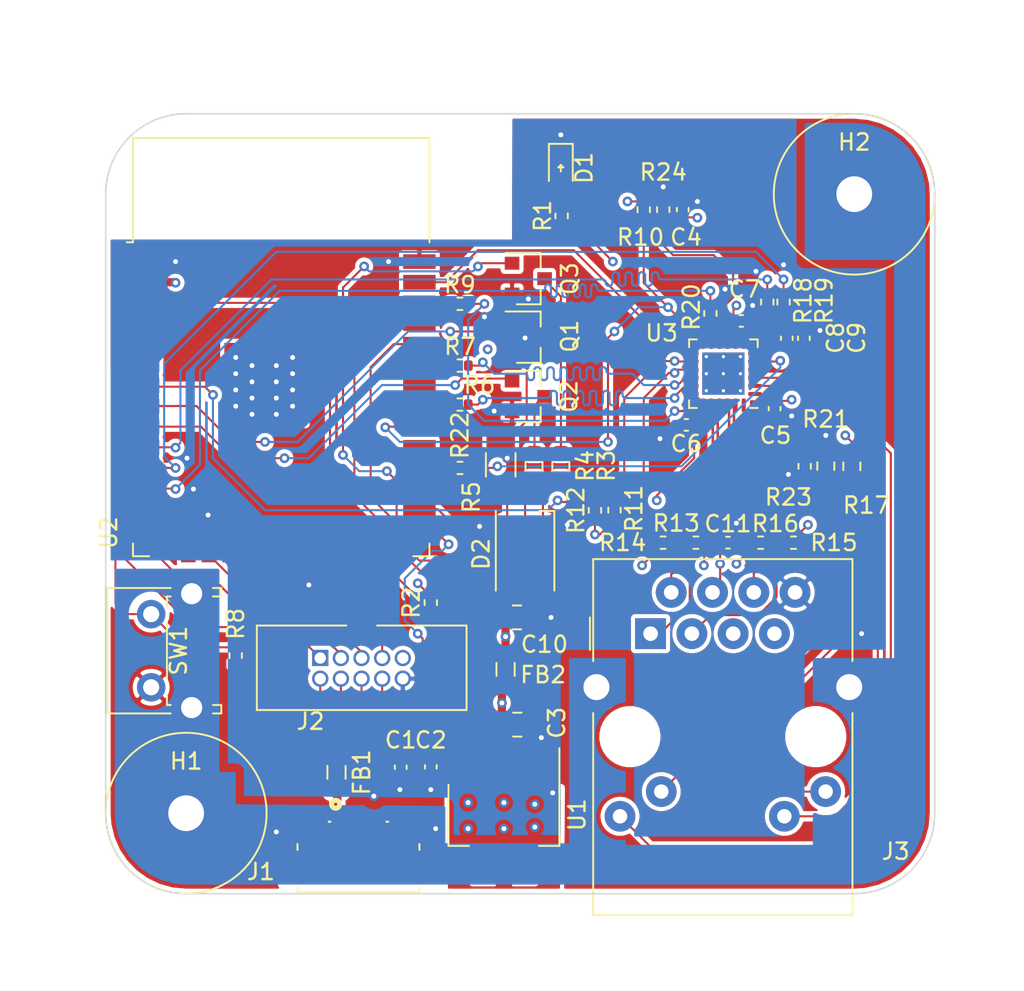
<source format=kicad_pcb>
(kicad_pcb (version 20171130) (host pcbnew "(5.1.7)-1")
  (layers (0 Front signal) (1 Gnd signal) (2 Pwr signal) (31 Back signal) (34 B.Paste user hide) (35 F.Paste user hide) (36 B.SilkS user) (37 F.SilkS user) (38 B.Mask user hide) (39 F.Mask user hide) (44 Edge.Cuts user))
  (net 0 "")
  (net 1 GND)
  (net 2 VBUS)
  (net 3 +3V3)
  (net 4 VDDCR)
  (net 5 "Net-(D2-Pad2)")
  (net 6 LED1_REGOFF)
  (net 7 LED2_nINTSEL)
  (net 8 EN)
  (net 9 RX)
  (net 10 TX)
  (net 11 RXD0)
  (net 12 RXD1)
  (net 13 MDIO)
  (net 14 TXD0)
  (net 15 TXEN)
  (net 16 TXD1)
  (net 17 MDC)
  (net 18 "Net-(U2-Pad4)")
  (net 19 "Net-(U3-Pad4)")
  (net 20 CLK50MHZ)
  (net 21 Blue)
  (net 22 Green)
  (net 23 Block)
  (net 24 Red)
  (net 25 "Net-(D1-Pad2)")
  (net 26 "Net-(J1-Pad3)")
  (net 27 "Net-(J1-Pad2)")
  (net 28 "Net-(J1-Pad4)")
  (net 29 Earth)
  (net 30 "Net-(Q1-Pad3)")
  (net 31 "Net-(Q2-Pad3)")
  (net 32 "Net-(Q3-Pad3)")
  (net 33 "Net-(D2-Pad1)")
  (net 34 "Net-(D2-Pad3)")
  (net 35 "Net-(FB1-Pad2)")
  (net 36 "Net-(J2-Pad9)")
  (net 37 "Net-(J3-PadR7)")
  (net 38 IO0)
  (net 39 MTDO)
  (net 40 MTCK)
  (net 41 MTDI)
  (net 42 MTMS)
  (net 43 /Ethernet/LEDG_K)
  (net 44 /Ethernet/LEDY_A)
  (net 45 /Ethernet/RD-)
  (net 46 /Ethernet/RD+)
  (net 47 /Ethernet/TD-)
  (net 48 /Ethernet/TD+)
  (net 49 /ESP32/TXD0_R)
  (net 50 /ESP32/TXEN_R)
  (net 51 /ESP32/TXD1_R)
  (net 52 /Ethernet/RX0_R)
  (net 53 /Ethernet/RX1_R)
  (net 54 /Ethernet/RBIAS)
  (net 55 /Ethernet/PHYAD0)
  (net 56 "Net-(U2-Pad32)")
  (net 57 "Net-(U2-Pad29)")
  (net 58 "Net-(U2-Pad24)")
  (net 59 "Net-(U2-Pad22)")
  (net 60 "Net-(U2-Pad21)")
  (net 61 "Net-(U2-Pad20)")
  (net 62 "Net-(U2-Pad19)")
  (net 63 "Net-(U2-Pad18)")
  (net 64 "Net-(U2-Pad17)")
  (net 65 "Net-(U2-Pad5)")
  (net 66 nINT)
  (net 67 CRS_DV)
  (net 68 /Ethernet/CRS_DV_R)
  (net 69 /ESP32/CLK_R)
  (net 70 nRST)
  (net 71 +3.3VA)
  (module Capacitor_SMD:C_0805_2012Metric (layer Front) (at -0.2 7)
    (fp_text reference C10 (at 1.69 1.66 180) (layer F.SilkS))
    (fp_text value 10uF)
    (pad 2 smd roundrect (at 0.95 0) (size 1 1.45) (layers Front F.Paste F.Mask) (net 1 GND))
    (pad 1 smd roundrect (at -0.95 0) (size 1 1.45) (layers Front F.Paste F.Mask) (net 71 +3.3VA))
  )
  (module Capacitor_SMD:C_0805_2012Metric (layer Front) (at -0.175 13.6)
    (fp_text reference C3 (at 2.425 -0.11 90) (layer F.SilkS))
    (fp_text value 10uF)
    (pad 2 smd roundrect (at 0.95 0) (size 1 1.45) (layers Front F.Paste F.Mask) (net 1 GND))
    (pad 1 smd roundrect (at -0.95 0) (size 1 1.45) (layers Front F.Paste F.Mask) (net 3 +3V3))
  )
  (module Resistor_SMD:R_0603_1608Metric (layer Front) (at 18.8 -2.31 90)
    (fp_text reference R21 (at 2.89 0 180) (layer F.SilkS))
    (fp_text value 270)
    (pad 2 smd roundrect (at 0.825 0 90) (size 0.8 0.95) (layers Front F.Paste F.Mask) (net 1 GND))
    (pad 1 smd roundrect (at -0.825 0 90) (size 0.8 0.95) (layers Front F.Paste F.Mask) (net 43 /Ethernet/LEDG_K))
  )
  (module Resistor_SMD:R_0603_1608Metric (layer Front) (at 20.4 -2.3 270)
    (fp_text reference R17 (at 2.4 -0.9 180) (layer F.SilkS))
    (fp_text value 270)
    (pad 2 smd roundrect (at 0.825 0 270) (size 0.8 0.95) (layers Front F.Paste F.Mask) (net 44 /Ethernet/LEDY_A))
    (pad 1 smd roundrect (at -0.825 0 270) (size 0.8 0.95) (layers Front F.Paste F.Mask) (net 71 +3.3VA))
  )
  (module Inductor_SMD:L_0805_2012Metric (layer Front) (at -0.9 10.2 270)
    (fp_text reference FB2 (at 0.33 -2.31 180) (layer F.SilkS))
    (fp_text value Ferrite_Bead)
    (pad 2 smd roundrect (at 1.0625 0 270) (size 0.875 1.2) (layers Front F.Paste F.Mask) (net 3 +3V3))
    (pad 1 smd roundrect (at -1.0625 0 270) (size 0.875 1.2) (layers Front F.Paste F.Mask) (net 71 +3.3VA))
  )
  (module Inductor_SMD:L_0805_2012Metric (layer Front) (at -11.3 16.5375 270)
    (fp_text reference FB1 (at 0 -1.55 90) (layer F.SilkS))
    (fp_text value Ferrite_Bead)
    (pad 2 smd roundrect (at 1.0625 0 270) (size 0.875 1.2) (layers Front F.Paste F.Mask) (net 35 "Net-(FB1-Pad2)"))
    (pad 1 smd roundrect (at -1.0625 0 270) (size 0.875 1.2) (layers Front F.Paste F.Mask) (net 2 VBUS))
  )
  (module Resistor_SMD:R_0402_1005Metric (layer Front) (at -3.7 -2.2 180)
    (fp_text reference R22 (at 0 2 90) (layer F.SilkS))
    (fp_text value 49.9)
    (pad 2 smd roundrect (at 0.51 0 180) (size 0.54 0.64) (layers Front F.Paste F.Mask) (net 69 /ESP32/CLK_R))
    (pad 1 smd roundrect (at -0.51 0 180) (size 0.54 0.64) (layers Front F.Paste F.Mask) (net 20 CLK50MHZ))
  )
  (module Esper_Footprints:AMPHENOL_10118192-0001LF (layer Front) (at -9.95 19.8)
    (fp_text reference J1 (at -6 2.85) (layer F.SilkS))
    (fp_text value 10118192-0001LF)
    (pad 3 smd rect (at 0 0) (size 0.4 1.35) (layers Front F.Paste F.Mask) (net 26 "Net-(J1-Pad3)"))
    (pad 2 smd rect (at -0.65 0) (size 0.4 1.35) (layers Front F.Paste F.Mask) (net 27 "Net-(J1-Pad2)"))
    (pad 4 smd rect (at 0.65 0) (size 0.4 1.35) (layers Front F.Paste F.Mask) (net 28 "Net-(J1-Pad4)"))
    (pad 1 smd rect (at -1.3 0) (size 0.4 1.35) (layers Front F.Paste F.Mask) (net 35 "Net-(FB1-Pad2)"))
    (pad 5 smd rect (at 1.3 0) (size 0.4 1.35) (layers Front F.Paste F.Mask) (net 1 GND))
    (pad 6 smd rect (at -3.1 0.125) (size 2.1 1.6) (layers Front F.Paste F.Mask) (net 29 Earth))
    (pad 6 smd rect (at 3.1 0.125) (size 2.1 1.6) (layers Front F.Paste F.Mask) (net 29 Earth))
    (pad 6 smd rect (at -3.8 2.675) (size 1.8 1.9) (layers Front F.Paste F.Mask) (net 29 Earth))
    (pad 6 smd rect (at 3.8 2.675) (size 1.8 1.9) (layers Front F.Paste F.Mask) (net 29 Earth))
    (pad 6 smd rect (at -1.2 2.675) (size 1.9 1.9) (layers Front F.Paste F.Mask) (net 29 Earth))
    (pad 6 smd rect (at 1.2 2.675) (size 1.9 1.9) (layers Front F.Paste F.Mask) (net 29 Earth))
  )
  (module Esper_Footprints:CNC_3220-10-0100-00 (layer Front) (at -12.3 9.5 90)
    (fp_text reference J2 (at -3.9 -0.6 180) (layer F.SilkS))
    (fp_text value Conn_02x05_Odd_Even)
    (pad 10 thru_hole oval (at -1.27 5.08 90) (size 1 1) (drill 0.7) (layers *.Cu *.Mask) (net 1 GND))
    (pad 9 thru_hole oval (at 0 5.08 90) (size 1 1) (drill 0.7) (layers *.Cu *.Mask) (net 36 "Net-(J2-Pad9)"))
    (pad 8 thru_hole oval (at -1.27 3.81 90) (size 1 1) (drill 0.7) (layers *.Cu *.Mask) (net 38 IO0))
    (pad 7 thru_hole oval (at 0 3.81 90) (size 1 1) (drill 0.7) (layers *.Cu *.Mask) (net 39 MTDO))
    (pad 6 thru_hole oval (at -1.27 2.54 90) (size 1 1) (drill 0.7) (layers *.Cu *.Mask) (net 8 EN))
    (pad 5 thru_hole oval (at 0 2.54 90) (size 1 1) (drill 0.7) (layers *.Cu *.Mask) (net 40 MTCK))
    (pad 4 thru_hole oval (at -1.27 1.27 90) (size 1 1) (drill 0.7) (layers *.Cu *.Mask) (net 9 RX))
    (pad 3 thru_hole oval (at 0 1.27 90) (size 1 1) (drill 0.7) (layers *.Cu *.Mask) (net 41 MTDI))
    (pad 2 thru_hole oval (at -1.27 0 90) (size 1 1) (drill 0.7) (layers *.Cu *.Mask) (net 10 TX))
    (pad 1 thru_hole rect (at 0 0 90) (size 1 1) (drill 0.7) (layers *.Cu *.Mask) (net 42 MTMS))
  )
  (module Package_DFN_QFN:QFN-24-1EP_4x4mm_P0.5mm_EP2.6x2.6mm_ThermalVias (layer Front) (at 12.5 -8 180)
    (fp_text reference U3 (at 3.8 2.5) (layer F.SilkS))
    (fp_text value LAN8720A)
    (pad 25 smd rect (at 0 0 180) (size 2.6 2.6) (layers Back) (net 1 GND))
    (pad 25 thru_hole circle (at 1.05 1.05 180) (size 0.5 0.5) (drill 0.2) (layers *.Cu) (net 1 GND))
    (pad 25 thru_hole circle (at 0 1.05 180) (size 0.5 0.5) (drill 0.2) (layers *.Cu) (net 1 GND))
    (pad 25 thru_hole circle (at -1.05 1.05 180) (size 0.5 0.5) (drill 0.2) (layers *.Cu) (net 1 GND))
    (pad 25 thru_hole circle (at 1.05 0 180) (size 0.5 0.5) (drill 0.2) (layers *.Cu) (net 1 GND))
    (pad 25 thru_hole circle (at 0 0 180) (size 0.5 0.5) (drill 0.2) (layers *.Cu) (net 1 GND))
    (pad 25 thru_hole circle (at -1.05 0 180) (size 0.5 0.5) (drill 0.2) (layers *.Cu) (net 1 GND))
    (pad 25 thru_hole circle (at 1.05 -1.05 180) (size 0.5 0.5) (drill 0.2) (layers *.Cu) (net 1 GND))
    (pad 25 thru_hole circle (at 0 -1.05 180) (size 0.5 0.5) (drill 0.2) (layers *.Cu) (net 1 GND))
    (pad 25 thru_hole circle (at -1.05 -1.05 180) (size 0.5 0.5) (drill 0.2) (layers *.Cu) (net 1 GND))
    (pad 25 smd rect (at 0 0 180) (size 2.6 2.6) (layers Front F.Mask) (net 1 GND))
    (pad 24 smd roundrect (at -1.25 -1.9375 180) (size 0.25 0.825) (layers Front F.Paste F.Mask) (net 54 /Ethernet/RBIAS))
    (pad 23 smd roundrect (at -0.75 -1.9375 180) (size 0.25 0.825) (layers Front F.Paste F.Mask) (net 46 /Ethernet/RD+))
    (pad 22 smd roundrect (at -0.25 -1.9375 180) (size 0.25 0.825) (layers Front F.Paste F.Mask) (net 45 /Ethernet/RD-))
    (pad 21 smd roundrect (at 0.25 -1.9375 180) (size 0.25 0.825) (layers Front F.Paste F.Mask) (net 48 /Ethernet/TD+))
    (pad 20 smd roundrect (at 0.75 -1.9375 180) (size 0.25 0.825) (layers Front F.Paste F.Mask) (net 47 /Ethernet/TD-))
    (pad 19 smd roundrect (at 1.25 -1.9375 180) (size 0.25 0.825) (layers Front F.Paste F.Mask) (net 71 +3.3VA))
    (pad 18 smd roundrect (at 1.9375 -1.25 180) (size 0.825 0.25) (layers Front F.Paste F.Mask) (net 16 TXD1))
    (pad 17 smd roundrect (at 1.9375 -0.75 180) (size 0.825 0.25) (layers Front F.Paste F.Mask) (net 14 TXD0))
    (pad 16 smd roundrect (at 1.9375 -0.25 180) (size 0.825 0.25) (layers Front F.Paste F.Mask) (net 15 TXEN))
    (pad 15 smd roundrect (at 1.9375 0.25 180) (size 0.825 0.25) (layers Front F.Paste F.Mask) (net 70 nRST))
    (pad 14 smd roundrect (at 1.9375 0.75 180) (size 0.825 0.25) (layers Front F.Paste F.Mask) (net 66 nINT))
    (pad 13 smd roundrect (at 1.9375 1.25 180) (size 0.825 0.25) (layers Front F.Paste F.Mask) (net 17 MDC))
    (pad 12 smd roundrect (at 1.25 1.9375 180) (size 0.25 0.825) (layers Front F.Paste F.Mask) (net 13 MDIO))
    (pad 11 smd roundrect (at 0.75 1.9375 180) (size 0.25 0.825) (layers Front F.Paste F.Mask) (net 68 /Ethernet/CRS_DV_R))
    (pad 10 smd roundrect (at 0.25 1.9375 180) (size 0.25 0.825) (layers Front F.Paste F.Mask) (net 55 /Ethernet/PHYAD0))
    (pad 9 smd roundrect (at -0.25 1.9375 180) (size 0.25 0.825) (layers Front F.Paste F.Mask) (net 3 +3V3))
    (pad 8 smd roundrect (at -0.75 1.9375 180) (size 0.25 0.825) (layers Front F.Paste F.Mask) (net 52 /Ethernet/RX0_R))
    (pad 7 smd roundrect (at -1.25 1.9375 180) (size 0.25 0.825) (layers Front F.Paste F.Mask) (net 53 /Ethernet/RX1_R))
    (pad 6 smd roundrect (at -1.9375 1.25 180) (size 0.825 0.25) (layers Front F.Paste F.Mask) (net 4 VDDCR))
    (pad 5 smd roundrect (at -1.9375 0.75 180) (size 0.825 0.25) (layers Front F.Paste F.Mask) (net 20 CLK50MHZ))
    (pad 4 smd roundrect (at -1.9375 0.25 180) (size 0.825 0.25) (layers Front F.Paste F.Mask) (net 19 "Net-(U3-Pad4)"))
    (pad 3 smd roundrect (at -1.9375 -0.25 180) (size 0.825 0.25) (layers Front F.Paste F.Mask) (net 6 LED1_REGOFF))
    (pad 2 smd roundrect (at -1.9375 -0.75 180) (size 0.825 0.25) (layers Front F.Paste F.Mask) (net 7 LED2_nINTSEL))
    (pad 1 smd roundrect (at -1.9375 -1.25 180) (size 0.825 0.25) (layers Front F.Paste F.Mask) (net 71 +3.3VA))
  )
  (module RF_Module:ESP32-WROOM-32 (layer Front) (at -14.7 -6.645)
    (fp_text reference U2 (at -10.61 8.43 90) (layer F.SilkS))
    (fp_text value ESP32-WROOM-32E)
    (pad 38 smd rect (at 8.5 -8.255) (size 2 0.9) (layers Front F.Paste F.Mask) (net 1 GND))
    (pad 37 smd rect (at 8.5 -6.985) (size 2 0.9) (layers Front F.Paste F.Mask) (net 17 MDC))
    (pad 36 smd rect (at 8.5 -5.715) (size 2 0.9) (layers Front F.Paste F.Mask) (net 51 /ESP32/TXD1_R))
    (pad 35 smd rect (at 8.5 -4.445) (size 2 0.9) (layers Front F.Paste F.Mask) (net 9 RX))
    (pad 34 smd rect (at 8.5 -3.175) (size 2 0.9) (layers Front F.Paste F.Mask) (net 10 TX))
    (pad 33 smd rect (at 8.5 -1.905) (size 2 0.9) (layers Front F.Paste F.Mask) (net 50 /ESP32/TXEN_R))
    (pad 32 smd rect (at 8.5 -0.635) (size 2 0.9) (layers Front F.Paste F.Mask) (net 56 "Net-(U2-Pad32)"))
    (pad 31 smd rect (at 8.5 0.635) (size 2 0.9) (layers Front F.Paste F.Mask) (net 49 /ESP32/TXD0_R))
    (pad 30 smd rect (at 8.5 1.905) (size 2 0.9) (layers Front F.Paste F.Mask) (net 13 MDIO))
    (pad 29 smd rect (at 8.5 3.175) (size 2 0.9) (layers Front F.Paste F.Mask) (net 57 "Net-(U2-Pad29)"))
    (pad 28 smd rect (at 8.5 4.445) (size 2 0.9) (layers Front F.Paste F.Mask) (net 69 /ESP32/CLK_R))
    (pad 27 smd rect (at 8.5 5.715) (size 2 0.9) (layers Front F.Paste F.Mask) (net 21 Blue))
    (pad 26 smd rect (at 8.5 6.985) (size 2 0.9) (layers Front F.Paste F.Mask) (net 70 nRST))
    (pad 25 smd rect (at 8.5 8.255) (size 2 0.9) (layers Front F.Paste F.Mask) (net 38 IO0))
    (pad 24 smd rect (at 5.715 9.255 90) (size 2 0.9) (layers Front F.Paste F.Mask) (net 58 "Net-(U2-Pad24)"))
    (pad 23 smd rect (at 4.445 9.255 90) (size 2 0.9) (layers Front F.Paste F.Mask) (net 39 MTDO))
    (pad 22 smd rect (at 3.175 9.255 90) (size 2 0.9) (layers Front F.Paste F.Mask) (net 59 "Net-(U2-Pad22)"))
    (pad 21 smd rect (at 1.905 9.255 90) (size 2 0.9) (layers Front F.Paste F.Mask) (net 60 "Net-(U2-Pad21)"))
    (pad 20 smd rect (at 0.635 9.255 90) (size 2 0.9) (layers Front F.Paste F.Mask) (net 61 "Net-(U2-Pad20)"))
    (pad 19 smd rect (at -0.635 9.255 90) (size 2 0.9) (layers Front F.Paste F.Mask) (net 62 "Net-(U2-Pad19)"))
    (pad 18 smd rect (at -1.905 9.255 90) (size 2 0.9) (layers Front F.Paste F.Mask) (net 63 "Net-(U2-Pad18)"))
    (pad 17 smd rect (at -3.175 9.255 90) (size 2 0.9) (layers Front F.Paste F.Mask) (net 64 "Net-(U2-Pad17)"))
    (pad 16 smd rect (at -4.445 9.255 90) (size 2 0.9) (layers Front F.Paste F.Mask) (net 40 MTCK))
    (pad 15 smd rect (at -5.715 9.255 90) (size 2 0.9) (layers Front F.Paste F.Mask) (net 1 GND))
    (pad 14 smd rect (at -8.5 8.255) (size 2 0.9) (layers Front F.Paste F.Mask) (net 41 MTDI))
    (pad 13 smd rect (at -8.5 6.985) (size 2 0.9) (layers Front F.Paste F.Mask) (net 42 MTMS))
    (pad 12 smd rect (at -8.5 5.715) (size 2 0.9) (layers Front F.Paste F.Mask) (net 67 CRS_DV))
    (pad 11 smd rect (at -8.5 4.445) (size 2 0.9) (layers Front F.Paste F.Mask) (net 12 RXD1))
    (pad 10 smd rect (at -8.5 3.175) (size 2 0.9) (layers Front F.Paste F.Mask) (net 11 RXD0))
    (pad 9 smd rect (at -8.5 1.905) (size 2 0.9) (layers Front F.Paste F.Mask) (net 22 Green))
    (pad 8 smd rect (at -8.5 0.635) (size 2 0.9) (layers Front F.Paste F.Mask) (net 24 Red))
    (pad 7 smd rect (at -8.5 -0.635) (size 2 0.9) (layers Front F.Paste F.Mask) (net 66 nINT))
    (pad 6 smd rect (at -8.5 -1.905) (size 2 0.9) (layers Front F.Paste F.Mask) (net 23 Block))
    (pad 5 smd rect (at -8.5 -3.175) (size 2 0.9) (layers Front F.Paste F.Mask) (net 65 "Net-(U2-Pad5)"))
    (pad 4 smd rect (at -8.5 -4.445) (size 2 0.9) (layers Front F.Paste F.Mask) (net 18 "Net-(U2-Pad4)"))
    (pad 3 smd rect (at -8.5 -5.715) (size 2 0.9) (layers Front F.Paste F.Mask) (net 8 EN))
    (pad 2 smd rect (at -8.5 -6.985) (size 2 0.9) (layers Front F.Paste F.Mask) (net 3 +3V3))
    (pad 1 smd rect (at -8.5 -8.255) (size 2 0.9) (layers Front F.Paste F.Mask) (net 1 GND))
    (pad 39 smd rect (at -1 -0.755) (size 5 5) (layers Front F.Paste F.Mask) (net 1 GND))
  )
  (module Package_TO_SOT_SMD:SOT-223 (layer Front) (at -1 19.15 270)
    (fp_text reference U1 (at 0 -4.5 90) (layer F.SilkS))
    (fp_text value AZ1117EH-3.3TRG1)
    (pad 1 smd rect (at -3.15 -2.3 270) (size 2 1.5) (layers Front F.Paste F.Mask) (net 1 GND))
    (pad 3 smd rect (at -3.15 2.3 270) (size 2 1.5) (layers Front F.Paste F.Mask) (net 2 VBUS))
    (pad 2 smd rect (at -3.15 0 270) (size 2 1.5) (layers Front F.Paste F.Mask) (net 3 +3V3))
    (pad 4 smd rect (at 3.15 0 270) (size 2 3.8) (layers Front F.Paste F.Mask) (net 3 +3V3))
  )
  (module Button_Switch_THT:SW_Tactile_SPST_Angled_PTS645Vx83-2LFS (layer Front) (at -22.7 11.3 90)
    (fp_text reference SW1 (at 2.25 1.68 90) (layer F.SilkS))
    (fp_text value "PTS645VH83-2 LFS")
    (pad "" thru_hole circle (at -1.25 2.49 90) (size 2.1 2.1) (drill 1.3) (layers *.Cu *.Mask) (net 29 Earth))
    (pad 1 thru_hole circle (at 0 0 90) (size 1.75 1.75) (drill 0.99) (layers *.Cu *.Mask) (net 1 GND))
    (pad 2 thru_hole circle (at 4.5 0 90) (size 1.75 1.75) (drill 0.99) (layers *.Cu *.Mask) (net 23 Block))
    (pad "" thru_hole circle (at 5.76 2.49 90) (size 2.1 2.1) (drill 1.3) (layers *.Cu *.Mask) (net 29 Earth))
  )
  (module Resistor_SMD:R_0402_1005Metric (layer Front) (at 8.8 -18.1 90)
    (fp_text reference R24 (at 2.3 0 180) (layer F.SilkS))
    (fp_text value 10K)
    (pad 2 smd roundrect (at 0.51 0 90) (size 0.54 0.64) (layers Front F.Paste F.Mask) (net 1 GND))
    (pad 1 smd roundrect (at -0.51 0 90) (size 0.54 0.64) (layers Front F.Paste F.Mask) (net 55 /Ethernet/PHYAD0))
  )
  (module Resistor_SMD:R_0402_1005Metric (layer Front) (at 17.5 -2.3 270)
    (fp_text reference R23 (at 1.9 1 180) (layer F.SilkS))
    (fp_text value 12.1K)
    (pad 2 smd roundrect (at 0.51 0 270) (size 0.54 0.64) (layers Front F.Paste F.Mask) (net 1 GND))
    (pad 1 smd roundrect (at -0.51 0 270) (size 0.54 0.64) (layers Front F.Paste F.Mask) (net 54 /Ethernet/RBIAS))
  )
  (module Resistor_SMD:R_0402_1005Metric (layer Front) (at 11.7 -11.71 90)
    (fp_text reference R20 (at 0.39 -1.17 270) (layer F.SilkS))
    (fp_text value 49.9)
    (pad 2 smd roundrect (at 0.51 0 90) (size 0.54 0.64) (layers Front F.Paste F.Mask) (net 67 CRS_DV))
    (pad 1 smd roundrect (at -0.51 0 90) (size 0.54 0.64) (layers Front F.Paste F.Mask) (net 68 /Ethernet/CRS_DV_R))
  )
  (module Resistor_SMD:R_0402_1005Metric (layer Front) (at 16.2 -12.41 90)
    (fp_text reference R19 (at 0.09 2.5 90) (layer F.SilkS))
    (fp_text value 49.9)
    (pad 2 smd roundrect (at 0.51 0 90) (size 0.54 0.64) (layers Front F.Paste F.Mask) (net 12 RXD1))
    (pad 1 smd roundrect (at -0.51 0 90) (size 0.54 0.64) (layers Front F.Paste F.Mask) (net 53 /Ethernet/RX1_R))
  )
  (module Resistor_SMD:R_0402_1005Metric (layer Front) (at 15.2 -12.41 90)
    (fp_text reference R18 (at 0.09 2.2 90) (layer F.SilkS))
    (fp_text value 49.9)
    (pad 2 smd roundrect (at 0.51 0 90) (size 0.54 0.64) (layers Front F.Paste F.Mask) (net 11 RXD0))
    (pad 1 smd roundrect (at -0.51 0 90) (size 0.54 0.64) (layers Front F.Paste F.Mask) (net 52 /Ethernet/RX0_R))
  )
  (module Resistor_SMD:R_0402_1005Metric (layer Front) (at 14.79 2.4)
    (fp_text reference R16 (at 0.91 -1.17) (layer F.SilkS))
    (fp_text value 49.9)
    (pad 2 smd roundrect (at 0.51 0) (size 0.54 0.64) (layers Front F.Paste F.Mask) (net 45 /Ethernet/RD-))
    (pad 1 smd roundrect (at -0.51 0) (size 0.54 0.64) (layers Front F.Paste F.Mask) (net 71 +3.3VA))
  )
  (module Resistor_SMD:R_0402_1005Metric (layer Front) (at 16.81 2.4 180)
    (fp_text reference R15 (at -2.49 0) (layer F.SilkS))
    (fp_text value 49.9)
    (pad 2 smd roundrect (at 0.51 0 180) (size 0.54 0.64) (layers Front F.Paste F.Mask) (net 46 /Ethernet/RD+))
    (pad 1 smd roundrect (at -0.51 0 180) (size 0.54 0.64) (layers Front F.Paste F.Mask) (net 71 +3.3VA))
  )
  (module Resistor_SMD:R_0402_1005Metric (layer Front) (at 8.79 2.4)
    (fp_text reference R14 (at -2.49 0) (layer F.SilkS))
    (fp_text value 49.9)
    (pad 2 smd roundrect (at 0.51 0) (size 0.54 0.64) (layers Front F.Paste F.Mask) (net 47 /Ethernet/TD-))
    (pad 1 smd roundrect (at -0.51 0) (size 0.54 0.64) (layers Front F.Paste F.Mask) (net 71 +3.3VA))
  )
  (module Resistor_SMD:R_0402_1005Metric (layer Front) (at 10.81 2.4 180)
    (fp_text reference R13 (at 1.21 1.2) (layer F.SilkS))
    (fp_text value 49.9)
    (pad 2 smd roundrect (at 0.51 0 180) (size 0.54 0.64) (layers Front F.Paste F.Mask) (net 48 /Ethernet/TD+))
    (pad 1 smd roundrect (at -0.51 0 180) (size 0.54 0.64) (layers Front F.Paste F.Mask) (net 71 +3.3VA))
  )
  (module Resistor_SMD:R_0402_1005Metric (layer Front) (at 4.6 0.41 90)
    (fp_text reference R12 (at 0 -1.17 90) (layer F.SilkS))
    (fp_text value 10K)
    (pad 2 smd roundrect (at 0.51 0 90) (size 0.54 0.64) (layers Front F.Paste F.Mask) (net 66 nINT))
    (pad 1 smd roundrect (at -0.51 0 90) (size 0.54 0.64) (layers Front F.Paste F.Mask) (net 71 +3.3VA))
  )
  (module Resistor_SMD:R_0402_1005Metric (layer Front) (at 5.8 0.4 90)
    (fp_text reference R11 (at 0.1 1.2 90) (layer F.SilkS))
    (fp_text value 10K)
    (pad 2 smd roundrect (at 0.51 0 90) (size 0.54 0.64) (layers Front F.Paste F.Mask) (net 70 nRST))
    (pad 1 smd roundrect (at -0.51 0 90) (size 0.54 0.64) (layers Front F.Paste F.Mask) (net 71 +3.3VA))
  )
  (module Resistor_SMD:R_0402_1005Metric (layer Front) (at 7.6 -18.09 270)
    (fp_text reference R10 (at 1.69 0.2 180) (layer F.SilkS))
    (fp_text value 10K)
    (pad 2 smd roundrect (at 0.51 0 270) (size 0.54 0.64) (layers Front F.Paste F.Mask) (net 13 MDIO))
    (pad 1 smd roundrect (at -0.51 0 270) (size 0.54 0.64) (layers Front F.Paste F.Mask) (net 71 +3.3VA))
  )
  (module Resistor_SMD:R_0402_1005Metric (layer Front) (at -3.71 -12.3)
    (fp_text reference R9 (at 0 -1.17) (layer F.SilkS))
    (fp_text value 49.9)
    (pad 2 smd roundrect (at 0.51 0) (size 0.54 0.64) (layers Front F.Paste F.Mask) (net 16 TXD1))
    (pad 1 smd roundrect (at -0.51 0) (size 0.54 0.64) (layers Front F.Paste F.Mask) (net 51 /ESP32/TXD1_R))
  )
  (module Resistor_SMD:R_0402_1005Metric (layer Front) (at -17.5 9.35 90)
    (fp_text reference R8 (at 1.95 0 90) (layer F.SilkS))
    (fp_text value 10K)
    (pad 2 smd roundrect (at 0.51 0 90) (size 0.54 0.64) (layers Front F.Paste F.Mask) (net 23 Block))
    (pad 1 smd roundrect (at -0.51 0 90) (size 0.54 0.64) (layers Front F.Paste F.Mask) (net 2 VBUS))
  )
  (module Resistor_SMD:R_0402_1005Metric (layer Front) (at -3.7 -8.5)
    (fp_text reference R7 (at 0 -1.17) (layer F.SilkS))
    (fp_text value 49.9)
    (pad 2 smd roundrect (at 0.51 0) (size 0.54 0.64) (layers Front F.Paste F.Mask) (net 15 TXEN))
    (pad 1 smd roundrect (at -0.51 0) (size 0.54 0.64) (layers Front F.Paste F.Mask) (net 50 /ESP32/TXEN_R))
  )
  (module Resistor_SMD:R_0402_1005Metric (layer Front) (at -3.71 -6.1)
    (fp_text reference R6 (at 1.21 -1.2) (layer F.SilkS))
    (fp_text value 49.9)
    (pad 2 smd roundrect (at 0.51 0) (size 0.54 0.64) (layers Front F.Paste F.Mask) (net 14 TXD0))
    (pad 1 smd roundrect (at -0.51 0) (size 0.54 0.64) (layers Front F.Paste F.Mask) (net 49 /ESP32/TXD0_R))
  )
  (module Resistor_SMD:R_1206_3216Metric (layer Front) (at -1.2 -2.3875 90)
    (fp_text reference R5 (at -1.9875 -1.8 90) (layer F.SilkS))
    (fp_text value 82)
    (pad 2 smd roundrect (at 1.4625 0 90) (size 1.125 1.75) (layers Front F.Paste F.Mask) (roundrect_rratio 0.2222213333333333) (net 30 "Net-(Q1-Pad3)"))
    (pad 1 smd roundrect (at -1.4625 0 90) (size 1.125 1.75) (layers Front F.Paste F.Mask) (roundrect_rratio 0.2222213333333333) (net 34 "Net-(D2-Pad3)"))
  )
  (module Resistor_SMD:R_0603_1608Metric (layer Front) (at 0.85 -2.325 90)
    (fp_text reference R4 (at 0 3.15 90) (layer F.SilkS))
    (fp_text value 47)
    (pad 2 smd roundrect (at 0.825 0 90) (size 0.8 0.95) (layers Front F.Paste F.Mask) (net 31 "Net-(Q2-Pad3)"))
    (pad 1 smd roundrect (at -0.825 0 90) (size 0.8 0.95) (layers Front F.Paste F.Mask) (net 5 "Net-(D2-Pad2)"))
  )
  (module Resistor_SMD:R_0603_1608Metric (layer Front) (at 2.5 -2.325 90)
    (fp_text reference R3 (at 0 2.8 90) (layer F.SilkS))
    (fp_text value 47)
    (pad 2 smd roundrect (at 0.825 0 90) (size 0.8 0.95) (layers Front F.Paste F.Mask) (net 32 "Net-(Q3-Pad3)"))
    (pad 1 smd roundrect (at -0.825 0 90) (size 0.8 0.95) (layers Front F.Paste F.Mask) (net 33 "Net-(D2-Pad1)"))
  )
  (module Resistor_SMD:R_0402_1005Metric (layer Front) (at -5.5 6.09 90)
    (fp_text reference R2 (at -0.01 -1.2 90) (layer F.SilkS))
    (fp_text value 10K)
    (pad 2 smd roundrect (at 0.51 0 90) (size 0.54 0.64) (layers Front F.Paste F.Mask) (net 3 +3V3))
    (pad 1 smd roundrect (at -0.51 0 90) (size 0.54 0.64) (layers Front F.Paste F.Mask) (net 8 EN))
  )
  (module Resistor_SMD:R_0402_1005Metric (layer Front) (at 2.55 -17.71 90)
    (fp_text reference R1 (at 0 -1.17 90) (layer F.SilkS))
    (fp_text value 470)
    (pad 2 smd roundrect (at 0.51 0 90) (size 0.54 0.64) (layers Front F.Paste F.Mask) (net 25 "Net-(D1-Pad2)"))
    (pad 1 smd roundrect (at -0.51 0 90) (size 0.54 0.64) (layers Front F.Paste F.Mask) (net 3 +3V3))
  )
  (module Package_TO_SOT_SMD:SOT-23 (layer Front) (at 0.5 -13.85)
    (fp_text reference Q3 (at 2.55 0 90) (layer F.SilkS))
    (fp_text value 2N7002)
    (pad 3 smd rect (at 1 0) (size 0.9 0.8) (layers Front F.Paste F.Mask) (net 32 "Net-(Q3-Pad3)"))
    (pad 2 smd rect (at -1 0.95) (size 0.9 0.8) (layers Front F.Paste F.Mask) (net 1 GND))
    (pad 1 smd rect (at -1 -0.95) (size 0.9 0.8) (layers Front F.Paste F.Mask) (net 21 Blue))
  )
  (module Package_TO_SOT_SMD:SOT-23 (layer Front) (at 0.5 -6.6)
    (fp_text reference Q2 (at 2.5 0 90) (layer F.SilkS))
    (fp_text value 2N7002)
    (pad 3 smd rect (at 1 0) (size 0.9 0.8) (layers Front F.Paste F.Mask) (net 31 "Net-(Q2-Pad3)"))
    (pad 2 smd rect (at -1 0.95) (size 0.9 0.8) (layers Front F.Paste F.Mask) (net 1 GND))
    (pad 1 smd rect (at -1 -0.95) (size 0.9 0.8) (layers Front F.Paste F.Mask) (net 22 Green))
  )
  (module Package_TO_SOT_SMD:SOT-23 (layer Front) (at 0.5 -10.25)
    (fp_text reference Q1 (at 2.55 -0.05 90) (layer F.SilkS))
    (fp_text value 2N7002)
    (pad 3 smd rect (at 1 0) (size 0.9 0.8) (layers Front F.Paste F.Mask) (net 30 "Net-(Q1-Pad3)"))
    (pad 2 smd rect (at -1 0.95) (size 0.9 0.8) (layers Front F.Paste F.Mask) (net 1 GND))
    (pad 1 smd rect (at -1 -0.95) (size 0.9 0.8) (layers Front F.Paste F.Mask) (net 24 Red))
  )
  (module Connector_RJ:RJ45_Amphenol_RJMG1BD3B8K1ANR (layer Front) (at 8.02 8)
    (fp_text reference J3 (at 15.08 13.4) (layer F.SilkS))
    (fp_text value RJ45_Amphenol_RJMG1BD3B8K1ANR)
    (pad "" np_thru_hole circle (at 10.16 6.34) (size 3.25 3.25) (drill 3.25) (layers *.Cu *.Mask))
    (pad "" np_thru_hole circle (at -1.27 6.34) (size 3.25 3.25) (drill 3.25) (layers *.Cu *.Mask))
    (pad 13 thru_hole circle (at 12.22 3.29) (size 2.6 2.6) (drill 1.6) (layers *.Cu *.Mask) (net 29 Earth))
    (pad 13 thru_hole circle (at -3.33 3.29) (size 2.6 2.6) (drill 1.6) (layers *.Cu *.Mask) (net 29 Earth))
    (pad L4 thru_hole circle (at -1.88 11.24) (size 1.89 1.89) (drill 0.89) (layers *.Cu *.Mask) (net 6 LED1_REGOFF))
    (pad L3 thru_hole circle (at 0.66 9.72) (size 1.89 1.89) (drill 0.89) (layers *.Cu *.Mask) (net 43 /Ethernet/LEDG_K))
    (pad L2 thru_hole circle (at 8.23 11.24) (size 1.89 1.89) (drill 0.89) (layers *.Cu *.Mask) (net 7 LED2_nINTSEL))
    (pad L1 thru_hole circle (at 10.77 9.72) (size 1.89 1.89) (drill 0.89) (layers *.Cu *.Mask) (net 44 /Ethernet/LEDY_A))
    (pad R8 thru_hole circle (at 8.89 -2.54) (size 1.9 1.9) (drill 0.9) (layers *.Cu *.Mask) (net 1 GND))
    (pad R7 thru_hole circle (at 7.62 0) (size 1.9 1.9) (drill 0.9) (layers *.Cu *.Mask) (net 37 "Net-(J3-PadR7)"))
    (pad R6 thru_hole circle (at 6.35 -2.54) (size 1.9 1.9) (drill 0.9) (layers *.Cu *.Mask) (net 45 /Ethernet/RD-))
    (pad R5 thru_hole circle (at 5.08 0) (size 1.9 1.9) (drill 0.9) (layers *.Cu *.Mask) (net 71 +3.3VA))
    (pad R4 thru_hole circle (at 3.81 -2.54) (size 1.9 1.9) (drill 0.9) (layers *.Cu *.Mask) (net 71 +3.3VA))
    (pad R3 thru_hole circle (at 2.54 0) (size 1.9 1.9) (drill 0.9) (layers *.Cu *.Mask) (net 46 /Ethernet/RD+))
    (pad R2 thru_hole circle (at 1.27 -2.54) (size 1.9 1.9) (drill 0.9) (layers *.Cu *.Mask) (net 47 /Ethernet/TD-))
    (pad R1 thru_hole rect (at 0 0) (size 1.9 1.9) (drill 0.9) (layers *.Cu *.Mask) (net 48 /Ethernet/TD+))
  )
  (module MountingHole:MountingHole_2.2mm_M2_Pad (layer Front) (at 20.55 -19.05)
    (fp_text reference H2 (at 0 -3.2) (layer F.SilkS))
    (fp_text value MountingHole)
    (pad 1 thru_hole circle (at 0 0) (size 4.4 4.4) (drill 2.2) (layers *.Cu *.Mask) (net 29 Earth))
  )
  (module MountingHole:MountingHole_2.2mm_M2_Pad (layer Front) (at -20.55 19.05)
    (fp_text reference H1 (at 0 -3.2) (layer F.SilkS))
    (fp_text value MountingHole)
    (pad 1 thru_hole circle (at 0 0) (size 4.4 4.4) (drill 2.2) (layers *.Cu *.Mask) (net 29 Earth))
  )
  (module LED_SMD:LED_RGB_PLCC-6 (layer Front) (at 0.3 3 270)
    (fp_text reference D2 (at 0.1 2.7 270) (layer F.SilkS))
    (fp_text value RS-3535MWAR)
    (pad 6 smd rect (at 1.55 -1.1) (size 0.7 1.3) (layers Front F.Paste F.Mask) (net 2 VBUS))
    (pad 5 smd rect (at 1.55 0) (size 0.7 1.3) (layers Front F.Paste F.Mask) (net 2 VBUS))
    (pad 4 smd rect (at 1.55 1.1) (size 0.7 1.3) (layers Front F.Paste F.Mask) (net 2 VBUS))
    (pad 3 smd rect (at -1.55 1.1) (size 0.7 1.3) (layers Front F.Paste F.Mask) (net 34 "Net-(D2-Pad3)"))
    (pad 2 smd rect (at -1.55 0) (size 0.7 1.3) (layers Front F.Paste F.Mask) (net 5 "Net-(D2-Pad2)"))
    (pad 1 smd rect (at -1.55 -1.1) (size 0.7 1.3) (layers Front F.Paste F.Mask) (net 33 "Net-(D2-Pad1)"))
  )
  (module Diode_SMD:D_0603_1608Metric (layer Front) (at 2.5 -20.6625 270)
    (fp_text reference D1 (at 0 -1.43 90) (layer F.SilkS))
    (fp_text value GRN)
    (pad 2 smd roundrect (at 0.7875 0 270) (size 0.875 0.95) (layers Front F.Paste F.Mask) (net 25 "Net-(D1-Pad2)"))
    (pad 1 smd roundrect (at -0.7875 0 270) (size 0.875 0.95) (layers Front F.Paste F.Mask) (net 1 GND))
  )
  (module Capacitor_SMD:C_0402_1005Metric (layer Front) (at 12.78 2.4)
    (fp_text reference C11 (at 0 -1.16) (layer F.SilkS))
    (fp_text value 0.1uF)
    (pad 2 smd roundrect (at 0.48 0) (size 0.56 0.62) (layers Front F.Paste F.Mask) (net 1 GND))
    (pad 1 smd roundrect (at -0.48 0) (size 0.56 0.62) (layers Front F.Paste F.Mask) (net 71 +3.3VA))
  )
  (module Capacitor_SMD:C_0402_1005Metric (layer Front) (at 17.45 -10.18 90)
    (fp_text reference C9 (at 0.02 3.25 90) (layer F.SilkS))
    (fp_text value 1uF)
    (pad 2 smd roundrect (at 0.48 0 90) (size 0.56 0.62) (layers Front F.Paste F.Mask) (net 1 GND))
    (pad 1 smd roundrect (at -0.48 0 90) (size 0.56 0.62) (layers Front F.Paste F.Mask) (net 4 VDDCR))
  )
  (module Capacitor_SMD:C_0402_1005Metric (layer Front) (at 16.4 -10.18 90)
    (fp_text reference C8 (at 0.02 3 270) (layer F.SilkS))
    (fp_text value 0.1uF)
    (pad 2 smd roundrect (at 0.48 0 90) (size 0.56 0.62) (layers Front F.Paste F.Mask) (net 1 GND))
    (pad 1 smd roundrect (at -0.48 0 90) (size 0.56 0.62) (layers Front F.Paste F.Mask) (net 4 VDDCR))
  )
  (module Capacitor_SMD:C_0402_1005Metric (layer Front) (at 13.6 -11.25)
    (fp_text reference C7 (at 0.2 -1.95) (layer F.SilkS))
    (fp_text value 0.1uF)
    (pad 2 smd roundrect (at 0.48 0) (size 0.56 0.62) (layers Front F.Paste F.Mask) (net 1 GND))
    (pad 1 smd roundrect (at -0.48 0) (size 0.56 0.62) (layers Front F.Paste F.Mask) (net 3 +3V3))
  )
  (module Capacitor_SMD:C_0402_1005Metric (layer Front) (at 10.22 -4.85 180)
    (fp_text reference C6 (at 0 -1.16) (layer F.SilkS))
    (fp_text value 0.1uF)
    (pad 2 smd roundrect (at 0.48 0 180) (size 0.56 0.62) (layers Front F.Paste F.Mask) (net 1 GND))
    (pad 1 smd roundrect (at -0.48 0 180) (size 0.56 0.62) (layers Front F.Paste F.Mask) (net 71 +3.3VA))
  )
  (module Capacitor_SMD:C_0402_1005Metric (layer Front) (at 15.65 -5.85 270)
    (fp_text reference C5 (at 1.65 -0.05 180) (layer F.SilkS))
    (fp_text value 0.1uF)
    (pad 2 smd roundrect (at 0.48 0 270) (size 0.56 0.62) (layers Front F.Paste F.Mask) (net 1 GND))
    (pad 1 smd roundrect (at -0.48 0 270) (size 0.56 0.62) (layers Front F.Paste F.Mask) (net 71 +3.3VA))
  )
  (module Capacitor_SMD:C_0402_1005Metric (layer Front) (at 10 -18.1 90)
    (fp_text reference C4 (at -1.7 0.2 180) (layer F.SilkS))
    (fp_text value 1uF)
    (pad 2 smd roundrect (at 0.48 0 90) (size 0.56 0.62) (layers Front F.Paste F.Mask) (net 1 GND))
    (pad 1 smd roundrect (at -0.48 0 90) (size 0.56 0.62) (layers Front F.Paste F.Mask) (net 71 +3.3VA))
  )
  (module Capacitor_SMD:C_0402_1005Metric (layer Front) (at -5.5 16.2 270)
    (fp_text reference C2 (at -1.65 0 180) (layer F.SilkS))
    (fp_text value 0.1uF)
    (pad 2 smd roundrect (at 0.48 0 270) (size 0.56 0.62) (layers Front F.Paste F.Mask) (net 1 GND))
    (pad 1 smd roundrect (at -0.48 0 270) (size 0.56 0.62) (layers Front F.Paste F.Mask) (net 2 VBUS))
  )
  (module Capacitor_SMD:C_0402_1005Metric (layer Front) (at -7.35 16.22 270)
    (fp_text reference C1 (at -1.67 0 180) (layer F.SilkS))
    (fp_text value 1uF)
    (pad 2 smd roundrect (at 0.48 0 270) (size 0.56 0.62) (layers Front F.Paste F.Mask) (net 1 GND))
    (pad 1 smd roundrect (at -0.48 0 270) (size 0.56 0.62) (layers Front F.Paste F.Mask) (net 2 VBUS))
  )
  (gr_arc (start -20.55 19.05) (end -20.55 24) (angle 90) (layer Edge.Cuts) (width 0.1))
  (gr_arc (start 20.55 19.05) (end 25.5 19.05) (angle 90) (layer Edge.Cuts) (width 0.1))
  (gr_arc (start 20.55 -19.05) (end 20.55 -24) (angle 90) (layer Edge.Cuts) (width 0.1))
  (gr_arc (start -20.55 -19.05) (end -25.5 -19.05) (angle 90) (layer Edge.Cuts) (width 0.1))
  (gr_circle (center -20.55 19.05) (end -15.6 19.05) (layer F.SilkS) (width 0.12))
  (gr_circle (center 20.55 -19.05) (end 25.5 -19.05) (layer F.SilkS) (width 0.12))
  (gr_line (start 2.35 -20.7) (end 2.5 -20.85) (layer F.SilkS) (width 0.12))
  (gr_line (start 2.65 -20.7) (end 2.35 -20.7) (layer F.SilkS) (width 0.12))
  (gr_line (start 2.5 -20.85) (end 2.65 -20.7) (layer F.SilkS) (width 0.12))
  (gr_line (start 2.5 -20.45) (end 2.5 -20.85) (layer F.SilkS) (width 0.12))
  (gr_line (start 25.5 -19.05) (end 25.5 19.05) (layer Edge.Cuts) (width 0.1))
  (gr_line (start -20.55 -24) (end 20.55 -24) (layer Edge.Cuts) (width 0.1))
  (gr_line (start -25.5 -19.05) (end -25.5 19.05) (layer Edge.Cuts) (width 0.1))
  (gr_line (start -20.55 24) (end 20.55 24) (layer Edge.Cuts) (width 0.1))
  (via (at -16.5 -5.5) (size 0.6) (drill 0.3) (layers Front Back) (net 1))
  (via (at -17.5 -6) (size 0.6) (drill 0.3) (layers Front Back) (net 1))
  (via (at -16.5 -6.5) (size 0.6) (drill 0.3) (layers Front Back) (net 1))
  (via (at -17.5 -7) (size 0.6) (drill 0.3) (layers Front Back) (net 1))
  (via (at -15 -5.5) (size 0.6) (drill 0.3) (layers Front Back) (net 1))
  (via (at -14 -6) (size 0.6) (drill 0.3) (layers Front Back) (net 1))
  (via (at -15 -6.5) (size 0.6) (drill 0.3) (layers Front Back) (net 1))
  (via (at -14 -7) (size 0.6) (drill 0.3) (layers Front Back) (net 1))
  (via (at -15 -7.5) (size 0.6) (drill 0.3) (layers Front Back) (net 1))
  (via (at -16.5 -7.5) (size 0.6) (drill 0.3) (layers Front Back) (net 1))
  (via (at -17.5 -8) (size 0.6) (drill 0.3) (layers Front Back) (net 1))
  (via (at -14 -8) (size 0.6) (drill 0.3) (layers Front Back) (net 1))
  (via (at -15 -8.5) (size 0.6) (drill 0.3) (layers Front Back) (net 1))
  (via (at -16.5 -8.5) (size 0.6) (drill 0.3) (layers Front Back) (net 1))
  (via (at -14 -9) (size 0.6) (drill 0.3) (layers Front Back) (net 1))
  (via (at -17.5 -9) (size 0.6) (drill 0.3) (layers Front Back) (net 1))
  (segment (start -8.65 18.35) (end -9 18) (width 0.508) (layer Front) (net 1))
  (segment (start -8.65 19.8) (end -8.65 18.35) (width 0.508) (layer Front) (net 1))
  (via (at -9 18) (size 0.6) (drill 0.3) (layers Front Back) (net 1))
  (via (at 0.5 -12.6) (size 0.6) (drill 0.3) (layers Front Back) (net 1))
  (segment (start 0.2 -12.9) (end 0.5 -12.6) (width 0.127) (layer Front) (net 1))
  (segment (start -0.6 -12.9) (end 0.2 -12.9) (width 0.127) (layer Front) (net 1))
  (via (at 0.3 -10.2) (size 0.6) (drill 0.3) (layers Front Back) (net 1))
  (segment (start -0.6 -9.3) (end 0.3 -10.2) (width 0.127) (layer Front) (net 1))
  (segment (start -0.6 -9.25) (end -0.6 -9.3) (width 0.127) (layer Front) (net 1))
  (via (at -1.6 -5.7) (size 0.6) (drill 0.3) (layers Front Back) (net 1))
  (segment (start -1.5 -5.6) (end -1.6 -5.7) (width 0.127) (layer Front) (net 1))
  (segment (start -0.6 -5.6) (end -1.5 -5.6) (width 0.127) (layer Front) (net 1))
  (via (at -20.1 -0.9) (size 0.6) (drill 0.3) (layers Front Back) (net 1))
  (via (at -20.5 -2.8) (size 0.6) (drill 0.3) (layers Front Back) (net 1))
  (via (at 14.5 -14.3) (size 0.6) (drill 0.3) (layers Front Back) (net 1))
  (via (at 12.6 -13.2) (size 0.6) (drill 0.3) (layers Front Back) (net 1))
  (via (at -0.8 -2.8) (size 0.6) (drill 0.3) (layers Front Back) (net 1))
  (via (at -21.2 -14.9) (size 0.6) (drill 0.3) (layers Front Back) (net 1))
  (via (at -2.2 -11.5) (size 0.6) (drill 0.3) (layers Front Back) (net 1))
  (via (at 16.2 -14.7) (size 0.6) (drill 0.3) (layers Front Back) (net 1))
  (via (at 2.5 -22.7) (size 0.6) (drill 0.3) (layers Front Back) (net 1))
  (segment (start 2.5 -21.45) (end 2.5 -22.7) (width 0.127) (layer Front) (net 1))
  (via (at 16.7 -5.4) (size 0.6) (drill 0.3) (layers Front Back) (net 1))
  (segment (start 16.67 -5.37) (end 16.7 -5.4) (width 0.127) (layer Front) (net 1))
  (segment (start 15.65 -5.37) (end 16.67 -5.37) (width 0.127) (layer Front) (net 1))
  (segment (start 16.4 -10.66) (end 17.45 -10.66) (width 0.127) (layer Front) (net 1))
  (segment (start 17.45 -10.66) (end 18.44 -10.66) (width 0.127) (layer Front) (net 1))
  (via (at 18.44 -10.66) (size 0.6) (drill 0.3) (layers Front Back) (net 1))
  (via (at 13.3 1.2) (size 0.6) (drill 0.3) (layers Front Back) (net 1))
  (segment (start 9.45 -4.85) (end 8.6 -4) (width 0.127) (layer Front) (net 1))
  (segment (start 9.74 -4.85) (end 9.45 -4.85) (width 0.127) (layer Front) (net 1))
  (via (at 8.6 -4) (size 0.6) (drill 0.3) (layers Front Back) (net 1))
  (segment (start -23.2 -14.9) (end -21.2 -14.9) (width 0.508) (layer Front) (net 1))
  (via (at 10.9 -18.6) (size 0.6) (drill 0.3) (layers Front Back) (net 1))
  (segment (start 10.88 -18.58) (end 10.9 -18.6) (width 0.127) (layer Front) (net 1))
  (segment (start 10 -18.58) (end 10.88 -18.58) (width 0.127) (layer Front) (net 1))
  (via (at 8.8 -19.5) (size 0.6) (drill 0.3) (layers Front Back) (net 1))
  (segment (start 8.8 -18.61) (end 8.8 -19.5) (width 0.127) (layer Front) (net 1))
  (segment (start 1.3 17.1) (end 2 17.8) (width 0.508) (layer Front) (net 1))
  (segment (start 1.3 16) (end 1.3 17.1) (width 0.508) (layer Front) (net 1))
  (via (at 2 17.8) (size 0.6) (drill 0.3) (layers Front Back) (net 1))
  (via (at -5.5 17.6) (size 0.6) (drill 0.3) (layers Front Back) (net 1))
  (segment (start -5.5 16.68) (end -5.5 17.6) (width 0.127) (layer Front) (net 1))
  (segment (start -7.35 17.55) (end -7.4 17.6) (width 0.127) (layer Front) (net 1))
  (segment (start -7.35 16.7) (end -7.35 17.55) (width 0.127) (layer Front) (net 1))
  (via (at -7.4 17.6) (size 0.6) (drill 0.3) (layers Front Back) (net 1))
  (segment (start 1.3 14.3) (end 0.6 13.6) (width 0.508) (layer Front) (net 1))
  (segment (start 1.3 16) (end 1.3 14.4) (width 0.508) (layer Front) (net 1))
  (segment (start 1.3 14.4) (end 1.3 14.3) (width 0.508) (layer Front) (net 1))
  (via (at 1.3 14.4) (size 0.6) (drill 0.3) (layers Front Back) (net 1))
  (segment (start -6.2 -14.9) (end -8.1 -14.9) (width 0.508) (layer Front) (net 1))
  (via (at -8.1 -14.9) (size 0.6) (drill 0.3) (layers Front Back) (net 1))
  (segment (start 14.08 -11.98) (end 14.3 -12.2) (width 0.127) (layer Front) (net 1))
  (segment (start 14.08 -11.25) (end 14.08 -11.98) (width 0.127) (layer Front) (net 1))
  (via (at 14.3 -12.2) (size 0.6) (drill 0.3) (layers Front Back) (net 1))
  (via (at 1.9 7) (size 0.6) (drill 0.3) (layers Front Back) (net 1))
  (segment (start 0.575 7) (end 1.9 7) (width 0.127) (layer Front) (net 1))
  (via (at -19.2 0.7) (size 0.6) (drill 0.3) (layers Front Back) (net 1))
  (segment (start -20.415 2.61) (end -20.415 1.102) (width 0.508) (layer Front) (net 1))
  (segment (start -20.415 1.102) (end -20.013 0.7) (width 0.508) (layer Front) (net 1))
  (segment (start -20.013 0.7) (end -19.2 0.7) (width 0.508) (layer Front) (net 1))
  (segment (start 13.26 2.4) (end 13.26 2.46) (width 0.127) (layer Front) (net 1))
  (segment (start 13.3 2.42) (end 13.3 1.2) (width 0.127) (layer Front) (net 1))
  (segment (start 13.26 2.46) (end 13.3 2.42) (width 0.127) (layer Front) (net 1))
  (via (at -13 5) (size 0.6) (drill 0.3) (layers Front Back) (net 1))
  (via (at 21 8) (size 0.6) (drill 0.3) (layers Front Back) (net 1))
  (via (at -2.5 1.4) (size 0.6) (drill 0.3) (layers Front Back) (net 1))
  (via (at 2.9 1.3) (size 0.6) (drill 0.3) (layers Front Back) (net 1))
  (via (at 16.5 -1.799994) (size 0.6) (drill 0.3) (layers Front Back) (net 1))
  (segment (start 17.7 -1.79) (end 16.509994 -1.79) (width 0.127) (layer Front) (net 1))
  (segment (start 16.509994 -1.79) (end 16.5 -1.799994) (width 0.127) (layer Front) (net 1))
  (via (at 18.8 -4.2) (size 0.6) (drill 0.3) (layers Front Back) (net 1))
  (segment (start 18.8 -2.82) (end 18.8 -4.2) (width 0.127) (layer Front) (net 1))
  (segment (start 1.45 4.4) (end 0.35 4.4) (width 0.127) (layer Front) (net 2))
  (segment (start 0.35 4.4) (end -0.75 4.4) (width 0.127) (layer Front) (net 2))
  (segment (start -3.725 15.725) (end -3.55 15.55) (width 0.508) (layer Front) (net 2))
  (segment (start -7.36 15.75) (end -7.35 15.74) (width 0.508) (layer Front) (net 2))
  (segment (start -5.52 15.74) (end -5.5 15.72) (width 0.508) (layer Front) (net 2))
  (segment (start -7.35 15.74) (end -5.52 15.74) (width 0.508) (layer Front) (net 2))
  (segment (start -3.58 15.72) (end -3.3 16) (width 0.508) (layer Front) (net 2))
  (segment (start -5.5 15.72) (end -3.58 15.72) (width 0.508) (layer Front) (net 2))
  (segment (start -0.8 4.55) (end 0.3 4.55) (width 0.508) (layer Front) (net 2))
  (segment (start 0.3 4.55) (end 1.4 4.55) (width 0.508) (layer Front) (net 2))
  (segment (start -2.4 6.15) (end -0.8 4.55) (width 0.508) (layer Front) (net 2))
  (segment (start -2.4 13.6) (end -2.4 6.15) (width 0.508) (layer Front) (net 2))
  (segment (start -3.3 14.5) (end -2.4 13.6) (width 0.508) (layer Front) (net 2))
  (segment (start -3.3 16) (end -3.3 14.5) (width 0.508) (layer Front) (net 2))
  (segment (start -7.615 15.475) (end -7.35 15.74) (width 0.508) (layer Front) (net 2))
  (segment (start -11.3 15.475) (end -7.615 15.475) (width 0.508) (layer Front) (net 2))
  (segment (start -17.5 14.1) (end -17.5 9.86) (width 0.127) (layer Front) (net 2))
  (segment (start -11.65 15.4) (end -16.2 15.4) (width 0.127) (layer Front) (net 2))
  (segment (start -16.2 15.4) (end -17.5 14.1) (width 0.127) (layer Front) (net 2))
  (segment (start -11.3 15.75) (end -11.65 15.4) (width 0.127) (layer Front) (net 2))
  (segment (start 12.75 -10.88) (end 13.12 -11.25) (width 0.127) (layer Front) (net 3))
  (segment (start 12.75 -9.9375) (end 12.75 -10.88) (width 0.127) (layer Front) (net 3))
  (segment (start -1 16) (end -1 13.8) (width 0.508) (layer Front) (net 3))
  (via (at -21.2 -13.6) (size 0.6) (drill 0.3) (layers Front Back) (net 3))
  (segment (start -23.2 -13.63) (end -21.23 -13.63) (width 0.508) (layer Front) (net 3))
  (segment (start -1 16) (end -1 18.4) (width 1) (layer Front) (net 3))
  (via (at 0.9 18.5) (size 0.6) (drill 0.3) (layers Front Back) (net 3))
  (via (at 0.9 19.9) (size 0.6) (drill 0.3) (layers Front Back) (net 3))
  (via (at -3.2 20) (size 0.6) (drill 0.3) (layers Front Back) (net 3))
  (via (at -3.2 18.4) (size 0.6) (drill 0.3) (layers Front Back) (net 3))
  (segment (start -1 18.4) (end -1 18.4) (width 0.508) (layer Front) (net 3))
  (segment (start -21.2 -13.6) (end -21.23 -13.63) (width 0.508) (layer Front) (net 3))
  (via (at 13.3 -12.2) (size 0.6) (drill 0.3) (layers Front Back) (net 3))
  (segment (start 13.12 -12.02) (end 13.3 -12.2) (width 0.127) (layer Front) (net 3))
  (segment (start 13.12 -11.25) (end 13.12 -12.02) (width 0.127) (layer Front) (net 3))
  (segment (start 3.4 -17.2) (end 5.7 -14.9) (width 0.127) (layer Front) (net 3))
  (segment (start 2.55 -17.2) (end 3.4 -17.2) (width 0.127) (layer Front) (net 3))
  (via (at -2 -9.5) (size 0.6) (drill 0.3) (layers Front Back) (net 3))
  (via (at -6.3 4.9) (size 0.6) (drill 0.3) (layers Front Back) (net 3))
  (segment (start -5.62 5.58) (end -6.3 4.9) (width 0.127) (layer Front) (net 3))
  (segment (start -5.5 5.58) (end -5.62 5.58) (width 0.127) (layer Front) (net 3))
  (via (at 5.7 -14.9) (size 0.6) (drill 0.3) (layers Front Back) (net 3))
  (via (at -1 18.4) (size 0.6) (drill 0.3) (layers Front Back) (net 3))
  (via (at -1 20) (size 0.6) (drill 0.3) (layers Front Back) (net 3))
  (segment (start -1 22.3) (end -1 19.9) (width 0.508) (layer Front) (net 3))
  (segment (start -1 19.9) (end -1 18.4) (width 0.508) (layer Front) (net 3))
  (segment (start -0.95 11.3125) (end -0.9 11.2625) (width 0.508) (layer Front) (net 3))
  (segment (start -1.125 11.4875) (end -0.9 11.2625) (width 0.508) (layer Front) (net 3))
  (segment (start -1.125 13.6) (end -1.125 12.265) (width 0.508) (layer Front) (net 3))
  (segment (start -1.125 12.265) (end -1.125 11.4875) (width 0.508) (layer Front) (net 3))
  (via (at -1.125 12.265) (size 0.6) (drill 0.3) (layers Front Back) (net 3))
  (segment (start 15.23 -6.75) (end 15.65 -6.33) (width 0.127) (layer Front) (net 71))
  (segment (start 14.4375 -6.75) (end 15.23 -6.75) (width 0.127) (layer Front) (net 71))
  (segment (start 11.25 -5.4) (end 10.7 -4.85) (width 0.127) (layer Front) (net 71))
  (segment (start 11.25 -6.0625) (end 11.25 -5.4) (width 0.127) (layer Front) (net 71))
  (via (at 16.7 -6.4) (size 0.6) (drill 0.3) (layers Front Back) (net 71))
  (segment (start 16.63 -6.33) (end 16.7 -6.4) (width 0.127) (layer Front) (net 71))
  (segment (start 15.65 -6.33) (end 16.63 -6.33) (width 0.127) (layer Front) (net 71))
  (segment (start 12.3 4.99) (end 11.83 5.46) (width 0.127) (layer Front) (net 71))
  (via (at 12.3 3.7) (size 0.6) (drill 0.3) (layers Front Back) (net 71))
  (segment (start 11.32 2.4) (end 11.32 2.72) (width 0.127) (layer Front) (net 71))
  (segment (start 12.3 3.7) (end 12.3 4.99) (width 0.127) (layer Front) (net 71))
  (segment (start 12.3 2.4) (end 12.3 3.7) (width 0.127) (layer Front) (net 71))
  (via (at 17.7 1.3) (size 0.6) (drill 0.3) (layers Front Back) (net 71))
  (segment (start 17.32 1.68) (end 17.7 1.3) (width 0.127) (layer Front) (net 71))
  (segment (start 17.32 2.4) (end 17.32 1.68) (width 0.127) (layer Front) (net 71))
  (via (at 7.5 3.8) (size 0.6) (drill 0.3) (layers Front Back) (net 71))
  (segment (start 8.28 3.02) (end 7.5 3.8) (width 0.127) (layer Front) (net 71))
  (segment (start 8.28 2.4) (end 8.28 3.02) (width 0.127) (layer Front) (net 71))
  (via (at 13.3 3.7) (size 0.6) (drill 0.3) (layers Front Back) (net 71))
  (segment (start 14.28 2.72) (end 13.3 3.7) (width 0.127) (layer Front) (net 71))
  (segment (start 14.28 2.4) (end 14.28 2.72) (width 0.127) (layer Front) (net 71))
  (via (at 11.3 3.8) (size 0.6) (drill 0.3) (layers Front Back) (net 71))
  (segment (start 11.32 3.78) (end 11.3 3.8) (width 0.127) (layer Front) (net 71))
  (segment (start 11.32 2.4) (end 11.32 3.78) (width 0.127) (layer Front) (net 71))
  (segment (start 10.88 -17.62) (end 10.9 -17.6) (width 0.127) (layer Front) (net 71))
  (via (at 10.9 -17.6) (size 0.6) (drill 0.3) (layers Front Back) (net 71))
  (segment (start 10 -17.62) (end 10.88 -17.62) (width 0.127) (layer Front) (net 71))
  (via (at 6.6 -18.6) (size 0.6) (drill 0.3) (layers Front Back) (net 71))
  (segment (start 7.6 -18.6) (end 6.6 -18.6) (width 0.127) (layer Front) (net 71))
  (via (at 8.4 -0.2) (size 0.6) (drill 0.3) (layers Front Back) (net 71))
  (segment (start 8.4 -0.5) (end 8.4 -0.2) (width 0.127) (layer Front) (net 71))
  (segment (start 10.7 -2.8) (end 8.4 -0.5) (width 0.127) (layer Front) (net 71))
  (segment (start 10.7 -4.85) (end 10.7 -2.8) (width 0.127) (layer Front) (net 71))
  (via (at 4.6 1.9) (size 0.6) (drill 0.3) (layers Front Back) (net 71))
  (segment (start 4.9 1.9) (end 4.6 1.9) (width 0.127) (layer Front) (net 71))
  (segment (start 5.8 1) (end 4.9 1.9) (width 0.127) (layer Front) (net 71))
  (segment (start 5.8 0.91) (end 5.8 1) (width 0.127) (layer Front) (net 71))
  (segment (start 4.6 0.92) (end 4.6 1.9) (width 0.127) (layer Front) (net 71))
  (segment (start 16.4 -9.7) (end 17.45 -9.7) (width 0.127) (layer Front) (net 4))
  (segment (start 16.15 -9.45) (end 16.4 -9.7) (width 0.127) (layer Front) (net 4))
  (segment (start 14.6375 -9.45) (end 16.15 -9.45) (width 0.127) (layer Front) (net 4))
  (segment (start 14.4375 -9.25) (end 14.6375 -9.45) (width 0.127) (layer Front) (net 4))
  (segment (start 0.3 -0.95) (end 0.85 -1.5) (width 0.127) (layer Front) (net 5))
  (segment (start 0.3 1.45) (end 0.3 -0.95) (width 0.127) (layer Front) (net 5))
  (segment (start 14.4375 -7.75) (end 18.15 -7.75) (width 0.127) (layer Front) (net 6))
  (segment (start 18.15 -7.75) (end 22.8 -3.1) (width 0.127) (layer Front) (net 6))
  (segment (start 22.8 -3.1) (end 22.8 17.2) (width 0.127) (layer Front) (net 6))
  (segment (start 22.8 17.2) (end 18.9 21.1) (width 0.127) (layer Front) (net 6))
  (segment (start 8 21.1) (end 6.14 19.24) (width 0.127) (layer Front) (net 6))
  (segment (start 18.9 21.1) (end 8 21.1) (width 0.127) (layer Front) (net 6))
  (segment (start 19.36 19.24) (end 16.25 19.24) (width 0.127) (layer Front) (net 7))
  (segment (start 22 16.6) (end 19.36 19.24) (width 0.127) (layer Front) (net 7))
  (segment (start 22 -3) (end 22 16.6) (width 0.127) (layer Front) (net 7))
  (segment (start 17.75 -7.25) (end 22 -3) (width 0.127) (layer Front) (net 7))
  (segment (start 14.4375 -7.25) (end 17.75 -7.25) (width 0.127) (layer Front) (net 7))
  (segment (start -5.5 11.4) (end -5.5 9.9) (width 0.127) (layer Front) (net 8))
  (segment (start -6.54599 12.44599) (end -5.5 11.4) (width 0.127) (layer Front) (net 8))
  (segment (start -5.5 9.9) (end -5.5 6.6) (width 0.127) (layer Front) (net 8))
  (segment (start -9.35401 12.44599) (end -6.54599 12.44599) (width 0.127) (layer Front) (net 8))
  (segment (start -9.76 12.04) (end -9.35401 12.44599) (width 0.127) (layer Front) (net 8))
  (segment (start -9.76 10.77) (end -9.76 12.04) (width 0.127) (layer Front) (net 8))
  (segment (start -13.66 -12.36) (end -23.2 -12.36) (width 0.127) (layer Front) (net 8))
  (segment (start -11.7 -2) (end -11.7 -10.4) (width 0.127) (layer Front) (net 8))
  (segment (start -8.3 1.4) (end -11.7 -2) (width 0.127) (layer Front) (net 8))
  (segment (start -8.3 3.8) (end -8.3 1.4) (width 0.127) (layer Front) (net 8))
  (segment (start -11.7 -10.4) (end -13.66 -12.36) (width 0.127) (layer Front) (net 8))
  (segment (start -5.5 6.6) (end -8.3 3.8) (width 0.127) (layer Front) (net 8))
  (segment (start -7.327 -11.09) (end -6.2 -11.09) (width 0.127) (layer Front) (net 9))
  (segment (start -10.2 -8.217) (end -7.327 -11.09) (width 0.127) (layer Front) (net 9))
  (segment (start -7.9 2.399658) (end -7.9 0.9) (width 0.127) (layer Front) (net 9))
  (segment (start -4.98949 5.310168) (end -7.9 2.399658) (width 0.127) (layer Front) (net 9))
  (segment (start -5 6.880342) (end -4.98949 6.869832) (width 0.127) (layer Front) (net 9))
  (segment (start -10.2 -1.4) (end -10.2 -8.217) (width 0.127) (layer Front) (net 9))
  (segment (start -5 11.6) (end -5 6.880342) (width 0.127) (layer Front) (net 9))
  (segment (start -6.2 12.8) (end -5 11.6) (width 0.127) (layer Front) (net 9))
  (segment (start -10.5 12.8) (end -6.2 12.8) (width 0.127) (layer Front) (net 9))
  (segment (start -11.03 12.27) (end -10.5 12.8) (width 0.127) (layer Front) (net 9))
  (segment (start -7.9 0.9) (end -10.2 -1.4) (width 0.127) (layer Front) (net 9))
  (segment (start -4.98949 6.869832) (end -4.98949 5.310168) (width 0.127) (layer Front) (net 9))
  (segment (start -11.03 10.77) (end -11.03 12.27) (width 0.127) (layer Front) (net 9))
  (segment (start -9.2 -8.4) (end -7.78 -9.82) (width 0.127) (layer Front) (net 10))
  (segment (start -6.2 3.5) (end -7.6 2.1) (width 0.127) (layer Front) (net 10))
  (segment (start -7.6 2.1) (end -7.6 0) (width 0.127) (layer Front) (net 10))
  (segment (start -5.2 3.5) (end -6.2 3.5) (width 0.127) (layer Front) (net 10))
  (segment (start -7.6 0) (end -9.2 -1.6) (width 0.127) (layer Front) (net 10))
  (segment (start -4.4 4.3) (end -5.2 3.5) (width 0.127) (layer Front) (net 10))
  (segment (start -4.4 12.1) (end -4.4 4.3) (width 0.127) (layer Front) (net 10))
  (segment (start -5.5 13.2) (end -4.4 12.1) (width 0.127) (layer Front) (net 10))
  (segment (start -7.78 -9.82) (end -6.2 -9.82) (width 0.127) (layer Front) (net 10))
  (segment (start -11.4 13.2) (end -5.5 13.2) (width 0.127) (layer Front) (net 10))
  (segment (start -12.3 12.3) (end -11.4 13.2) (width 0.127) (layer Front) (net 10))
  (segment (start -9.2 -1.6) (end -9.2 -8.4) (width 0.127) (layer Front) (net 10))
  (segment (start -12.3 10.77) (end -12.3 12.3) (width 0.127) (layer Front) (net 10))
  (via (at -21.2 -3.45) (size 0.6) (drill 0.3) (layers Front Back) (net 11))
  (segment (start -21.22 -3.47) (end -21.2 -3.45) (width 0.127) (layer Front) (net 11))
  (segment (start -23.2 -3.47) (end -21.22 -3.47) (width 0.127) (layer Front) (net 11))
  (via (at 15.2 -13.8) (size 0.6) (drill 0.3) (layers Front Back) (net 11))
  (segment (start 15.2 -12.92) (end 15.2 -13.8) (width 0.127) (layer Front) (net 11))
  (segment (start -20.9 -3.75) (end -21.2 -3.45) (width 0.127) (layer Back) (net 11))
  (segment (start 5.066 -13.8) (end -15.3 -13.8) (width 0.127) (layer Back) (net 11))
  (segment (start 5.110504 -13.794986) (end 5.066 -13.8) (width 0.127) (layer Back) (net 11))
  (segment (start 5.260985 -13.644505) (end 5.246193 -13.686777) (width 0.127) (layer Back) (net 11))
  (segment (start 5.271014 -13.555496) (end 5.260985 -13.644505) (width 0.127) (layer Back) (net 11))
  (segment (start 5.341302 -13.443634) (end 5.309633 -13.475303) (width 0.127) (layer Back) (net 11))
  (segment (start 7.266193 -13.513224) (end 7.242366 -13.475303) (width 0.127) (layer Back) (net 11))
  (segment (start 7.280985 -13.555496) (end 7.266193 -13.513224) (width 0.127) (layer Back) (net 11))
  (segment (start 7.362055 -14.205929) (end 7.33007 -14.173944) (width 0.127) (layer Back) (net 11))
  (segment (start 7.613944 -14.205929) (end 7.575644 -14.229995) (width 0.127) (layer Back) (net 11))
  (segment (start 7.669995 -14.135644) (end 7.645929 -14.173944) (width 0.127) (layer Back) (net 11))
  (segment (start 7.845495 -13.405015) (end 7.803223 -13.419807) (width 0.127) (layer Back) (net 11))
  (segment (start 8.170055 -14.205929) (end 8.13807 -14.173944) (width 0.127) (layer Back) (net 11))
  (segment (start 7.980776 -13.419807) (end 7.938504 -13.405015) (width 0.127) (layer Back) (net 11))
  (segment (start 5.152776 -13.780194) (end 5.110504 -13.794986) (width 0.127) (layer Back) (net 11))
  (segment (start 8.65505 -13.805064) (end 8.612355 -13.820004) (width 0.127) (layer Back) (net 11))
  (segment (start 7.33007 -14.173944) (end 7.306004 -14.135644) (width 0.127) (layer Back) (net 11))
  (segment (start 8.54207 -13.876055) (end 8.518004 -13.914355) (width 0.127) (layer Back) (net 11))
  (segment (start 7.286 -14.048) (end 7.286 -13.6) (width 0.127) (layer Back) (net 11))
  (segment (start 5.222366 -13.724698) (end 5.190697 -13.756367) (width 0.127) (layer Back) (net 11))
  (segment (start 8.492935 -14.092949) (end 8.477995 -14.135644) (width 0.127) (layer Back) (net 11))
  (segment (start 7.69 -13.6) (end 7.69 -14.048) (width 0.127) (layer Back) (net 11))
  (segment (start 7.575644 -14.229995) (end 7.532949 -14.244935) (width 0.127) (layer Back) (net 11))
  (segment (start 5.466 -13.4) (end 5.421495 -13.405015) (width 0.127) (layer Back) (net 11))
  (segment (start 8.7 -13.8) (end 8.65505 -13.805064) (width 0.127) (layer Back) (net 11))
  (segment (start 8.518004 -13.914355) (end 8.503064 -13.95705) (width 0.127) (layer Back) (net 11))
  (segment (start 7.242366 -13.475303) (end 7.210697 -13.443634) (width 0.127) (layer Back) (net 11))
  (segment (start 7.938504 -13.405015) (end 7.894 -13.4) (width 0.127) (layer Back) (net 11))
  (segment (start 8.498 -14.002) (end 8.498 -14.048) (width 0.127) (layer Back) (net 11))
  (segment (start 5.246193 -13.686777) (end 5.222366 -13.724698) (width 0.127) (layer Back) (net 11))
  (segment (start 7.765302 -13.443634) (end 7.733633 -13.475303) (width 0.127) (layer Back) (net 11))
  (segment (start 7.306004 -14.135644) (end 7.291064 -14.092949) (width 0.127) (layer Back) (net 11))
  (segment (start 7.286 -13.6) (end 7.280985 -13.555496) (width 0.127) (layer Back) (net 11))
  (segment (start 8.503064 -13.95705) (end 8.498 -14.002) (width 0.127) (layer Back) (net 11))
  (segment (start -15.3 -13.8) (end -20.9 -8.2) (width 0.127) (layer Back) (net 11))
  (segment (start 8.074193 -13.513224) (end 8.050366 -13.475303) (width 0.127) (layer Back) (net 11))
  (segment (start 7.69 -14.048) (end 7.684935 -14.092949) (width 0.127) (layer Back) (net 11))
  (segment (start 8.421944 -14.205929) (end 8.383644 -14.229995) (width 0.127) (layer Back) (net 11))
  (segment (start 7.291064 -14.092949) (end 7.286 -14.048) (width 0.127) (layer Back) (net 11))
  (segment (start 7.645929 -14.173944) (end 7.613944 -14.205929) (width 0.127) (layer Back) (net 11))
  (segment (start 8.094 -13.6) (end 8.088985 -13.555496) (width 0.127) (layer Back) (net 11))
  (segment (start 7.488 -14.25) (end 7.44305 -14.244935) (width 0.127) (layer Back) (net 11))
  (segment (start 8.088985 -13.555496) (end 8.074193 -13.513224) (width 0.127) (layer Back) (net 11))
  (segment (start 5.556776 -13.419807) (end 5.514504 -13.405015) (width 0.127) (layer Back) (net 11))
  (segment (start 7.532949 -14.244935) (end 7.488 -14.25) (width 0.127) (layer Back) (net 11))
  (segment (start 8.477995 -14.135644) (end 8.453929 -14.173944) (width 0.127) (layer Back) (net 11))
  (segment (start 8.612355 -13.820004) (end 8.574055 -13.84407) (width 0.127) (layer Back) (net 11))
  (segment (start 8.498 -14.048) (end 8.492935 -14.092949) (width 0.127) (layer Back) (net 11))
  (segment (start 7.733633 -13.475303) (end 7.709806 -13.513224) (width 0.127) (layer Back) (net 11))
  (segment (start 5.190697 -13.756367) (end 5.152776 -13.780194) (width 0.127) (layer Back) (net 11))
  (segment (start 15.2 -13.8) (end 8.7 -13.8) (width 0.127) (layer Back) (net 11))
  (segment (start 5.309633 -13.475303) (end 5.285806 -13.513224) (width 0.127) (layer Back) (net 11))
  (segment (start 7.89 -13.4) (end 7.845495 -13.405015) (width 0.127) (layer Back) (net 11))
  (segment (start 5.379223 -13.419807) (end 5.341302 -13.443634) (width 0.127) (layer Back) (net 11))
  (segment (start 8.099064 -14.092949) (end 8.094 -14.048) (width 0.127) (layer Back) (net 11))
  (segment (start 7.695014 -13.555496) (end 7.69 -13.6) (width 0.127) (layer Back) (net 11))
  (segment (start 8.574055 -13.84407) (end 8.54207 -13.876055) (width 0.127) (layer Back) (net 11))
  (segment (start 7.709806 -13.513224) (end 7.695014 -13.555496) (width 0.127) (layer Back) (net 11))
  (segment (start -20.9 -8.2) (end -20.9 -3.75) (width 0.127) (layer Back) (net 11))
  (segment (start 8.383644 -14.229995) (end 8.340949 -14.244935) (width 0.127) (layer Back) (net 11))
  (segment (start 7.894 -13.4) (end 7.89 -13.4) (width 0.127) (layer Back) (net 11))
  (segment (start 8.340949 -14.244935) (end 8.296 -14.25) (width 0.127) (layer Back) (net 11))
  (segment (start 8.296 -14.25) (end 8.25105 -14.244935) (width 0.127) (layer Back) (net 11))
  (segment (start 5.285806 -13.513224) (end 5.271014 -13.555496) (width 0.127) (layer Back) (net 11))
  (segment (start 8.453929 -14.173944) (end 8.421944 -14.205929) (width 0.127) (layer Back) (net 11))
  (segment (start 7.684935 -14.092949) (end 7.669995 -14.135644) (width 0.127) (layer Back) (net 11))
  (segment (start 7.44305 -14.244935) (end 7.400355 -14.229995) (width 0.127) (layer Back) (net 11))
  (segment (start 8.25105 -14.244935) (end 8.208355 -14.229995) (width 0.127) (layer Back) (net 11))
  (segment (start 5.421495 -13.405015) (end 5.379223 -13.419807) (width 0.127) (layer Back) (net 11))
  (segment (start 8.208355 -14.229995) (end 8.170055 -14.205929) (width 0.127) (layer Back) (net 11))
  (segment (start 7.803223 -13.419807) (end 7.765302 -13.443634) (width 0.127) (layer Back) (net 11))
  (segment (start 8.114004 -14.135644) (end 8.099064 -14.092949) (width 0.127) (layer Back) (net 11))
  (segment (start 8.094 -14.048) (end 8.094 -13.6) (width 0.127) (layer Back) (net 11))
  (segment (start 8.050366 -13.475303) (end 8.018697 -13.443634) (width 0.127) (layer Back) (net 11))
  (segment (start 7.400355 -14.229995) (end 7.362055 -14.205929) (width 0.127) (layer Back) (net 11))
  (segment (start 5.514504 -13.405015) (end 5.47 -13.4) (width 0.127) (layer Back) (net 11))
  (segment (start 8.018697 -13.443634) (end 7.980776 -13.419807) (width 0.127) (layer Back) (net 11))
  (segment (start 7.210697 -13.443634) (end 7.172776 -13.419807) (width 0.127) (layer Back) (net 11))
  (segment (start 7.172776 -13.419807) (end 7.130504 -13.405015) (width 0.127) (layer Back) (net 11))
  (segment (start 7.130504 -13.405015) (end 7.086 -13.4) (width 0.127) (layer Back) (net 11))
  (segment (start 7.086 -13.4) (end 7.082 -13.4) (width 0.127) (layer Back) (net 11))
  (segment (start 7.082 -13.4) (end 7.037495 -13.405015) (width 0.127) (layer Back) (net 11))
  (segment (start 7.037495 -13.405015) (end 6.995223 -13.419807) (width 0.127) (layer Back) (net 11))
  (segment (start 6.995223 -13.419807) (end 6.957302 -13.443634) (width 0.127) (layer Back) (net 11))
  (segment (start 6.957302 -13.443634) (end 6.925633 -13.475303) (width 0.127) (layer Back) (net 11))
  (segment (start 6.925633 -13.475303) (end 6.901806 -13.513224) (width 0.127) (layer Back) (net 11))
  (segment (start 6.901806 -13.513224) (end 6.887014 -13.555496) (width 0.127) (layer Back) (net 11))
  (segment (start 6.887014 -13.555496) (end 6.882 -13.6) (width 0.127) (layer Back) (net 11))
  (segment (start 6.882 -13.6) (end 6.882 -14.048) (width 0.127) (layer Back) (net 11))
  (segment (start 6.882 -14.048) (end 6.876935 -14.092949) (width 0.127) (layer Back) (net 11))
  (segment (start 6.876935 -14.092949) (end 6.861995 -14.135644) (width 0.127) (layer Back) (net 11))
  (segment (start 6.861995 -14.135644) (end 6.837929 -14.173944) (width 0.127) (layer Back) (net 11))
  (segment (start 6.837929 -14.173944) (end 6.805944 -14.205929) (width 0.127) (layer Back) (net 11))
  (segment (start 6.805944 -14.205929) (end 6.767644 -14.229995) (width 0.127) (layer Back) (net 11))
  (segment (start 6.767644 -14.229995) (end 6.724949 -14.244935) (width 0.127) (layer Back) (net 11))
  (segment (start 6.724949 -14.244935) (end 6.68 -14.25) (width 0.127) (layer Back) (net 11))
  (segment (start 6.68 -14.25) (end 6.63505 -14.244935) (width 0.127) (layer Back) (net 11))
  (segment (start 6.63505 -14.244935) (end 6.592355 -14.229995) (width 0.127) (layer Back) (net 11))
  (segment (start 6.592355 -14.229995) (end 6.554055 -14.205929) (width 0.127) (layer Back) (net 11))
  (segment (start 6.554055 -14.205929) (end 6.52207 -14.173944) (width 0.127) (layer Back) (net 11))
  (segment (start 6.52207 -14.173944) (end 6.498004 -14.135644) (width 0.127) (layer Back) (net 11))
  (segment (start 6.498004 -14.135644) (end 6.483064 -14.092949) (width 0.127) (layer Back) (net 11))
  (segment (start 6.483064 -14.092949) (end 6.478 -14.048) (width 0.127) (layer Back) (net 11))
  (segment (start 6.478 -14.048) (end 6.478 -13.6) (width 0.127) (layer Back) (net 11))
  (segment (start 6.478 -13.6) (end 6.472985 -13.555496) (width 0.127) (layer Back) (net 11))
  (segment (start 6.472985 -13.555496) (end 6.458193 -13.513224) (width 0.127) (layer Back) (net 11))
  (segment (start 6.458193 -13.513224) (end 6.434366 -13.475303) (width 0.127) (layer Back) (net 11))
  (segment (start 6.434366 -13.475303) (end 6.402697 -13.443634) (width 0.127) (layer Back) (net 11))
  (segment (start 6.402697 -13.443634) (end 6.364776 -13.419807) (width 0.127) (layer Back) (net 11))
  (segment (start 6.364776 -13.419807) (end 6.322504 -13.405015) (width 0.127) (layer Back) (net 11))
  (segment (start 6.322504 -13.405015) (end 6.278 -13.4) (width 0.127) (layer Back) (net 11))
  (segment (start 6.278 -13.4) (end 6.274 -13.4) (width 0.127) (layer Back) (net 11))
  (segment (start 6.274 -13.4) (end 6.229495 -13.405015) (width 0.127) (layer Back) (net 11))
  (segment (start 6.229495 -13.405015) (end 6.187223 -13.419807) (width 0.127) (layer Back) (net 11))
  (segment (start 6.187223 -13.419807) (end 6.149302 -13.443634) (width 0.127) (layer Back) (net 11))
  (segment (start 6.149302 -13.443634) (end 6.117633 -13.475303) (width 0.127) (layer Back) (net 11))
  (segment (start 6.117633 -13.475303) (end 6.093806 -13.513224) (width 0.127) (layer Back) (net 11))
  (segment (start 6.093806 -13.513224) (end 6.079014 -13.555496) (width 0.127) (layer Back) (net 11))
  (segment (start 6.079014 -13.555496) (end 6.074 -13.6) (width 0.127) (layer Back) (net 11))
  (segment (start 6.074 -13.6) (end 6.074 -14.048) (width 0.127) (layer Back) (net 11))
  (segment (start 6.074 -14.048) (end 6.068935 -14.092949) (width 0.127) (layer Back) (net 11))
  (segment (start 6.068935 -14.092949) (end 6.053995 -14.135644) (width 0.127) (layer Back) (net 11))
  (segment (start 6.053995 -14.135644) (end 6.029929 -14.173944) (width 0.127) (layer Back) (net 11))
  (segment (start 6.029929 -14.173944) (end 5.997944 -14.205929) (width 0.127) (layer Back) (net 11))
  (segment (start 5.997944 -14.205929) (end 5.959644 -14.229995) (width 0.127) (layer Back) (net 11))
  (segment (start 5.959644 -14.229995) (end 5.916949 -14.244935) (width 0.127) (layer Back) (net 11))
  (segment (start 5.916949 -14.244935) (end 5.872 -14.25) (width 0.127) (layer Back) (net 11))
  (segment (start 5.872 -14.25) (end 5.82705 -14.244935) (width 0.127) (layer Back) (net 11))
  (segment (start 5.82705 -14.244935) (end 5.784355 -14.229995) (width 0.127) (layer Back) (net 11))
  (segment (start 5.784355 -14.229995) (end 5.746055 -14.205929) (width 0.127) (layer Back) (net 11))
  (segment (start 5.746055 -14.205929) (end 5.71407 -14.173944) (width 0.127) (layer Back) (net 11))
  (segment (start 5.71407 -14.173944) (end 5.690004 -14.135644) (width 0.127) (layer Back) (net 11))
  (segment (start 5.690004 -14.135644) (end 5.675064 -14.092949) (width 0.127) (layer Back) (net 11))
  (segment (start 5.675064 -14.092949) (end 5.67 -14.048) (width 0.127) (layer Back) (net 11))
  (segment (start 5.67 -14.048) (end 5.67 -13.6) (width 0.127) (layer Back) (net 11))
  (segment (start 5.67 -13.6) (end 5.664985 -13.555496) (width 0.127) (layer Back) (net 11))
  (segment (start 5.664985 -13.555496) (end 5.650193 -13.513224) (width 0.127) (layer Back) (net 11))
  (segment (start 5.650193 -13.513224) (end 5.626366 -13.475303) (width 0.127) (layer Back) (net 11))
  (segment (start 5.626366 -13.475303) (end 5.594697 -13.443634) (width 0.127) (layer Back) (net 11))
  (segment (start 5.594697 -13.443634) (end 5.556776 -13.419807) (width 0.127) (layer Back) (net 11))
  (segment (start 8.13807 -14.173944) (end 8.114004 -14.135644) (width 0.127) (layer Back) (net 11))
  (segment (start 5.47 -13.4) (end 5.466 -13.4) (width 0.127) (layer Back) (net 11))
  (via (at -21.2 -2.2) (size 0.6) (drill 0.3) (layers Front Back) (net 12))
  (segment (start -23.2 -2.2) (end -21.2 -2.2) (width 0.127) (layer Front) (net 12))
  (via (at 16.2 -13.8) (size 0.6) (drill 0.3) (layers Front Back) (net 12))
  (segment (start 16.2 -12.92) (end 16.2 -13.8) (width 0.127) (layer Front) (net 12))
  (segment (start -21.9 -2.9) (end -21.2 -2.2) (width 0.127) (layer Back) (net 12))
  (segment (start -21.9 -8.6) (end -21.9 -2.9) (width 0.127) (layer Back) (net 12))
  (segment (start -15 -15.5) (end -21.9 -8.6) (width 0.127) (layer Back) (net 12))
  (segment (start 14.5 -15.5) (end -15 -15.5) (width 0.127) (layer Back) (net 12))
  (segment (start 16.2 -13.8) (end 14.5 -15.5) (width 0.127) (layer Back) (net 12))
  (segment (start 7.6 -13.5875) (end 7.6 -17.58) (width 0.127) (layer Front) (net 13))
  (via (at -8.3 -4.7) (size 0.6) (drill 0.3) (layers Front Back) (net 13))
  (segment (start -8.26 -4.74) (end -8.3 -4.7) (width 0.127) (layer Front) (net 13))
  (segment (start -6.2 -4.74) (end -8.26 -4.74) (width 0.127) (layer Front) (net 13))
  (segment (start -8.3 -4.7) (end -7.4 -3.8) (width 0.127) (layer Back) (net 13))
  (via (at 5.4 -3.8) (size 0.6) (drill 0.3) (layers Front Back) (net 13))
  (segment (start -7.4 -3.8) (end 5.4 -3.8) (width 0.127) (layer Back) (net 13))
  (via (at 5.8 -10.6) (size 0.6) (drill 0.3) (layers Front Back) (net 13))
  (segment (start 5.4 -10.2) (end 5.8 -10.6) (width 0.127) (layer Front) (net 13))
  (segment (start 5.4 -3.8) (end 5.4 -10.2) (width 0.127) (layer Front) (net 13))
  (via (at 9.09375 -12.09375) (size 0.6) (drill 0.3) (layers Front Back) (net 13))
  (segment (start 7.29375 -12.09375) (end 9.09375 -12.09375) (width 0.127) (layer Back) (net 13))
  (segment (start 5.8 -10.6) (end 7.29375 -12.09375) (width 0.127) (layer Back) (net 13))
  (segment (start 9.09375 -12.09375) (end 7.6 -13.5875) (width 0.127) (layer Front) (net 13))
  (segment (start 11.25 -9.9375) (end 9.09375 -12.09375) (width 0.127) (layer Front) (net 13))
  (via (at 9.5 -6.5) (size 0.6) (drill 0.3) (layers Front Back) (net 14))
  (segment (start 9.5 -6.6) (end 9.5 -6.5) (width 0.127) (layer Front) (net 14))
  (segment (start 10.15 -7.25) (end 9.5 -6.6) (width 0.127) (layer Front) (net 14))
  (segment (start 10.5625 -7.25) (end 10.15 -7.25) (width 0.127) (layer Front) (net 14))
  (via (at -2.3 -6.4) (size 0.6) (drill 0.3) (layers Front Back) (net 14))
  (segment (start -2.6 -6.1) (end -2.3 -6.4) (width 0.127) (layer Front) (net 14))
  (segment (start -3.2 -6.1) (end -2.6 -6.1) (width 0.127) (layer Front) (net 14))
  (segment (start -2.2 -6.5) (end -2.3 -6.4) (width 0.127) (layer Back) (net 14))
  (segment (start 1.652 -6.5) (end -2.2 -6.5) (width 0.127) (layer Back) (net 14))
  (segment (start 1.696949 -6.505064) (end 1.652 -6.5) (width 0.127) (layer Back) (net 14))
  (segment (start 1.739644 -6.520004) (end 1.696949 -6.505064) (width 0.127) (layer Back) (net 14))
  (segment (start 1.777944 -6.54407) (end 1.739644 -6.520004) (width 0.127) (layer Back) (net 14))
  (segment (start 1.809929 -6.576055) (end 1.777944 -6.54407) (width 0.127) (layer Back) (net 14))
  (segment (start 1.833995 -6.614355) (end 1.809929 -6.576055) (width 0.127) (layer Back) (net 14))
  (segment (start 1.848935 -6.65705) (end 1.833995 -6.614355) (width 0.127) (layer Back) (net 14))
  (segment (start 1.854 -6.702) (end 1.848935 -6.65705) (width 0.127) (layer Back) (net 14))
  (segment (start 1.854 -6.748) (end 1.854 -6.702) (width 0.127) (layer Back) (net 14))
  (segment (start 1.859064 -6.792949) (end 1.854 -6.748) (width 0.127) (layer Back) (net 14))
  (segment (start 1.874004 -6.835644) (end 1.859064 -6.792949) (width 0.127) (layer Back) (net 14))
  (segment (start 1.89807 -6.873944) (end 1.874004 -6.835644) (width 0.127) (layer Back) (net 14))
  (segment (start 1.930055 -6.905929) (end 1.89807 -6.873944) (width 0.127) (layer Back) (net 14))
  (segment (start 1.968355 -6.929995) (end 1.930055 -6.905929) (width 0.127) (layer Back) (net 14))
  (segment (start 2.01105 -6.944935) (end 1.968355 -6.929995) (width 0.127) (layer Back) (net 14))
  (segment (start 2.056 -6.95) (end 2.01105 -6.944935) (width 0.127) (layer Back) (net 14))
  (segment (start 2.100949 -6.944935) (end 2.056 -6.95) (width 0.127) (layer Back) (net 14))
  (segment (start 2.143644 -6.929995) (end 2.100949 -6.944935) (width 0.127) (layer Back) (net 14))
  (segment (start 2.237995 -6.835644) (end 2.213929 -6.873944) (width 0.127) (layer Back) (net 14))
  (segment (start 2.252935 -6.792949) (end 2.237995 -6.835644) (width 0.127) (layer Back) (net 14))
  (segment (start 2.258 -6.748) (end 2.252935 -6.792949) (width 0.127) (layer Back) (net 14))
  (segment (start 2.258 -6.252) (end 2.258 -6.748) (width 0.127) (layer Back) (net 14))
  (segment (start 2.263064 -6.207051) (end 2.258 -6.252) (width 0.127) (layer Back) (net 14))
  (segment (start 2.278004 -6.164356) (end 2.263064 -6.207051) (width 0.127) (layer Back) (net 14))
  (segment (start 2.334055 -6.094071) (end 2.30207 -6.126056) (width 0.127) (layer Back) (net 14))
  (segment (start 2.372355 -6.070005) (end 2.334055 -6.094071) (width 0.127) (layer Back) (net 14))
  (segment (start 2.41505 -6.055065) (end 2.372355 -6.070005) (width 0.127) (layer Back) (net 14))
  (segment (start 2.46 -6.05) (end 2.41505 -6.055065) (width 0.127) (layer Back) (net 14))
  (segment (start 2.504949 -6.055065) (end 2.46 -6.05) (width 0.127) (layer Back) (net 14))
  (segment (start 2.547644 -6.070005) (end 2.504949 -6.055065) (width 0.127) (layer Back) (net 14))
  (segment (start 2.617929 -6.126056) (end 2.585944 -6.094071) (width 0.127) (layer Back) (net 14))
  (segment (start 2.641995 -6.164356) (end 2.617929 -6.126056) (width 0.127) (layer Back) (net 14))
  (segment (start 2.656935 -6.207051) (end 2.641995 -6.164356) (width 0.127) (layer Back) (net 14))
  (segment (start 2.662 -6.252) (end 2.656935 -6.207051) (width 0.127) (layer Back) (net 14))
  (segment (start 2.662 -6.748) (end 2.662 -6.252) (width 0.127) (layer Back) (net 14))
  (segment (start 2.667064 -6.792949) (end 2.662 -6.748) (width 0.127) (layer Back) (net 14))
  (segment (start 2.682004 -6.835644) (end 2.667064 -6.792949) (width 0.127) (layer Back) (net 14))
  (segment (start 2.70607 -6.873944) (end 2.682004 -6.835644) (width 0.127) (layer Back) (net 14))
  (segment (start 2.738055 -6.905929) (end 2.70607 -6.873944) (width 0.127) (layer Back) (net 14))
  (segment (start 2.776355 -6.929995) (end 2.738055 -6.905929) (width 0.127) (layer Back) (net 14))
  (segment (start 2.81905 -6.944935) (end 2.776355 -6.929995) (width 0.127) (layer Back) (net 14))
  (segment (start 2.864 -6.95) (end 2.81905 -6.944935) (width 0.127) (layer Back) (net 14))
  (segment (start 2.908949 -6.944935) (end 2.864 -6.95) (width 0.127) (layer Back) (net 14))
  (segment (start 2.951644 -6.929995) (end 2.908949 -6.944935) (width 0.127) (layer Back) (net 14))
  (segment (start 2.989944 -6.905929) (end 2.951644 -6.929995) (width 0.127) (layer Back) (net 14))
  (segment (start 3.021929 -6.873944) (end 2.989944 -6.905929) (width 0.127) (layer Back) (net 14))
  (segment (start 3.045995 -6.835644) (end 3.021929 -6.873944) (width 0.127) (layer Back) (net 14))
  (segment (start 3.060935 -6.792949) (end 3.045995 -6.835644) (width 0.127) (layer Back) (net 14))
  (segment (start 3.066 -6.748) (end 3.060935 -6.792949) (width 0.127) (layer Back) (net 14))
  (segment (start 3.066 -6.252) (end 3.066 -6.748) (width 0.127) (layer Back) (net 14))
  (segment (start 5.009944 -6.094071) (end 4.971644 -6.070005) (width 0.127) (layer Back) (net 14))
  (segment (start 5.065995 -6.164356) (end 5.041929 -6.126056) (width 0.127) (layer Back) (net 14))
  (segment (start 5.086 -6.748) (end 5.086 -6.252) (width 0.127) (layer Back) (net 14))
  (segment (start 5.162055 -6.905929) (end 5.13007 -6.873944) (width 0.127) (layer Back) (net 14))
  (segment (start 5.200355 -6.929995) (end 5.162055 -6.905929) (width 0.127) (layer Back) (net 14))
  (segment (start 5.288 -6.95) (end 5.24305 -6.944935) (width 0.127) (layer Back) (net 14))
  (segment (start 5.375644 -6.929995) (end 5.332949 -6.944935) (width 0.127) (layer Back) (net 14))
  (segment (start 5.484935 -6.792949) (end 5.469995 -6.835644) (width 0.127) (layer Back) (net 14))
  (segment (start 2.181944 -6.905929) (end 2.143644 -6.929995) (width 0.127) (layer Back) (net 14))
  (segment (start 6.45505 -6.505064) (end 6.412355 -6.520004) (width 0.127) (layer Back) (net 14))
  (segment (start 5.49 -6.748) (end 5.484935 -6.792949) (width 0.127) (layer Back) (net 14))
  (segment (start 5.49 -6.252) (end 5.49 -6.748) (width 0.127) (layer Back) (net 14))
  (segment (start 5.914004 -6.835644) (end 5.899064 -6.792949) (width 0.127) (layer Back) (net 14))
  (segment (start 5.413944 -6.905929) (end 5.375644 -6.929995) (width 0.127) (layer Back) (net 14))
  (segment (start 5.495064 -6.207051) (end 5.49 -6.252) (width 0.127) (layer Back) (net 14))
  (segment (start 2.213929 -6.873944) (end 2.181944 -6.905929) (width 0.127) (layer Back) (net 14))
  (segment (start 5.64705 -6.055065) (end 5.604355 -6.070005) (width 0.127) (layer Back) (net 14))
  (segment (start 5.566055 -6.094071) (end 5.53407 -6.126056) (width 0.127) (layer Back) (net 14))
  (segment (start 3.62705 -6.944935) (end 3.584355 -6.929995) (width 0.127) (layer Back) (net 14))
  (segment (start 5.13007 -6.873944) (end 5.106004 -6.835644) (width 0.127) (layer Back) (net 14))
  (segment (start 5.736949 -6.055065) (end 5.692 -6.05) (width 0.127) (layer Back) (net 14))
  (segment (start 5.779644 -6.070005) (end 5.736949 -6.055065) (width 0.127) (layer Back) (net 14))
  (segment (start 3.071064 -6.207051) (end 3.066 -6.252) (width 0.127) (layer Back) (net 14))
  (segment (start 6.096 -6.95) (end 6.05105 -6.944935) (width 0.127) (layer Back) (net 14))
  (segment (start 4.201944 -6.094071) (end 4.163644 -6.070005) (width 0.127) (layer Back) (net 14))
  (segment (start 6.253929 -6.873944) (end 6.221944 -6.905929) (width 0.127) (layer Back) (net 14))
  (segment (start 5.24305 -6.944935) (end 5.200355 -6.929995) (width 0.127) (layer Back) (net 14))
  (segment (start 6.292935 -6.792949) (end 6.277995 -6.835644) (width 0.127) (layer Back) (net 14))
  (segment (start 6.298 -6.702) (end 6.298 -6.748) (width 0.127) (layer Back) (net 14))
  (segment (start 5.332949 -6.944935) (end 5.288 -6.95) (width 0.127) (layer Back) (net 14))
  (segment (start 3.490004 -6.835644) (end 3.475064 -6.792949) (width 0.127) (layer Back) (net 14))
  (segment (start 5.873995 -6.164356) (end 5.849929 -6.126056) (width 0.127) (layer Back) (net 14))
  (segment (start 4.567644 -6.929995) (end 4.524949 -6.944935) (width 0.127) (layer Back) (net 14))
  (segment (start 6.277995 -6.835644) (end 6.253929 -6.873944) (width 0.127) (layer Back) (net 14))
  (segment (start 5.080935 -6.207051) (end 5.065995 -6.164356) (width 0.127) (layer Back) (net 14))
  (segment (start 6.298 -6.748) (end 6.292935 -6.792949) (width 0.127) (layer Back) (net 14))
  (segment (start 5.894 -6.748) (end 5.894 -6.252) (width 0.127) (layer Back) (net 14))
  (segment (start 3.91807 -6.126056) (end 3.894004 -6.164356) (width 0.127) (layer Back) (net 14))
  (segment (start 9.5 -6.5) (end 6.5 -6.5) (width 0.127) (layer Back) (net 14))
  (segment (start 5.106004 -6.835644) (end 5.091064 -6.792949) (width 0.127) (layer Back) (net 14))
  (segment (start 4.676935 -6.792949) (end 4.661995 -6.835644) (width 0.127) (layer Back) (net 14))
  (segment (start 5.091064 -6.792949) (end 5.086 -6.748) (width 0.127) (layer Back) (net 14))
  (segment (start 6.303064 -6.65705) (end 6.298 -6.702) (width 0.127) (layer Back) (net 14))
  (segment (start 2.30207 -6.126056) (end 2.278004 -6.164356) (width 0.127) (layer Back) (net 14))
  (segment (start 5.93807 -6.873944) (end 5.914004 -6.835644) (width 0.127) (layer Back) (net 14))
  (segment (start 6.221944 -6.905929) (end 6.183644 -6.929995) (width 0.127) (layer Back) (net 14))
  (segment (start 5.53407 -6.126056) (end 5.510004 -6.164356) (width 0.127) (layer Back) (net 14))
  (segment (start 3.142055 -6.094071) (end 3.11007 -6.126056) (width 0.127) (layer Back) (net 14))
  (segment (start 5.692 -6.05) (end 5.64705 -6.055065) (width 0.127) (layer Back) (net 14))
  (segment (start 5.894 -6.252) (end 5.888935 -6.207051) (width 0.127) (layer Back) (net 14))
  (segment (start 4.48 -6.95) (end 4.43505 -6.944935) (width 0.127) (layer Back) (net 14))
  (segment (start 6.183644 -6.929995) (end 6.140949 -6.944935) (width 0.127) (layer Back) (net 14))
  (segment (start 4.637929 -6.873944) (end 4.605944 -6.905929) (width 0.127) (layer Back) (net 14))
  (segment (start 6.5 -6.5) (end 6.45505 -6.505064) (width 0.127) (layer Back) (net 14))
  (segment (start 3.546055 -6.905929) (end 3.51407 -6.873944) (width 0.127) (layer Back) (net 14))
  (segment (start 5.445929 -6.873944) (end 5.413944 -6.905929) (width 0.127) (layer Back) (net 14))
  (segment (start 4.884 -6.05) (end 4.83905 -6.055065) (width 0.127) (layer Back) (net 14))
  (segment (start 6.140949 -6.944935) (end 6.096 -6.95) (width 0.127) (layer Back) (net 14))
  (segment (start 5.888935 -6.207051) (end 5.873995 -6.164356) (width 0.127) (layer Back) (net 14))
  (segment (start 3.894004 -6.164356) (end 3.879064 -6.207051) (width 0.127) (layer Back) (net 14))
  (segment (start 5.469995 -6.835644) (end 5.445929 -6.873944) (width 0.127) (layer Back) (net 14))
  (segment (start 5.086 -6.252) (end 5.080935 -6.207051) (width 0.127) (layer Back) (net 14))
  (segment (start 5.970055 -6.905929) (end 5.93807 -6.873944) (width 0.127) (layer Back) (net 14))
  (segment (start 2.585944 -6.094071) (end 2.547644 -6.070005) (width 0.127) (layer Back) (net 14))
  (segment (start 6.008355 -6.929995) (end 5.970055 -6.905929) (width 0.127) (layer Back) (net 14))
  (segment (start 3.464935 -6.207051) (end 3.449995 -6.164356) (width 0.127) (layer Back) (net 14))
  (segment (start 6.34207 -6.576055) (end 6.318004 -6.614355) (width 0.127) (layer Back) (net 14))
  (segment (start 3.086004 -6.164356) (end 3.071064 -6.207051) (width 0.127) (layer Back) (net 14))
  (segment (start 5.041929 -6.126056) (end 5.009944 -6.094071) (width 0.127) (layer Back) (net 14))
  (segment (start 5.899064 -6.792949) (end 5.894 -6.748) (width 0.127) (layer Back) (net 14))
  (segment (start 4.687064 -6.207051) (end 4.682 -6.252) (width 0.127) (layer Back) (net 14))
  (segment (start 5.510004 -6.164356) (end 5.495064 -6.207051) (width 0.127) (layer Back) (net 14))
  (segment (start 5.849929 -6.126056) (end 5.817944 -6.094071) (width 0.127) (layer Back) (net 14))
  (segment (start 4.03105 -6.055065) (end 3.988355 -6.070005) (width 0.127) (layer Back) (net 14))
  (segment (start 5.817944 -6.094071) (end 5.779644 -6.070005) (width 0.127) (layer Back) (net 14))
  (segment (start 3.988355 -6.070005) (end 3.950055 -6.094071) (width 0.127) (layer Back) (net 14))
  (segment (start 4.971644 -6.070005) (end 4.928949 -6.055065) (width 0.127) (layer Back) (net 14))
  (segment (start 4.928949 -6.055065) (end 4.884 -6.05) (width 0.127) (layer Back) (net 14))
  (segment (start 4.83905 -6.055065) (end 4.796355 -6.070005) (width 0.127) (layer Back) (net 14))
  (segment (start 4.796355 -6.070005) (end 4.758055 -6.094071) (width 0.127) (layer Back) (net 14))
  (segment (start 4.758055 -6.094071) (end 4.72607 -6.126056) (width 0.127) (layer Back) (net 14))
  (segment (start 4.72607 -6.126056) (end 4.702004 -6.164356) (width 0.127) (layer Back) (net 14))
  (segment (start 4.702004 -6.164356) (end 4.687064 -6.207051) (width 0.127) (layer Back) (net 14))
  (segment (start 4.682 -6.252) (end 4.682 -6.748) (width 0.127) (layer Back) (net 14))
  (segment (start 5.604355 -6.070005) (end 5.566055 -6.094071) (width 0.127) (layer Back) (net 14))
  (segment (start 4.682 -6.748) (end 4.676935 -6.792949) (width 0.127) (layer Back) (net 14))
  (segment (start 4.661995 -6.835644) (end 4.637929 -6.873944) (width 0.127) (layer Back) (net 14))
  (segment (start 4.605944 -6.905929) (end 4.567644 -6.929995) (width 0.127) (layer Back) (net 14))
  (segment (start 4.524949 -6.944935) (end 4.48 -6.95) (width 0.127) (layer Back) (net 14))
  (segment (start 4.43505 -6.944935) (end 4.392355 -6.929995) (width 0.127) (layer Back) (net 14))
  (segment (start 4.392355 -6.929995) (end 4.354055 -6.905929) (width 0.127) (layer Back) (net 14))
  (segment (start 4.354055 -6.905929) (end 4.32207 -6.873944) (width 0.127) (layer Back) (net 14))
  (segment (start 4.32207 -6.873944) (end 4.298004 -6.835644) (width 0.127) (layer Back) (net 14))
  (segment (start 4.298004 -6.835644) (end 4.283064 -6.792949) (width 0.127) (layer Back) (net 14))
  (segment (start 4.283064 -6.792949) (end 4.278 -6.748) (width 0.127) (layer Back) (net 14))
  (segment (start 4.278 -6.748) (end 4.278 -6.252) (width 0.127) (layer Back) (net 14))
  (segment (start 4.278 -6.252) (end 4.272935 -6.207051) (width 0.127) (layer Back) (net 14))
  (segment (start 4.272935 -6.207051) (end 4.257995 -6.164356) (width 0.127) (layer Back) (net 14))
  (segment (start 4.257995 -6.164356) (end 4.233929 -6.126056) (width 0.127) (layer Back) (net 14))
  (segment (start 4.233929 -6.126056) (end 4.201944 -6.094071) (width 0.127) (layer Back) (net 14))
  (segment (start 4.163644 -6.070005) (end 4.120949 -6.055065) (width 0.127) (layer Back) (net 14))
  (segment (start 4.120949 -6.055065) (end 4.076 -6.05) (width 0.127) (layer Back) (net 14))
  (segment (start 4.076 -6.05) (end 4.03105 -6.055065) (width 0.127) (layer Back) (net 14))
  (segment (start 3.950055 -6.094071) (end 3.91807 -6.126056) (width 0.127) (layer Back) (net 14))
  (segment (start 3.879064 -6.207051) (end 3.874 -6.252) (width 0.127) (layer Back) (net 14))
  (segment (start 3.874 -6.252) (end 3.874 -6.748) (width 0.127) (layer Back) (net 14))
  (segment (start 3.874 -6.748) (end 3.868935 -6.792949) (width 0.127) (layer Back) (net 14))
  (segment (start 3.868935 -6.792949) (end 3.853995 -6.835644) (width 0.127) (layer Back) (net 14))
  (segment (start 3.853995 -6.835644) (end 3.829929 -6.873944) (width 0.127) (layer Back) (net 14))
  (segment (start 3.829929 -6.873944) (end 3.797944 -6.905929) (width 0.127) (layer Back) (net 14))
  (segment (start 3.797944 -6.905929) (end 3.759644 -6.929995) (width 0.127) (layer Back) (net 14))
  (segment (start 3.759644 -6.929995) (end 3.716949 -6.944935) (width 0.127) (layer Back) (net 14))
  (segment (start 6.05105 -6.944935) (end 6.008355 -6.929995) (width 0.127) (layer Back) (net 14))
  (segment (start 3.716949 -6.944935) (end 3.672 -6.95) (width 0.127) (layer Back) (net 14))
  (segment (start 6.374055 -6.54407) (end 6.34207 -6.576055) (width 0.127) (layer Back) (net 14))
  (segment (start 3.672 -6.95) (end 3.62705 -6.944935) (width 0.127) (layer Back) (net 14))
  (segment (start 3.584355 -6.929995) (end 3.546055 -6.905929) (width 0.127) (layer Back) (net 14))
  (segment (start 3.51407 -6.873944) (end 3.490004 -6.835644) (width 0.127) (layer Back) (net 14))
  (segment (start 3.475064 -6.792949) (end 3.47 -6.748) (width 0.127) (layer Back) (net 14))
  (segment (start 3.47 -6.748) (end 3.47 -6.252) (width 0.127) (layer Back) (net 14))
  (segment (start 3.47 -6.252) (end 3.464935 -6.207051) (width 0.127) (layer Back) (net 14))
  (segment (start 3.449995 -6.164356) (end 3.425929 -6.126056) (width 0.127) (layer Back) (net 14))
  (segment (start 3.425929 -6.126056) (end 3.393944 -6.094071) (width 0.127) (layer Back) (net 14))
  (segment (start 6.412355 -6.520004) (end 6.374055 -6.54407) (width 0.127) (layer Back) (net 14))
  (segment (start 3.393944 -6.094071) (end 3.355644 -6.070005) (width 0.127) (layer Back) (net 14))
  (segment (start 3.355644 -6.070005) (end 3.312949 -6.055065) (width 0.127) (layer Back) (net 14))
  (segment (start 3.312949 -6.055065) (end 3.268 -6.05) (width 0.127) (layer Back) (net 14))
  (segment (start 3.268 -6.05) (end 3.22305 -6.055065) (width 0.127) (layer Back) (net 14))
  (segment (start 3.22305 -6.055065) (end 3.180355 -6.070005) (width 0.127) (layer Back) (net 14))
  (segment (start 6.318004 -6.614355) (end 6.303064 -6.65705) (width 0.127) (layer Back) (net 14))
  (segment (start 3.180355 -6.070005) (end 3.142055 -6.094071) (width 0.127) (layer Back) (net 14))
  (segment (start 3.11007 -6.126056) (end 3.086004 -6.164356) (width 0.127) (layer Back) (net 14))
  (via (at 9.5 -7.3) (size 0.6) (drill 0.3) (layers Front Back) (net 15))
  (segment (start 9.7 -7.3) (end 9.5 -7.3) (width 0.127) (layer Front) (net 15))
  (segment (start 10.15 -7.75) (end 9.7 -7.3) (width 0.127) (layer Front) (net 15))
  (segment (start 10.5625 -7.75) (end 10.15 -7.75) (width 0.127) (layer Front) (net 15))
  (via (at -2.3 -8.7) (size 0.6) (drill 0.3) (layers Front Back) (net 15))
  (segment (start -2.5 -8.5) (end -2.3 -8.7) (width 0.127) (layer Front) (net 15))
  (segment (start -3.19 -8.5) (end -2.5 -8.5) (width 0.127) (layer Front) (net 15))
  (segment (start -1.6 -8) (end -2.3 -8.7) (width 0.127) (layer Back) (net 15))
  (segment (start 0.252 -8) (end -1.6 -8) (width 0.127) (layer Back) (net 15))
  (segment (start 0.296504 -7.994986) (end 0.252 -8) (width 0.127) (layer Back) (net 15))
  (segment (start 0.338776 -7.980194) (end 0.296504 -7.994986) (width 0.127) (layer Back) (net 15))
  (segment (start 0.376697 -7.956367) (end 0.338776 -7.980194) (width 0.127) (layer Back) (net 15))
  (segment (start 0.408366 -7.924698) (end 0.376697 -7.956367) (width 0.127) (layer Back) (net 15))
  (segment (start 0.432193 -7.886777) (end 0.408366 -7.924698) (width 0.127) (layer Back) (net 15))
  (segment (start 0.446985 -7.844505) (end 0.432193 -7.886777) (width 0.127) (layer Back) (net 15))
  (segment (start 0.457014 -7.755496) (end 0.446985 -7.844505) (width 0.127) (layer Back) (net 15))
  (segment (start 0.471806 -7.713224) (end 0.457014 -7.755496) (width 0.127) (layer Back) (net 15))
  (segment (start 0.495633 -7.675303) (end 0.471806 -7.713224) (width 0.127) (layer Back) (net 15))
  (segment (start 0.527302 -7.643634) (end 0.495633 -7.675303) (width 0.127) (layer Back) (net 15))
  (segment (start 0.565223 -7.619807) (end 0.527302 -7.643634) (width 0.127) (layer Back) (net 15))
  (segment (start 0.607495 -7.605015) (end 0.565223 -7.619807) (width 0.127) (layer Back) (net 15))
  (segment (start 0.652 -7.6) (end 0.607495 -7.605015) (width 0.127) (layer Back) (net 15))
  (segment (start 0.656 -7.6) (end 0.652 -7.6) (width 0.127) (layer Back) (net 15))
  (segment (start 0.700504 -7.605015) (end 0.656 -7.6) (width 0.127) (layer Back) (net 15))
  (segment (start 0.742776 -7.619807) (end 0.700504 -7.605015) (width 0.127) (layer Back) (net 15))
  (segment (start 0.780697 -7.643634) (end 0.742776 -7.619807) (width 0.127) (layer Back) (net 15))
  (segment (start 0.812366 -7.675303) (end 0.780697 -7.643634) (width 0.127) (layer Back) (net 15))
  (segment (start 0.836193 -7.713224) (end 0.812366 -7.675303) (width 0.127) (layer Back) (net 15))
  (segment (start 0.850985 -7.755496) (end 0.836193 -7.713224) (width 0.127) (layer Back) (net 15))
  (segment (start 0.856 -7.8) (end 0.850985 -7.755496) (width 0.127) (layer Back) (net 15))
  (segment (start 0.856 -8.2) (end 0.856 -7.8) (width 0.127) (layer Back) (net 15))
  (segment (start 0.861014 -8.244504) (end 0.856 -8.2) (width 0.127) (layer Back) (net 15))
  (segment (start 0.875806 -8.286776) (end 0.861014 -8.244504) (width 0.127) (layer Back) (net 15))
  (segment (start 0.899633 -8.324697) (end 0.875806 -8.286776) (width 0.127) (layer Back) (net 15))
  (segment (start 0.931302 -8.356366) (end 0.899633 -8.324697) (width 0.127) (layer Back) (net 15))
  (segment (start 0.969223 -8.380193) (end 0.931302 -8.356366) (width 0.127) (layer Back) (net 15))
  (segment (start 1.011495 -8.394985) (end 0.969223 -8.380193) (width 0.127) (layer Back) (net 15))
  (segment (start 1.056 -8.4) (end 1.011495 -8.394985) (width 0.127) (layer Back) (net 15))
  (segment (start 1.06 -8.4) (end 1.056 -8.4) (width 0.127) (layer Back) (net 15))
  (segment (start 1.104504 -8.394985) (end 1.06 -8.4) (width 0.127) (layer Back) (net 15))
  (segment (start 1.146776 -8.380193) (end 1.104504 -8.394985) (width 0.127) (layer Back) (net 15))
  (segment (start 1.184697 -8.356366) (end 1.146776 -8.380193) (width 0.127) (layer Back) (net 15))
  (segment (start 1.216366 -8.324697) (end 1.184697 -8.356366) (width 0.127) (layer Back) (net 15))
  (segment (start 1.240193 -8.286776) (end 1.216366 -8.324697) (width 0.127) (layer Back) (net 15))
  (segment (start 1.254985 -8.244504) (end 1.240193 -8.286776) (width 0.127) (layer Back) (net 15))
  (segment (start 1.26 -8.2) (end 1.254985 -8.244504) (width 0.127) (layer Back) (net 15))
  (segment (start 1.26 -7.8) (end 1.26 -8.2) (width 0.127) (layer Back) (net 15))
  (segment (start 1.265014 -7.755496) (end 1.26 -7.8) (width 0.127) (layer Back) (net 15))
  (segment (start 1.279806 -7.713224) (end 1.265014 -7.755496) (width 0.127) (layer Back) (net 15))
  (segment (start 1.303633 -7.675303) (end 1.279806 -7.713224) (width 0.127) (layer Back) (net 15))
  (segment (start 1.335302 -7.643634) (end 1.303633 -7.675303) (width 0.127) (layer Back) (net 15))
  (segment (start 1.373223 -7.619807) (end 1.335302 -7.643634) (width 0.127) (layer Back) (net 15))
  (segment (start 1.415495 -7.605015) (end 1.373223 -7.619807) (width 0.127) (layer Back) (net 15))
  (segment (start 1.46 -7.6) (end 1.415495 -7.605015) (width 0.127) (layer Back) (net 15))
  (segment (start 1.464 -7.6) (end 1.46 -7.6) (width 0.127) (layer Back) (net 15))
  (segment (start 1.508504 -7.605015) (end 1.464 -7.6) (width 0.127) (layer Back) (net 15))
  (segment (start 1.550776 -7.619807) (end 1.508504 -7.605015) (width 0.127) (layer Back) (net 15))
  (segment (start 1.588697 -7.643634) (end 1.550776 -7.619807) (width 0.127) (layer Back) (net 15))
  (segment (start 1.620366 -7.675303) (end 1.588697 -7.643634) (width 0.127) (layer Back) (net 15))
  (segment (start 1.644193 -7.713224) (end 1.620366 -7.675303) (width 0.127) (layer Back) (net 15))
  (segment (start 1.658985 -7.755496) (end 1.644193 -7.713224) (width 0.127) (layer Back) (net 15))
  (segment (start 1.664 -7.8) (end 1.658985 -7.755496) (width 0.127) (layer Back) (net 15))
  (segment (start 1.664 -8.2) (end 1.664 -7.8) (width 0.127) (layer Back) (net 15))
  (segment (start 1.669014 -8.244504) (end 1.664 -8.2) (width 0.127) (layer Back) (net 15))
  (segment (start 1.683806 -8.286776) (end 1.669014 -8.244504) (width 0.127) (layer Back) (net 15))
  (segment (start 1.707633 -8.324697) (end 1.683806 -8.286776) (width 0.127) (layer Back) (net 15))
  (segment (start 1.739302 -8.356366) (end 1.707633 -8.324697) (width 0.127) (layer Back) (net 15))
  (segment (start 1.777223 -8.380193) (end 1.739302 -8.356366) (width 0.127) (layer Back) (net 15))
  (segment (start 1.819495 -8.394985) (end 1.777223 -8.380193) (width 0.127) (layer Back) (net 15))
  (segment (start 1.864 -8.4) (end 1.819495 -8.394985) (width 0.127) (layer Back) (net 15))
  (segment (start 1.868 -8.4) (end 1.864 -8.4) (width 0.127) (layer Back) (net 15))
  (segment (start 1.912504 -8.394985) (end 1.868 -8.4) (width 0.127) (layer Back) (net 15))
  (segment (start 1.954776 -8.380193) (end 1.912504 -8.394985) (width 0.127) (layer Back) (net 15))
  (segment (start 1.992697 -8.356366) (end 1.954776 -8.380193) (width 0.127) (layer Back) (net 15))
  (segment (start 2.024366 -8.324697) (end 1.992697 -8.356366) (width 0.127) (layer Back) (net 15))
  (segment (start 2.048193 -8.286776) (end 2.024366 -8.324697) (width 0.127) (layer Back) (net 15))
  (segment (start 2.062985 -8.244504) (end 2.048193 -8.286776) (width 0.127) (layer Back) (net 15))
  (segment (start 2.068 -8.2) (end 2.062985 -8.244504) (width 0.127) (layer Back) (net 15))
  (segment (start 2.068 -7.8) (end 2.068 -8.2) (width 0.127) (layer Back) (net 15))
  (segment (start 2.073014 -7.755496) (end 2.068 -7.8) (width 0.127) (layer Back) (net 15))
  (segment (start 2.087806 -7.713224) (end 2.073014 -7.755496) (width 0.127) (layer Back) (net 15))
  (segment (start 2.111633 -7.675303) (end 2.087806 -7.713224) (width 0.127) (layer Back) (net 15))
  (segment (start 2.143302 -7.643634) (end 2.111633 -7.675303) (width 0.127) (layer Back) (net 15))
  (segment (start 2.181223 -7.619807) (end 2.143302 -7.643634) (width 0.127) (layer Back) (net 15))
  (segment (start 2.223495 -7.605015) (end 2.181223 -7.619807) (width 0.127) (layer Back) (net 15))
  (segment (start 2.268 -7.6) (end 2.223495 -7.605015) (width 0.127) (layer Back) (net 15))
  (segment (start 2.272 -7.6) (end 2.268 -7.6) (width 0.127) (layer Back) (net 15))
  (segment (start 2.316504 -7.605015) (end 2.272 -7.6) (width 0.127) (layer Back) (net 15))
  (segment (start 4.088 -8.2) (end 4.088 -7.8) (width 0.127) (layer Back) (net 15))
  (segment (start 4.093014 -8.244504) (end 4.088 -8.2) (width 0.127) (layer Back) (net 15))
  (segment (start 4.131633 -8.324697) (end 4.107806 -8.286776) (width 0.127) (layer Back) (net 15))
  (segment (start 4.163302 -8.356366) (end 4.131633 -8.324697) (width 0.127) (layer Back) (net 15))
  (segment (start 4.201223 -8.380193) (end 4.163302 -8.356366) (width 0.127) (layer Back) (net 15))
  (segment (start 4.288 -8.4) (end 4.243495 -8.394985) (width 0.127) (layer Back) (net 15))
  (segment (start 4.292 -8.4) (end 4.288 -8.4) (width 0.127) (layer Back) (net 15))
  (segment (start 2.466985 -7.755496) (end 2.452193 -7.713224) (width 0.127) (layer Back) (net 15))
  (segment (start 4.336504 -8.394985) (end 4.292 -8.4) (width 0.127) (layer Back) (net 15))
  (segment (start 4.378776 -8.380193) (end 4.336504 -8.394985) (width 0.127) (layer Back) (net 15))
  (segment (start 4.416697 -8.356366) (end 4.378776 -8.380193) (width 0.127) (layer Back) (net 15))
  (segment (start 4.448366 -8.324697) (end 4.416697 -8.356366) (width 0.127) (layer Back) (net 15))
  (segment (start 4.472193 -8.286776) (end 4.448366 -8.324697) (width 0.127) (layer Back) (net 15))
  (segment (start 4.486985 -8.244504) (end 4.472193 -8.286776) (width 0.127) (layer Back) (net 15))
  (segment (start 4.492 -8.2) (end 4.486985 -8.244504) (width 0.127) (layer Back) (net 15))
  (segment (start 4.492 -7.8) (end 4.492 -8.2) (width 0.127) (layer Back) (net 15))
  (segment (start 4.497014 -7.755496) (end 4.492 -7.8) (width 0.127) (layer Back) (net 15))
  (segment (start 4.243495 -8.394985) (end 4.201223 -8.380193) (width 0.127) (layer Back) (net 15))
  (segment (start 4.511806 -7.713224) (end 4.497014 -7.755496) (width 0.127) (layer Back) (net 15))
  (segment (start 4.535633 -7.675303) (end 4.511806 -7.713224) (width 0.127) (layer Back) (net 15))
  (segment (start 4.567302 -7.643634) (end 4.535633 -7.675303) (width 0.127) (layer Back) (net 15))
  (segment (start 4.605223 -7.619807) (end 4.567302 -7.643634) (width 0.127) (layer Back) (net 15))
  (segment (start 4.647495 -7.605015) (end 4.605223 -7.619807) (width 0.127) (layer Back) (net 15))
  (segment (start 4.692 -7.6) (end 4.647495 -7.605015) (width 0.127) (layer Back) (net 15))
  (segment (start 4.696 -7.6) (end 4.692 -7.6) (width 0.127) (layer Back) (net 15))
  (segment (start 2.472 -8.2) (end 2.472 -7.8) (width 0.127) (layer Back) (net 15))
  (segment (start 4.740504 -7.605015) (end 4.696 -7.6) (width 0.127) (layer Back) (net 15))
  (segment (start 4.820697 -7.643634) (end 4.782776 -7.619807) (width 0.127) (layer Back) (net 15))
  (segment (start 5.280193 -8.286776) (end 5.256366 -8.324697) (width 0.127) (layer Back) (net 15))
  (segment (start 5.294985 -8.244504) (end 5.280193 -8.286776) (width 0.127) (layer Back) (net 15))
  (segment (start 4.852366 -7.675303) (end 4.820697 -7.643634) (width 0.127) (layer Back) (net 15))
  (segment (start 5.305014 -8.155495) (end 5.294985 -8.244504) (width 0.127) (layer Back) (net 15))
  (segment (start 4.782776 -7.619807) (end 4.740504 -7.605015) (width 0.127) (layer Back) (net 15))
  (segment (start 3.48 -8.4) (end 3.435495 -8.394985) (width 0.127) (layer Back) (net 15))
  (segment (start 4.939633 -8.324697) (end 4.915806 -8.286776) (width 0.127) (layer Back) (net 15))
  (segment (start 5.375302 -8.043633) (end 5.343633 -8.075302) (width 0.127) (layer Back) (net 15))
  (segment (start 4.971302 -8.356366) (end 4.939633 -8.324697) (width 0.127) (layer Back) (net 15))
  (segment (start 4.088 -7.8) (end 4.082985 -7.755496) (width 0.127) (layer Back) (net 15))
  (segment (start 5.319806 -8.113223) (end 5.305014 -8.155495) (width 0.127) (layer Back) (net 15))
  (segment (start 5.413223 -8.019806) (end 5.375302 -8.043633) (width 0.127) (layer Back) (net 15))
  (segment (start 4.896 -7.8) (end 4.890985 -7.755496) (width 0.127) (layer Back) (net 15))
  (segment (start 5.343633 -8.075302) (end 5.319806 -8.113223) (width 0.127) (layer Back) (net 15))
  (segment (start 5.455495 -8.005014) (end 5.413223 -8.019806) (width 0.127) (layer Back) (net 15))
  (segment (start 2.428366 -7.675303) (end 2.396697 -7.643634) (width 0.127) (layer Back) (net 15))
  (segment (start 6.9 -8) (end 5.5 -8) (width 0.127) (layer Back) (net 15))
  (segment (start 2.358776 -7.619807) (end 2.316504 -7.605015) (width 0.127) (layer Back) (net 15))
  (segment (start 5.5 -8) (end 5.455495 -8.005014) (width 0.127) (layer Back) (net 15))
  (segment (start 7.6 -7.3) (end 6.9 -8) (width 0.127) (layer Back) (net 15))
  (segment (start 5.256366 -8.324697) (end 5.224697 -8.356366) (width 0.127) (layer Back) (net 15))
  (segment (start 9.5 -7.3) (end 7.6 -7.3) (width 0.127) (layer Back) (net 15))
  (segment (start 5.051495 -8.394985) (end 5.009223 -8.380193) (width 0.127) (layer Back) (net 15))
  (segment (start 5.224697 -8.356366) (end 5.186776 -8.380193) (width 0.127) (layer Back) (net 15))
  (segment (start 5.096 -8.4) (end 5.051495 -8.394985) (width 0.127) (layer Back) (net 15))
  (segment (start 2.396697 -7.643634) (end 2.358776 -7.619807) (width 0.127) (layer Back) (net 15))
  (segment (start 5.186776 -8.380193) (end 5.144504 -8.394985) (width 0.127) (layer Back) (net 15))
  (segment (start 4.082985 -7.755496) (end 4.068193 -7.713224) (width 0.127) (layer Back) (net 15))
  (segment (start 5.144504 -8.394985) (end 5.1 -8.4) (width 0.127) (layer Back) (net 15))
  (segment (start 5.1 -8.4) (end 5.096 -8.4) (width 0.127) (layer Back) (net 15))
  (segment (start 5.009223 -8.380193) (end 4.971302 -8.356366) (width 0.127) (layer Back) (net 15))
  (segment (start 4.915806 -8.286776) (end 4.901014 -8.244504) (width 0.127) (layer Back) (net 15))
  (segment (start 4.901014 -8.244504) (end 4.896 -8.2) (width 0.127) (layer Back) (net 15))
  (segment (start 4.896 -8.2) (end 4.896 -7.8) (width 0.127) (layer Back) (net 15))
  (segment (start 4.890985 -7.755496) (end 4.876193 -7.713224) (width 0.127) (layer Back) (net 15))
  (segment (start 2.452193 -7.713224) (end 2.428366 -7.675303) (width 0.127) (layer Back) (net 15))
  (segment (start 4.107806 -8.286776) (end 4.093014 -8.244504) (width 0.127) (layer Back) (net 15))
  (segment (start 4.876193 -7.713224) (end 4.852366 -7.675303) (width 0.127) (layer Back) (net 15))
  (segment (start 4.068193 -7.713224) (end 4.044366 -7.675303) (width 0.127) (layer Back) (net 15))
  (segment (start 4.044366 -7.675303) (end 4.012697 -7.643634) (width 0.127) (layer Back) (net 15))
  (segment (start 4.012697 -7.643634) (end 3.974776 -7.619807) (width 0.127) (layer Back) (net 15))
  (segment (start 3.974776 -7.619807) (end 3.932504 -7.605015) (width 0.127) (layer Back) (net 15))
  (segment (start 3.932504 -7.605015) (end 3.888 -7.6) (width 0.127) (layer Back) (net 15))
  (segment (start 3.888 -7.6) (end 3.884 -7.6) (width 0.127) (layer Back) (net 15))
  (segment (start 3.884 -7.6) (end 3.839495 -7.605015) (width 0.127) (layer Back) (net 15))
  (segment (start 3.839495 -7.605015) (end 3.797223 -7.619807) (width 0.127) (layer Back) (net 15))
  (segment (start 3.797223 -7.619807) (end 3.759302 -7.643634) (width 0.127) (layer Back) (net 15))
  (segment (start 3.759302 -7.643634) (end 3.727633 -7.675303) (width 0.127) (layer Back) (net 15))
  (segment (start 3.727633 -7.675303) (end 3.703806 -7.713224) (width 0.127) (layer Back) (net 15))
  (segment (start 3.703806 -7.713224) (end 3.689014 -7.755496) (width 0.127) (layer Back) (net 15))
  (segment (start 3.689014 -7.755496) (end 3.684 -7.8) (width 0.127) (layer Back) (net 15))
  (segment (start 3.684 -7.8) (end 3.684 -8.2) (width 0.127) (layer Back) (net 15))
  (segment (start 3.684 -8.2) (end 3.678985 -8.244504) (width 0.127) (layer Back) (net 15))
  (segment (start 3.678985 -8.244504) (end 3.664193 -8.286776) (width 0.127) (layer Back) (net 15))
  (segment (start 3.664193 -8.286776) (end 3.640366 -8.324697) (width 0.127) (layer Back) (net 15))
  (segment (start 3.640366 -8.324697) (end 3.608697 -8.356366) (width 0.127) (layer Back) (net 15))
  (segment (start 3.608697 -8.356366) (end 3.570776 -8.380193) (width 0.127) (layer Back) (net 15))
  (segment (start 3.570776 -8.380193) (end 3.528504 -8.394985) (width 0.127) (layer Back) (net 15))
  (segment (start 3.528504 -8.394985) (end 3.484 -8.4) (width 0.127) (layer Back) (net 15))
  (segment (start 3.484 -8.4) (end 3.48 -8.4) (width 0.127) (layer Back) (net 15))
  (segment (start 3.435495 -8.394985) (end 3.393223 -8.380193) (width 0.127) (layer Back) (net 15))
  (segment (start 3.393223 -8.380193) (end 3.355302 -8.356366) (width 0.127) (layer Back) (net 15))
  (segment (start 3.355302 -8.356366) (end 3.323633 -8.324697) (width 0.127) (layer Back) (net 15))
  (segment (start 3.323633 -8.324697) (end 3.299806 -8.286776) (width 0.127) (layer Back) (net 15))
  (segment (start 3.299806 -8.286776) (end 3.285014 -8.244504) (width 0.127) (layer Back) (net 15))
  (segment (start 3.285014 -8.244504) (end 3.28 -8.2) (width 0.127) (layer Back) (net 15))
  (segment (start 3.28 -8.2) (end 3.28 -7.8) (width 0.127) (layer Back) (net 15))
  (segment (start 3.28 -7.8) (end 3.274985 -7.755496) (width 0.127) (layer Back) (net 15))
  (segment (start 3.274985 -7.755496) (end 3.260193 -7.713224) (width 0.127) (layer Back) (net 15))
  (segment (start 3.260193 -7.713224) (end 3.236366 -7.675303) (width 0.127) (layer Back) (net 15))
  (segment (start 3.236366 -7.675303) (end 3.204697 -7.643634) (width 0.127) (layer Back) (net 15))
  (segment (start 3.204697 -7.643634) (end 3.166776 -7.619807) (width 0.127) (layer Back) (net 15))
  (segment (start 3.166776 -7.619807) (end 3.124504 -7.605015) (width 0.127) (layer Back) (net 15))
  (segment (start 3.124504 -7.605015) (end 3.08 -7.6) (width 0.127) (layer Back) (net 15))
  (segment (start 3.08 -7.6) (end 3.076 -7.6) (width 0.127) (layer Back) (net 15))
  (segment (start 3.076 -7.6) (end 3.031495 -7.605015) (width 0.127) (layer Back) (net 15))
  (segment (start 3.031495 -7.605015) (end 2.989223 -7.619807) (width 0.127) (layer Back) (net 15))
  (segment (start 2.989223 -7.619807) (end 2.951302 -7.643634) (width 0.127) (layer Back) (net 15))
  (segment (start 2.951302 -7.643634) (end 2.919633 -7.675303) (width 0.127) (layer Back) (net 15))
  (segment (start 2.919633 -7.675303) (end 2.895806 -7.713224) (width 0.127) (layer Back) (net 15))
  (segment (start 2.895806 -7.713224) (end 2.881014 -7.755496) (width 0.127) (layer Back) (net 15))
  (segment (start 2.881014 -7.755496) (end 2.876 -7.8) (width 0.127) (layer Back) (net 15))
  (segment (start 2.876 -7.8) (end 2.876 -8.2) (width 0.127) (layer Back) (net 15))
  (segment (start 2.876 -8.2) (end 2.870985 -8.244504) (width 0.127) (layer Back) (net 15))
  (segment (start 2.870985 -8.244504) (end 2.856193 -8.286776) (width 0.127) (layer Back) (net 15))
  (segment (start 2.856193 -8.286776) (end 2.832366 -8.324697) (width 0.127) (layer Back) (net 15))
  (segment (start 2.832366 -8.324697) (end 2.800697 -8.356366) (width 0.127) (layer Back) (net 15))
  (segment (start 2.800697 -8.356366) (end 2.762776 -8.380193) (width 0.127) (layer Back) (net 15))
  (segment (start 2.762776 -8.380193) (end 2.720504 -8.394985) (width 0.127) (layer Back) (net 15))
  (segment (start 2.720504 -8.394985) (end 2.676 -8.4) (width 0.127) (layer Back) (net 15))
  (segment (start 2.676 -8.4) (end 2.672 -8.4) (width 0.127) (layer Back) (net 15))
  (segment (start 2.672 -8.4) (end 2.627495 -8.394985) (width 0.127) (layer Back) (net 15))
  (segment (start 2.627495 -8.394985) (end 2.585223 -8.380193) (width 0.127) (layer Back) (net 15))
  (segment (start 2.585223 -8.380193) (end 2.547302 -8.356366) (width 0.127) (layer Back) (net 15))
  (segment (start 2.547302 -8.356366) (end 2.515633 -8.324697) (width 0.127) (layer Back) (net 15))
  (segment (start 2.515633 -8.324697) (end 2.491806 -8.286776) (width 0.127) (layer Back) (net 15))
  (segment (start 2.491806 -8.286776) (end 2.477014 -8.244504) (width 0.127) (layer Back) (net 15))
  (segment (start 2.477014 -8.244504) (end 2.472 -8.2) (width 0.127) (layer Back) (net 15))
  (segment (start 2.472 -7.8) (end 2.466985 -7.755496) (width 0.127) (layer Back) (net 15))
  (via (at 9.5 -5.699994) (size 0.6) (drill 0.3) (layers Front Back) (net 16))
  (segment (start 9.999994 -5.699994) (end 9.5 -5.699994) (width 0.127) (layer Front) (net 16))
  (segment (start 10.5625 -6.2625) (end 9.999994 -5.699994) (width 0.127) (layer Front) (net 16))
  (segment (start 10.5625 -6.75) (end 10.5625 -6.2625) (width 0.127) (layer Front) (net 16))
  (via (at -2.2 -12.3) (size 0.6) (drill 0.3) (layers Front Back) (net 16))
  (segment (start -3.2 -12.3) (end -2.2 -12.3) (width 0.127) (layer Front) (net 16))
  (segment (start -3.2 -11.3) (end -2.2 -12.3) (width 0.127) (layer Back) (net 16))
  (segment (start -2.2 -5.1) (end -3.2 -6.1) (width 0.127) (layer Back) (net 16))
  (segment (start -3.2 -6.1) (end -3.2 -11.3) (width 0.127) (layer Back) (net 16))
  (segment (start 8.900006 -5.1) (end -2.2 -5.1) (width 0.127) (layer Back) (net 16))
  (segment (start 9.5 -5.699994) (end 8.900006 -5.1) (width 0.127) (layer Back) (net 16))
  (segment (start 9.9125 -9.9) (end 10.5625 -9.25) (width 0.127) (layer Front) (net 17))
  (segment (start 9 -9.9) (end 9.9125 -9.9) (width 0.127) (layer Front) (net 17))
  (segment (start 3.3 -15.6) (end 9 -9.9) (width 0.127) (layer Front) (net 17))
  (segment (start -2.6 -15.6) (end 3.3 -15.6) (width 0.127) (layer Front) (net 17))
  (segment (start -4.57 -13.63) (end -2.6 -15.6) (width 0.127) (layer Front) (net 17))
  (segment (start -6.2 -13.63) (end -4.57 -13.63) (width 0.127) (layer Front) (net 17))
  (via (at -21.2 -0.9) (size 0.6) (drill 0.3) (layers Front Back) (net 67))
  (segment (start -21.23 -0.93) (end -21.2 -0.9) (width 0.127) (layer Front) (net 67))
  (segment (start -23.2 -0.93) (end -21.23 -0.93) (width 0.127) (layer Front) (net 67))
  (via (at 11.7 -13.1) (size 0.6) (drill 0.3) (layers Front Back) (net 67))
  (segment (start 11.7 -12.22) (end 11.7 -13.1) (width 0.127) (layer Front) (net 67))
  (segment (start -6.2 -2.2) (end -4.31 -2.2) (width 0.127) (layer Front) (net 69))
  (via (at -8.2 -2) (size 0.6) (drill 0.3) (layers Front Back) (net 21))
  (segment (start -7.13 -0.93) (end -8.2 -2) (width 0.127) (layer Front) (net 21))
  (segment (start -6.2 -0.93) (end -7.13 -0.93) (width 0.127) (layer Front) (net 21))
  (via (at -10.9 -3) (size 0.6) (drill 0.3) (layers Front Back) (net 21))
  (segment (start -9.9 -2) (end -10.9 -3) (width 0.127) (layer Back) (net 21))
  (segment (start -8.2 -2) (end -9.9 -2) (width 0.127) (layer Back) (net 21))
  (segment (start -10.9 -13.3) (end -9.6 -14.6) (width 0.127) (layer Front) (net 21))
  (segment (start -10.9 -3) (end -10.9 -13.3) (width 0.127) (layer Front) (net 21))
  (segment (start -0.5 -14.8) (end -2.4 -14.8) (width 0.127) (layer Front) (net 21))
  (segment (start -2.4 -14.8) (end -2.6 -14.6) (width 0.127) (layer Front) (net 21))
  (segment (start -2.899999 -14.300001) (end -2.6 -14.6) (width 0.127) (layer Back) (net 21))
  (segment (start -9.6 -14.6) (end -9.300001 -14.300001) (width 0.127) (layer Back) (net 21))
  (segment (start -9.300001 -14.300001) (end -2.899999 -14.300001) (width 0.127) (layer Back) (net 21))
  (via (at -9.6 -14.6) (size 0.6) (drill 0.3) (layers Front Back) (net 21))
  (via (at -2.6 -14.6) (size 0.6) (drill 0.3) (layers Front Back) (net 21))
  (segment (start -23.2 -4.74) (end -19.64 -4.74) (width 0.127) (layer Front) (net 22))
  (via (at -14.5 -2.8) (size 0.6) (drill 0.3) (layers Front Back) (net 22))
  (segment (start -17.7 -2.8) (end -14.5 -2.8) (width 0.127) (layer Front) (net 22))
  (segment (start -19.64 -4.74) (end -17.7 -2.8) (width 0.127) (layer Front) (net 22))
  (segment (start -14.5 -2.8) (end -13 -2.8) (width 0.127) (layer Back) (net 22))
  (via (at -4 -7.3) (size 0.6) (drill 0.3) (layers Front Back) (net 22))
  (segment (start -8.5 -7.3) (end -4 -7.3) (width 0.127) (layer Back) (net 22))
  (segment (start -13 -2.8) (end -8.5 -7.3) (width 0.127) (layer Back) (net 22))
  (segment (start -0.65 -7.7) (end -0.5 -7.55) (width 0.127) (layer Front) (net 22))
  (segment (start -3.6 -7.7) (end -0.65 -7.7) (width 0.127) (layer Front) (net 22))
  (segment (start -4 -7.3) (end -3.6 -7.7) (width 0.127) (layer Front) (net 22))
  (segment (start -20.66 8.84) (end -22.7 6.8) (width 0.127) (layer Front) (net 23))
  (segment (start -17.5 8.84) (end -20.66 8.84) (width 0.127) (layer Front) (net 23))
  (segment (start -24.327 -8.55) (end -24.9 -7.977) (width 0.127) (layer Front) (net 23))
  (segment (start -23.2 -8.55) (end -24.327 -8.55) (width 0.127) (layer Front) (net 23))
  (segment (start -24.9 -7.977) (end -24.9 6.1) (width 0.127) (layer Front) (net 23))
  (segment (start -24.2 6.8) (end -22.7 6.8) (width 0.127) (layer Front) (net 23))
  (segment (start -24.9 6.1) (end -24.2 6.8) (width 0.127) (layer Front) (net 23))
  (segment (start -23.2 -6.01) (end -19.91 -6.01) (width 0.127) (layer Front) (net 24))
  (via (at -15.7 -3.8) (size 0.6) (drill 0.3) (layers Front Back) (net 24))
  (segment (start -17.7 -3.8) (end -15.7 -3.8) (width 0.127) (layer Front) (net 24))
  (segment (start -19.91 -6.01) (end -17.7 -3.8) (width 0.127) (layer Front) (net 24))
  (segment (start -15.7 -3.8) (end -13.7 -3.8) (width 0.127) (layer Back) (net 24))
  (via (at -4.3 -10.6) (size 0.6) (drill 0.3) (layers Front Back) (net 24))
  (segment (start -6.9 -10.6) (end -4.3 -10.6) (width 0.127) (layer Back) (net 24))
  (segment (start -13.7 -3.8) (end -6.9 -10.6) (width 0.127) (layer Back) (net 24))
  (segment (start -1.1 -10.6) (end -0.5 -11.2) (width 0.127) (layer Front) (net 24))
  (segment (start -4.3 -10.6) (end -1.1 -10.6) (width 0.127) (layer Front) (net 24))
  (segment (start 2.55 -19.825) (end 2.5 -19.875) (width 0.127) (layer Front) (net 25))
  (segment (start 2.55 -18.22) (end 2.55 -19.825) (width 0.127) (layer Front) (net 25))
  (segment (start -6.85 21.775) (end -6.15 22.475) (width 0.508) (layer Front) (net 29))
  (segment (start -6.85 19.925) (end -6.85 21.775) (width 0.508) (layer Front) (net 29))
  (segment (start -6.15 22.475) (end -8.75 22.475) (width 0.508) (layer Front) (net 29))
  (segment (start -8.75 22.475) (end -11.15 22.475) (width 0.508) (layer Front) (net 29))
  (segment (start -11.15 22.475) (end -13.75 22.475) (width 0.508) (layer Front) (net 29))
  (segment (start -13.75 20.625) (end -13.05 19.925) (width 0.508) (layer Front) (net 29))
  (segment (start -13.75 22.475) (end -13.75 20.625) (width 0.508) (layer Front) (net 29))
  (via (at -15 20.2) (size 0.6) (drill 0.3) (layers Front Back) (net 29))
  (segment (start -14.725 19.925) (end -15 20.2) (width 0.508) (layer Front) (net 29))
  (segment (start -13.05 19.925) (end -14.725 19.925) (width 0.508) (layer Front) (net 29))
  (via (at -5.2 20) (size 0.6) (drill 0.3) (layers Front Back) (net 29))
  (segment (start -5.275 19.925) (end -5.2 20) (width 0.508) (layer Front) (net 29))
  (segment (start -6.85 19.925) (end -5.275 19.925) (width 0.508) (layer Front) (net 29))
  (segment (start -1.045 -3.6575) (end 0.4 -5.1025) (width 0.127) (layer Front) (net 30))
  (segment (start 0.4 -9.2) (end 1.4 -10.2) (width 0.127) (layer Front) (net 30))
  (segment (start 0.4 -5.1025) (end 0.4 -9.2) (width 0.127) (layer Front) (net 30))
  (segment (start 0.88 -6.03) (end 1.4 -6.55) (width 0.127) (layer Front) (net 31))
  (segment (start 0.88 -3.0275) (end 0.88 -6.03) (width 0.127) (layer Front) (net 31))
  (segment (start 2.505 -12.745) (end 1.4 -13.85) (width 0.127) (layer Front) (net 32))
  (segment (start 2.505 -3.0275) (end 2.505 -12.745) (width 0.127) (layer Front) (net 32))
  (segment (start 1.4 -0.4) (end 2.5 -1.5) (width 0.127) (layer Front) (net 33))
  (segment (start 1.4 1.45) (end 1.4 -0.4) (width 0.127) (layer Front) (net 33))
  (segment (start -0.8 -0.525) (end -1.2 -0.925) (width 0.127) (layer Front) (net 34))
  (segment (start -0.8 1.45) (end -0.8 -0.525) (width 0.127) (layer Front) (net 34))
  (segment (start -6 11.2) (end -6 8.3) (width 0.127) (layer Front) (net 38))
  (segment (start -6.8 12) (end -6 11.2) (width 0.127) (layer Front) (net 38))
  (segment (start -6 8.3) (end -6.3 8) (width 0.127) (layer Front) (net 38))
  (segment (start -8.49 11.71) (end -8.2 12) (width 0.127) (layer Front) (net 38))
  (segment (start -8.2 12) (end -6.8 12) (width 0.127) (layer Front) (net 38))
  (segment (start -8.49 10.77) (end -8.49 11.71) (width 0.127) (layer Front) (net 38))
  (segment (start -6.3 8) (end -6.3 8) (width 0.127) (layer Front) (net 38))
  (via (at -6.3 8) (size 0.6) (drill 0.3) (layers Front Back) (net 38))
  (segment (start -6.3 8) (end -6.9 7.4) (width 0.127) (layer Back) (net 38))
  (segment (start -6.9 7.4) (end -7.1 7.2) (width 0.127) (layer Back) (net 38))
  (segment (start -7.1 7.2) (end -7.1 4.6) (width 0.127) (layer Back) (net 38))
  (segment (start -7.1 4.6) (end -5.4 2.9) (width 0.127) (layer Back) (net 38))
  (via (at -4.4 2.5) (size 0.6) (drill 0.3) (layers Front Back) (net 38))
  (segment (start -4.8 2.9) (end -4.4 2.5) (width 0.127) (layer Back) (net 38))
  (segment (start -5.4 2.9) (end -4.8 2.9) (width 0.127) (layer Back) (net 38))
  (segment (start -5.29 1.61) (end -6.2 1.61) (width 0.127) (layer Front) (net 38))
  (segment (start -4.4 2.5) (end -5.29 1.61) (width 0.127) (layer Front) (net 38))
  (segment (start -10.255 2.61) (end -10.255 6.445) (width 0.127) (layer Front) (net 39))
  (segment (start -8.49 8.21) (end -8.49 9.5) (width 0.127) (layer Front) (net 39))
  (segment (start -10.255 6.445) (end -8.49 8.21) (width 0.127) (layer Front) (net 39))
  (segment (start -9.76 9.14) (end -9.76 9.5) (width 0.127) (layer Front) (net 40))
  (segment (start -12.5 6.4) (end -9.76 9.14) (width 0.127) (layer Front) (net 40))
  (segment (start -15.9 6.4) (end -12.5 6.4) (width 0.127) (layer Front) (net 40))
  (segment (start -19.145 3.155) (end -15.9 6.4) (width 0.127) (layer Front) (net 40))
  (segment (start -19.145 2.61) (end -19.145 3.155) (width 0.127) (layer Front) (net 40))
  (segment (start -13.3 7) (end -11.03 9.27) (width 0.127) (layer Front) (net 41))
  (segment (start -16.5 7) (end -13.3 7) (width 0.127) (layer Front) (net 41))
  (segment (start -19.4 4.1) (end -16.5 7) (width 0.127) (layer Front) (net 41))
  (segment (start -21.4 4.1) (end -19.4 4.1) (width 0.127) (layer Front) (net 41))
  (segment (start -11.03 9.27) (end -11.03 9.5) (width 0.127) (layer Front) (net 41))
  (segment (start -23.2 2.3) (end -21.4 4.1) (width 0.127) (layer Front) (net 41))
  (segment (start -23.2 1.61) (end -23.2 2.3) (width 0.127) (layer Front) (net 41))
  (segment (start -14.2 7.6) (end -12.3 9.5) (width 0.127) (layer Front) (net 42))
  (segment (start -20.1 7.6) (end -14.2 7.6) (width 0.127) (layer Front) (net 42))
  (segment (start -24.5 3.2) (end -20.1 7.6) (width 0.127) (layer Front) (net 42))
  (segment (start -24.5 0.513) (end -24.5 3.2) (width 0.127) (layer Front) (net 42))
  (segment (start -24.327 0.34) (end -24.5 0.513) (width 0.127) (layer Front) (net 42))
  (segment (start -23.2 0.34) (end -24.327 0.34) (width 0.127) (layer Front) (net 42))
  (segment (start 18.8 7.6) (end 8.68 17.72) (width 0.127) (layer Front) (net 43))
  (segment (start 18.8 -1.8) (end 18.8 7.6) (width 0.127) (layer Front) (net 43))
  (segment (start 15.6476 2.0524) (end 15.3 2.4) (width 0.1524) (layer Front) (net 45))
  (segment (start 12.8476 -2.736872) (end 15.6476 0.063128) (width 0.1524) (layer Front) (net 45))
  (segment (start 12.8476 -5.9649) (end 12.8476 -2.736872) (width 0.1524) (layer Front) (net 45))
  (segment (start 15.6476 0.063128) (end 15.6476 2.0524) (width 0.1524) (layer Front) (net 45))
  (segment (start 12.75 -6.0625) (end 12.8476 -5.9649) (width 0.1524) (layer Front) (net 45))
  (segment (start 14.811539 2.888461) (end 15.3 2.4) (width 0.127) (layer Front) (net 45))
  (segment (start 14.37 3.33) (end 14.811539 2.888461) (width 0.127) (layer Front) (net 45))
  (segment (start 14.37 3.568) (end 14.37 3.33) (width 0.127) (layer Front) (net 45))
  (segment (start 14.366816 3.59626) (end 14.37 3.568) (width 0.127) (layer Front) (net 45))
  (segment (start 14.322184 3.667292) (end 14.342293 3.647183) (width 0.127) (layer Front) (net 45))
  (segment (start 14.243 3.695) (end 14.271261 3.691815) (width 0.127) (layer Front) (net 45))
  (segment (start 13.997 3.695) (end 14.243 3.695) (width 0.127) (layer Front) (net 45))
  (segment (start 13.96874 3.698184) (end 13.997 3.695) (width 0.127) (layer Front) (net 45))
  (segment (start 14.298104 3.682423) (end 14.322184 3.667292) (width 0.127) (layer Front) (net 45))
  (segment (start 13.941897 3.707576) (end 13.96874 3.698184) (width 0.127) (layer Front) (net 45))
  (segment (start 13.882577 3.766896) (end 13.897708 3.742816) (width 0.127) (layer Front) (net 45))
  (segment (start 13.873185 3.793739) (end 13.882577 3.766896) (width 0.127) (layer Front) (net 45))
  (segment (start 13.873185 3.85026) (end 13.87 3.822) (width 0.127) (layer Front) (net 45))
  (segment (start 13.882577 3.877103) (end 13.873185 3.85026) (width 0.127) (layer Front) (net 45))
  (segment (start 14.798103 4.190423) (end 14.822183 4.175292) (width 0.127) (layer Front) (net 45))
  (segment (start 14.743 4.203) (end 14.77126 4.199815) (width 0.127) (layer Front) (net 45))
  (segment (start 13.941897 3.936423) (end 13.917817 3.921292) (width 0.127) (layer Front) (net 45))
  (segment (start 14.497 4.203) (end 14.743 4.203) (width 0.127) (layer Front) (net 45))
  (segment (start 13.87 3.822) (end 13.873185 3.793739) (width 0.127) (layer Front) (net 45))
  (segment (start 14.468739 4.206184) (end 14.497 4.203) (width 0.127) (layer Front) (net 45))
  (segment (start 13.96874 3.945815) (end 13.941897 3.936423) (width 0.127) (layer Front) (net 45))
  (segment (start 14.417816 4.230707) (end 14.441896 4.215576) (width 0.127) (layer Front) (net 45))
  (segment (start 13.997 3.949) (end 13.96874 3.945815) (width 0.127) (layer Front) (net 45))
  (segment (start 13.917817 3.722707) (end 13.941897 3.707576) (width 0.127) (layer Front) (net 45))
  (segment (start 14.397707 4.250816) (end 14.417816 4.230707) (width 0.127) (layer Front) (net 45))
  (segment (start 14.441896 4.215576) (end 14.468739 4.206184) (width 0.127) (layer Front) (net 45))
  (segment (start 14.342293 3.647183) (end 14.357424 3.623103) (width 0.127) (layer Front) (net 45))
  (segment (start 14.382576 4.274896) (end 14.397707 4.250816) (width 0.127) (layer Front) (net 45))
  (segment (start 14.77126 4.199815) (end 14.798103 4.190423) (width 0.127) (layer Front) (net 45))
  (segment (start 14.373184 4.301739) (end 14.382576 4.274896) (width 0.127) (layer Front) (net 45))
  (segment (start 14.822183 4.175292) (end 14.842292 4.155183) (width 0.127) (layer Front) (net 45))
  (segment (start 14.37 4.33) (end 14.373184 4.301739) (width 0.127) (layer Front) (net 45))
  (segment (start 13.897708 3.742816) (end 13.917817 3.722707) (width 0.127) (layer Front) (net 45))
  (segment (start 14.822183 3.976707) (end 14.798103 3.961576) (width 0.127) (layer Front) (net 45))
  (segment (start 14.271261 3.691815) (end 14.298104 3.682423) (width 0.127) (layer Front) (net 45))
  (segment (start 14.77126 3.952184) (end 14.743 3.949) (width 0.127) (layer Front) (net 45))
  (segment (start 14.37 5.46) (end 14.37 4.33) (width 0.127) (layer Front) (net 45))
  (segment (start 14.866815 4.047739) (end 14.857423 4.020896) (width 0.127) (layer Front) (net 45))
  (segment (start 14.857423 4.131103) (end 14.866815 4.10426) (width 0.127) (layer Front) (net 45))
  (segment (start 14.357424 3.623103) (end 14.366816 3.59626) (width 0.127) (layer Front) (net 45))
  (segment (start 14.798103 3.961576) (end 14.77126 3.952184) (width 0.127) (layer Front) (net 45))
  (segment (start 14.857423 4.020896) (end 14.842292 3.996816) (width 0.127) (layer Front) (net 45))
  (segment (start 14.866815 4.10426) (end 14.87 4.076) (width 0.127) (layer Front) (net 45))
  (segment (start 14.87 4.076) (end 14.866815 4.047739) (width 0.127) (layer Front) (net 45))
  (segment (start 14.842292 4.155183) (end 14.857423 4.131103) (width 0.127) (layer Front) (net 45))
  (segment (start 14.842292 3.996816) (end 14.822183 3.976707) (width 0.127) (layer Front) (net 45))
  (segment (start 14.743 3.949) (end 13.997 3.949) (width 0.127) (layer Front) (net 45))
  (segment (start 13.917817 3.921292) (end 13.897708 3.901183) (width 0.127) (layer Front) (net 45))
  (segment (start 13.897708 3.901183) (end 13.882577 3.877103) (width 0.127) (layer Front) (net 45))
  (segment (start 15.9524 2.0524) (end 16.3 2.4) (width 0.1524) (layer Front) (net 46))
  (segment (start 13.1524 -5.9649) (end 13.1524 -2.863128) (width 0.1524) (layer Front) (net 46))
  (segment (start 13.1524 -2.863128) (end 15.9524 -0.063128) (width 0.1524) (layer Front) (net 46))
  (segment (start 13.25 -6.0625) (end 13.1524 -5.9649) (width 0.1524) (layer Front) (net 46))
  (segment (start 15.9524 -0.063128) (end 15.9524 2.0524) (width 0.1524) (layer Front) (net 46))
  (segment (start 15.769499 2.930501) (end 16.3 2.4) (width 0.127) (layer Front) (net 46))
  (segment (start 14.658443 6.859499) (end 15.769499 5.748443) (width 0.127) (layer Front) (net 46))
  (segment (start 11.700501 6.859499) (end 14.658443 6.859499) (width 0.127) (layer Front) (net 46))
  (segment (start 15.769499 5.748443) (end 15.769499 2.930501) (width 0.127) (layer Front) (net 46))
  (segment (start 10.56 8) (end 11.700501 6.859499) (width 0.127) (layer Front) (net 46))
  (segment (start 9.6476 2.0524) (end 9.3 2.4) (width 0.1524) (layer Front) (net 47))
  (segment (start 9.6476 -0.563128) (end 9.6476 2.0524) (width 0.1524) (layer Front) (net 47))
  (segment (start 11.8476 -2.763128) (end 9.6476 -0.563128) (width 0.1524) (layer Front) (net 47))
  (segment (start 11.8476 -5.9649) (end 11.8476 -2.763128) (width 0.1524) (layer Front) (net 47))
  (segment (start 11.75 -6.0625) (end 11.8476 -5.9649) (width 0.1524) (layer Front) (net 47))
  (segment (start 9.29 4.646198) (end 9.29 5.46) (width 0.127) (layer Front) (net 47))
  (segment (start 9.29 4.38) (end 9.29 4.646198) (width 0.127) (layer Front) (net 47))
  (segment (start 9.293185 4.351739) (end 9.29 4.38) (width 0.127) (layer Front) (net 47))
  (segment (start 9.302577 4.324896) (end 9.293185 4.351739) (width 0.127) (layer Front) (net 47))
  (segment (start 9.317708 4.300816) (end 9.302577 4.324896) (width 0.127) (layer Front) (net 47))
  (segment (start 9.337817 4.280707) (end 9.317708 4.300816) (width 0.127) (layer Front) (net 47))
  (segment (start 9.361897 4.265576) (end 9.337817 4.280707) (width 0.127) (layer Front) (net 47))
  (segment (start 9.38874 4.256184) (end 9.361897 4.265576) (width 0.127) (layer Front) (net 47))
  (segment (start 9.417 4.253) (end 9.38874 4.256184) (width 0.127) (layer Front) (net 47))
  (segment (start 9.663 4.253) (end 9.417 4.253) (width 0.127) (layer Front) (net 47))
  (segment (start 9.691261 4.249815) (end 9.663 4.253) (width 0.127) (layer Front) (net 47))
  (segment (start 9.718104 4.240423) (end 9.691261 4.249815) (width 0.127) (layer Front) (net 47))
  (segment (start 9.762293 4.205183) (end 9.742184 4.225292) (width 0.127) (layer Front) (net 47))
  (segment (start 9.777424 4.181103) (end 9.762293 4.205183) (width 0.127) (layer Front) (net 47))
  (segment (start 9.786816 4.15426) (end 9.777424 4.181103) (width 0.127) (layer Front) (net 47))
  (segment (start 9.79 4.126) (end 9.786816 4.15426) (width 0.127) (layer Front) (net 47))
  (segment (start 9.786816 4.097739) (end 9.79 4.126) (width 0.127) (layer Front) (net 47))
  (segment (start 9.777424 4.070896) (end 9.786816 4.097739) (width 0.127) (layer Front) (net 47))
  (segment (start 9.762293 4.046816) (end 9.777424 4.070896) (width 0.127) (layer Front) (net 47))
  (segment (start 9.718104 3.503576) (end 9.742184 3.518707) (width 0.127) (layer Front) (net 47))
  (segment (start 9.663 3.491) (end 9.691261 3.494184) (width 0.127) (layer Front) (net 47))
  (segment (start 9.742184 4.225292) (end 9.718104 4.240423) (width 0.127) (layer Front) (net 47))
  (segment (start 8.79 3.364) (end 8.793184 3.39226) (width 0.127) (layer Front) (net 47))
  (segment (start 8.917 3.491) (end 9.663 3.491) (width 0.127) (layer Front) (net 47))
  (segment (start 8.802576 3.419103) (end 8.817707 3.443183) (width 0.127) (layer Front) (net 47))
  (segment (start 9.691261 3.494184) (end 9.718104 3.503576) (width 0.127) (layer Front) (net 47))
  (segment (start 8.817707 3.443183) (end 8.837816 3.463292) (width 0.127) (layer Front) (net 47))
  (segment (start 8.793184 3.335739) (end 8.79 3.364) (width 0.127) (layer Front) (net 47))
  (segment (start 8.888739 3.487815) (end 8.917 3.491) (width 0.127) (layer Front) (net 47))
  (segment (start 8.817707 3.284816) (end 8.802576 3.308896) (width 0.127) (layer Front) (net 47))
  (segment (start 8.837816 3.264707) (end 8.817707 3.284816) (width 0.127) (layer Front) (net 47))
  (segment (start 9.29 2.41) (end 9.29 3.11) (width 0.127) (layer Front) (net 47))
  (segment (start 8.837816 3.463292) (end 8.861896 3.478423) (width 0.127) (layer Front) (net 47))
  (segment (start 9.29 3.11) (end 9.286815 3.13826) (width 0.127) (layer Front) (net 47))
  (segment (start 9.163 3.237) (end 8.917 3.237) (width 0.127) (layer Front) (net 47))
  (segment (start 8.861896 3.478423) (end 8.888739 3.487815) (width 0.127) (layer Front) (net 47))
  (segment (start 8.802576 3.308896) (end 8.793184 3.335739) (width 0.127) (layer Front) (net 47))
  (segment (start 8.888739 3.240184) (end 8.861896 3.249576) (width 0.127) (layer Front) (net 47))
  (segment (start 8.917 3.237) (end 8.888739 3.240184) (width 0.127) (layer Front) (net 47))
  (segment (start 9.218103 3.224423) (end 9.19126 3.233815) (width 0.127) (layer Front) (net 47))
  (segment (start 9.286815 3.13826) (end 9.277423 3.165103) (width 0.127) (layer Front) (net 47))
  (segment (start 8.861896 3.249576) (end 8.837816 3.264707) (width 0.127) (layer Front) (net 47))
  (segment (start 9.19126 3.233815) (end 9.163 3.237) (width 0.127) (layer Front) (net 47))
  (segment (start 9.277423 3.165103) (end 9.262292 3.189183) (width 0.127) (layer Front) (net 47))
  (segment (start 9.777424 3.673103) (end 9.762293 3.697183) (width 0.127) (layer Front) (net 47))
  (segment (start 9.3 2.4) (end 9.29 2.41) (width 0.127) (layer Front) (net 47))
  (segment (start 9.242183 3.209292) (end 9.218103 3.224423) (width 0.127) (layer Front) (net 47))
  (segment (start 9.262292 3.189183) (end 9.242183 3.209292) (width 0.127) (layer Front) (net 47))
  (segment (start 9.742184 3.518707) (end 9.762293 3.538816) (width 0.127) (layer Front) (net 47))
  (segment (start 8.793184 3.39226) (end 8.802576 3.419103) (width 0.127) (layer Front) (net 47))
  (segment (start 9.762293 3.538816) (end 9.777424 3.562896) (width 0.127) (layer Front) (net 47))
  (segment (start 9.777424 3.562896) (end 9.786816 3.589739) (width 0.127) (layer Front) (net 47))
  (segment (start 9.786816 3.589739) (end 9.79 3.618) (width 0.127) (layer Front) (net 47))
  (segment (start 9.79 3.618) (end 9.786816 3.64626) (width 0.127) (layer Front) (net 47))
  (segment (start 9.786816 3.64626) (end 9.777424 3.673103) (width 0.127) (layer Front) (net 47))
  (segment (start 9.762293 3.697183) (end 9.742184 3.717292) (width 0.127) (layer Front) (net 47))
  (segment (start 9.742184 3.717292) (end 9.718104 3.732423) (width 0.127) (layer Front) (net 47))
  (segment (start 9.718104 3.732423) (end 9.691261 3.741815) (width 0.127) (layer Front) (net 47))
  (segment (start 9.742184 4.026707) (end 9.762293 4.046816) (width 0.127) (layer Front) (net 47))
  (segment (start 9.691261 3.741815) (end 9.663 3.745) (width 0.127) (layer Front) (net 47))
  (segment (start 9.663 3.745) (end 8.917 3.745) (width 0.127) (layer Front) (net 47))
  (segment (start 8.917 3.745) (end 8.888739 3.748184) (width 0.127) (layer Front) (net 47))
  (segment (start 8.888739 3.748184) (end 8.861896 3.757576) (width 0.127) (layer Front) (net 47))
  (segment (start 8.861896 3.757576) (end 8.837816 3.772707) (width 0.127) (layer Front) (net 47))
  (segment (start 8.837816 3.772707) (end 8.817707 3.792816) (width 0.127) (layer Front) (net 47))
  (segment (start 8.817707 3.792816) (end 8.802576 3.816896) (width 0.127) (layer Front) (net 47))
  (segment (start 8.802576 3.816896) (end 8.793184 3.843739) (width 0.127) (layer Front) (net 47))
  (segment (start 8.793184 3.843739) (end 8.79 3.872) (width 0.127) (layer Front) (net 47))
  (segment (start 8.79 3.872) (end 8.793184 3.90026) (width 0.127) (layer Front) (net 47))
  (segment (start 8.793184 3.90026) (end 8.802576 3.927103) (width 0.127) (layer Front) (net 47))
  (segment (start 8.802576 3.927103) (end 8.817707 3.951183) (width 0.127) (layer Front) (net 47))
  (segment (start 8.817707 3.951183) (end 8.837816 3.971292) (width 0.127) (layer Front) (net 47))
  (segment (start 8.837816 3.971292) (end 8.861896 3.986423) (width 0.127) (layer Front) (net 47))
  (segment (start 8.861896 3.986423) (end 8.888739 3.995815) (width 0.127) (layer Front) (net 47))
  (segment (start 8.888739 3.995815) (end 8.917 3.999) (width 0.127) (layer Front) (net 47))
  (segment (start 8.917 3.999) (end 9.663 3.999) (width 0.127) (layer Front) (net 47))
  (segment (start 9.663 3.999) (end 9.691261 4.002184) (width 0.127) (layer Front) (net 47))
  (segment (start 9.691261 4.002184) (end 9.718104 4.011576) (width 0.127) (layer Front) (net 47))
  (segment (start 9.718104 4.011576) (end 9.742184 4.026707) (width 0.127) (layer Front) (net 47))
  (segment (start 9.9524 2.0524) (end 10.3 2.4) (width 0.1524) (layer Front) (net 48))
  (segment (start 9.9524 -0.436872) (end 9.9524 2.0524) (width 0.1524) (layer Front) (net 48))
  (segment (start 12.1524 -2.636872) (end 9.9524 -0.436872) (width 0.1524) (layer Front) (net 48))
  (segment (start 12.1524 -5.9649) (end 12.1524 -2.636872) (width 0.1524) (layer Front) (net 48))
  (segment (start 12.25 -6.0625) (end 12.1524 -5.9649) (width 0.1524) (layer Front) (net 48))
  (segment (start 10.430501 6.169499) (end 10.430501 2.530501) (width 0.127) (layer Front) (net 48))
  (segment (start 10.430501 2.530501) (end 10.3 2.4) (width 0.127) (layer Front) (net 48))
  (segment (start 8.6 8) (end 10.430501 6.169499) (width 0.127) (layer Front) (net 48))
  (segment (start 8.02 8) (end 8.6 8) (width 0.127) (layer Front) (net 48))
  (segment (start -4.31 -6.01) (end -4.22 -6.1) (width 0.127) (layer Front) (net 49))
  (segment (start -6.2 -6.01) (end -4.31 -6.01) (width 0.127) (layer Front) (net 49))
  (segment (start -4.26 -8.55) (end -4.21 -8.5) (width 0.127) (layer Front) (net 50))
  (segment (start -6.2 -8.55) (end -4.26 -8.55) (width 0.127) (layer Front) (net 50))
  (segment (start -4.28 -12.36) (end -4.22 -12.3) (width 0.127) (layer Front) (net 51))
  (segment (start -6.2 -12.36) (end -4.28 -12.36) (width 0.127) (layer Front) (net 51))
  (via (at 9.500006 -8.05) (size 0.6) (drill 0.3) (layers Front Back) (net 70))
  (segment (start 10.5625 -8.25) (end 9.700006 -8.25) (width 0.127) (layer Front) (net 70))
  (segment (start 9.700006 -8.25) (end 9.500006 -8.05) (width 0.127) (layer Front) (net 70))
  (via (at 9.5 -8.777001) (size 0.6) (drill 0.3) (layers Front Back) (net 66))
  (segment (start 9.527001 -8.75) (end 9.5 -8.777001) (width 0.127) (layer Front) (net 66))
  (segment (start 10.5625 -8.75) (end 9.527001 -8.75) (width 0.127) (layer Front) (net 66))
  (segment (start 15.2 -11.4) (end 15.2 -11.9) (width 0.127) (layer Front) (net 52))
  (segment (start 14.4 -10.6) (end 15.2 -11.4) (width 0.127) (layer Front) (net 52))
  (segment (start 13.5 -10.6) (end 14.4 -10.6) (width 0.127) (layer Front) (net 52))
  (segment (start 13.25 -10.35) (end 13.5 -10.6) (width 0.127) (layer Front) (net 52))
  (segment (start 13.25 -9.9375) (end 13.25 -10.35) (width 0.127) (layer Front) (net 52))
  (segment (start 16.2 -11.6) (end 16.2 -11.9) (width 0.127) (layer Front) (net 53))
  (segment (start 14.5375 -9.9375) (end 16.2 -11.6) (width 0.127) (layer Front) (net 53))
  (segment (start 13.75 -9.9375) (end 14.5375 -9.9375) (width 0.127) (layer Front) (net 53))
  (segment (start 11.75 -11.15) (end 11.7 -11.2) (width 0.127) (layer Front) (net 68))
  (segment (start 11.75 -9.9375) (end 11.75 -11.15) (width 0.127) (layer Front) (net 68))
  (via (at 16 -8.8) (size 0.6) (drill 0.3) (layers Front Back) (net 20))
  (segment (start 15.95 -8.75) (end 16 -8.8) (width 0.127) (layer Front) (net 20))
  (segment (start 14.4375 -8.75) (end 15.95 -8.75) (width 0.127) (layer Front) (net 20))
  (segment (start 9.924264 -2.3) (end -1.4 -2.3) (width 0.127) (layer Back) (net 20))
  (segment (start 16 -8.375736) (end 9.924264 -2.3) (width 0.127) (layer Back) (net 20))
  (segment (start 16 -8.8) (end 16 -8.375736) (width 0.127) (layer Back) (net 20))
  (segment (start -1.5 -2.2) (end -1.4 -2.3) (width 0.127) (layer Front) (net 20))
  (segment (start -3.29 -2.2) (end -1.5 -2.2) (width 0.127) (layer Front) (net 20))
  (via (at -1.4 -2.3) (size 0.6) (drill 0.3) (layers Front Back) (net 20))
  (segment (start -11.25 17.65) (end -11.3 17.6) (width 0.508) (layer Front) (net 35))
  (segment (start -11.25 19.8) (end -11.25 17.65) (width 0.508) (layer Front) (net 35))
  (segment (start 17.32 17.72) (end 18.79 17.72) (width 0.127) (layer Front) (net 44))
  (segment (start 15 15.4) (end 17.32 17.72) (width 0.127) (layer Front) (net 44))
  (segment (start 15 13.1) (end 15 15.4) (width 0.127) (layer Front) (net 44))
  (segment (start 20.3 7.8) (end 15 13.1) (width 0.127) (layer Front) (net 44))
  (segment (start 20.3 -1.39) (end 20.3 7.8) (width 0.127) (layer Front) (net 44))
  (segment (start 13.75 -6.0625) (end 13.75 -5.05) (width 0.127) (layer Front) (net 54))
  (segment (start 15.99 -2.81) (end 17.7 -2.81) (width 0.127) (layer Front) (net 54))
  (segment (start 13.75 -5.05) (end 15.99 -2.81) (width 0.127) (layer Front) (net 54))
  (segment (start 13.1 -14.1) (end 11.9 -15.3) (width 0.127) (layer Front) (net 55))
  (segment (start 8.8 -15.9) (end 8.8 -17.59) (width 0.127) (layer Front) (net 55))
  (segment (start 13.1 -12.7) (end 13.1 -14.1) (width 0.127) (layer Front) (net 55))
  (segment (start 12.4 -12) (end 13.1 -12.7) (width 0.127) (layer Front) (net 55))
  (segment (start 9.4 -15.3) (end 8.8 -15.9) (width 0.127) (layer Front) (net 55))
  (segment (start 12.4 -10.7) (end 12.4 -12) (width 0.127) (layer Front) (net 55))
  (segment (start 11.9 -15.3) (end 9.4 -15.3) (width 0.127) (layer Front) (net 55))
  (segment (start 12.25 -10.55) (end 12.4 -10.7) (width 0.127) (layer Front) (net 55))
  (segment (start 12.25 -9.9375) (end 12.25 -10.55) (width 0.127) (layer Front) (net 55))
  (segment (start 9.5 -8.777001) (end 8.677001 -8.777001) (width 0.127) (layer Front) (net 66))
  (segment (start 8.677001 -8.777001) (end 6.4 -6.5) (width 0.127) (layer Front) (net 66))
  (segment (start 6.4 -1.9) (end 4.6 -0.1) (width 0.127) (layer Front) (net 66))
  (segment (start 6.4 -6.5) (end 6.4 -1.9) (width 0.127) (layer Front) (net 66))
  (via (at 2.3 -0.2) (size 0.6) (drill 0.3) (layers Front Back) (net 66))
  (segment (start 2.4 -0.1) (end 2.3 -0.2) (width 0.127) (layer Front) (net 66))
  (segment (start 4.6 -0.1) (end 2.4 -0.1) (width 0.127) (layer Front) (net 66))
  (segment (start 2.3 -0.2) (end 1.7 0.4) (width 0.127) (layer Back) (net 66))
  (segment (start 1.7 0.4) (end -15.7 0.4) (width 0.127) (layer Back) (net 66))
  (via (at -18.9 -6.7) (size 0.6) (drill 0.3) (layers Front Back) (net 66))
  (segment (start -18.9 -2.8) (end -18.9 -6.7) (width 0.127) (layer Back) (net 66))
  (segment (start -15.7 0.4) (end -18.9 -2.8) (width 0.127) (layer Back) (net 66))
  (segment (start -18.9 -6.7) (end -19.4 -7.2) (width 0.127) (layer Front) (net 66))
  (segment (start -23.12 -7.2) (end -23.2 -7.28) (width 0.127) (layer Front) (net 66))
  (segment (start -19.4 -7.2) (end -23.12 -7.2) (width 0.127) (layer Front) (net 66))
  (segment (start -19.7 -8.2) (end -19.7 -2.4) (width 0.127) (layer Back) (net 67))
  (segment (start -14.8 -13.1) (end -19.7 -8.2) (width 0.127) (layer Back) (net 67))
  (segment (start 1.436797 -13.117528) (end 1.399386 -13.104437) (width 0.127) (layer Back) (net 67))
  (segment (start 1.674613 -13.495562) (end 1.637202 -13.482471) (width 0.127) (layer Back) (net 67))
  (segment (start 1.886562 -13.362386) (end 1.873471 -13.399797) (width 0.127) (layer Back) (net 67))
  (segment (start 1.891 -13.323) (end 1.886562 -13.362386) (width 0.127) (layer Back) (net 67))
  (segment (start 1.891 -12.877) (end 1.891 -13.323) (width 0.127) (layer Back) (net 67))
  (segment (start 1.895437 -12.837614) (end 1.891 -12.877) (width 0.127) (layer Back) (net 67))
  (segment (start 1.603642 -13.461384) (end 1.575615 -13.433357) (width 0.127) (layer Back) (net 67))
  (segment (start 3.678528 -13.399797) (end 3.665437 -13.362386) (width 0.127) (layer Back) (net 67))
  (segment (start 1.753386 -13.495562) (end 1.714 -13.5) (width 0.127) (layer Back) (net 67))
  (segment (start 3.699615 -13.433357) (end 3.678528 -13.399797) (width 0.127) (layer Back) (net 67))
  (segment (start 3.798613 -13.495562) (end 3.761202 -13.482471) (width 0.127) (layer Back) (net 67))
  (segment (start 4.010562 -13.362386) (end 3.997471 -13.399797) (width 0.127) (layer Back) (net 67))
  (segment (start 4.015 -12.877) (end 4.015 -13.323) (width 0.127) (layer Back) (net 67))
  (segment (start 4.019437 -12.837614) (end 4.015 -12.877) (width 0.127) (layer Back) (net 67))
  (segment (start 1.714 -13.5) (end 1.674613 -13.495562) (width 0.127) (layer Back) (net 67))
  (segment (start 3.761202 -13.482471) (end 3.727642 -13.461384) (width 0.127) (layer Back) (net 67))
  (segment (start 4.081642 -12.738616) (end 4.053615 -12.766643) (width 0.127) (layer Back) (net 67))
  (segment (start 4.032528 -12.800203) (end 4.019437 -12.837614) (width 0.127) (layer Back) (net 67))
  (segment (start 2.461386 -13.495562) (end 2.422 -13.5) (width 0.127) (layer Back) (net 67))
  (segment (start 4.015 -13.323) (end 4.010562 -13.362386) (width 0.127) (layer Back) (net 67))
  (segment (start 4.192 -12.7) (end 4.152613 -12.704438) (width 0.127) (layer Back) (net 67))
  (segment (start 3.661 -13.323) (end 3.661 -12.877) (width 0.127) (layer Back) (net 67))
  (segment (start 2.262528 -13.399797) (end 2.249437 -13.362386) (width 0.127) (layer Back) (net 67))
  (segment (start 4.684384 -13.433357) (end 4.656357 -13.461384) (width 0.127) (layer Back) (net 67))
  (segment (start 4.053615 -12.766643) (end 4.032528 -12.800203) (width 0.127) (layer Back) (net 67))
  (segment (start 2.382613 -13.495562) (end 2.345202 -13.482471) (width 0.127) (layer Back) (net 67))
  (segment (start 1.470357 -13.138615) (end 1.436797 -13.117528) (width 0.127) (layer Back) (net 67))
  (segment (start 3.665437 -13.362386) (end 3.661 -13.323) (width 0.127) (layer Back) (net 67))
  (segment (start 4.723 -13.323) (end 4.718562 -13.362386) (width 0.127) (layer Back) (net 67))
  (segment (start 2.249437 -13.362386) (end 2.245 -13.323) (width 0.127) (layer Back) (net 67))
  (segment (start 2.935471 -12.800203) (end 2.914384 -12.766643) (width 0.127) (layer Back) (net 67))
  (segment (start 4.727437 -13.237613) (end 4.723 -13.277) (width 0.127) (layer Back) (net 67))
  (segment (start 1.541437 -13.362386) (end 1.537 -13.323) (width 0.127) (layer Back) (net 67))
  (segment (start 3.838 -13.5) (end 3.798613 -13.495562) (width 0.127) (layer Back) (net 67))
  (segment (start 2.498797 -13.482471) (end 2.461386 -13.495562) (width 0.127) (layer Back) (net 67))
  (segment (start 4.789642 -13.138615) (end 4.761615 -13.166642) (width 0.127) (layer Back) (net 67))
  (segment (start 4.718562 -13.362386) (end 4.705471 -13.399797) (width 0.127) (layer Back) (net 67))
  (segment (start 4.860613 -13.104437) (end 4.823202 -13.117528) (width 0.127) (layer Back) (net 67))
  (segment (start 2.665642 -12.738616) (end 2.637615 -12.766643) (width 0.127) (layer Back) (net 67))
  (segment (start 4.823202 -13.117528) (end 4.789642 -13.138615) (width 0.127) (layer Back) (net 67))
  (segment (start -19.7 -2.4) (end -21.2 -0.9) (width 0.127) (layer Back) (net 67))
  (segment (start 3.656562 -12.837614) (end 3.643471 -12.800203) (width 0.127) (layer Back) (net 67))
  (segment (start 3.622384 -12.766643) (end 3.594357 -12.738616) (width 0.127) (layer Back) (net 67))
  (segment (start 2.107386 -12.704438) (end 2.068 -12.7) (width 0.127) (layer Back) (net 67))
  (segment (start 4.231386 -12.704438) (end 4.192 -12.7) (width 0.127) (layer Back) (net 67))
  (segment (start 2.532357 -13.461384) (end 2.498797 -13.482471) (width 0.127) (layer Back) (net 67))
  (segment (start 1.790797 -13.482471) (end 1.753386 -13.495562) (width 0.127) (layer Back) (net 67))
  (segment (start 3.997471 -13.399797) (end 3.976384 -13.433357) (width 0.127) (layer Back) (net 67))
  (segment (start 4.705471 -13.399797) (end 4.684384 -13.433357) (width 0.127) (layer Back) (net 67))
  (segment (start 4.364562 -12.837614) (end 4.351471 -12.800203) (width 0.127) (layer Back) (net 67))
  (segment (start 2.345202 -13.482471) (end 2.311642 -13.461384) (width 0.127) (layer Back) (net 67))
  (segment (start 4.740528 -13.200202) (end 4.727437 -13.237613) (width 0.127) (layer Back) (net 67))
  (segment (start 1.554528 -13.399797) (end 1.541437 -13.362386) (width 0.127) (layer Back) (net 67))
  (segment (start 3.643471 -12.800203) (end 3.622384 -12.766643) (width 0.127) (layer Back) (net 67))
  (segment (start 2.245 -12.877) (end 2.240562 -12.837614) (width 0.127) (layer Back) (net 67))
  (segment (start 4.9 -13.1) (end 4.860613 -13.104437) (width 0.127) (layer Back) (net 67))
  (segment (start 1.537 -13.277) (end 1.532562 -13.237613) (width 0.127) (layer Back) (net 67))
  (segment (start 3.594357 -12.738616) (end 3.560797 -12.717529) (width 0.127) (layer Back) (net 67))
  (segment (start 2.240562 -12.837614) (end 2.227471 -12.800203) (width 0.127) (layer Back) (net 67))
  (segment (start 11.7 -13.1) (end 4.9 -13.1) (width 0.127) (layer Back) (net 67))
  (segment (start 2.311642 -13.461384) (end 2.283615 -13.433357) (width 0.127) (layer Back) (net 67))
  (segment (start 1.852384 -13.433357) (end 1.824357 -13.461384) (width 0.127) (layer Back) (net 67))
  (segment (start 3.948357 -13.461384) (end 3.914797 -13.482471) (width 0.127) (layer Back) (net 67))
  (segment (start 2.068 -12.7) (end 2.028613 -12.704438) (width 0.127) (layer Back) (net 67))
  (segment (start 3.877386 -13.495562) (end 3.838 -13.5) (width 0.127) (layer Back) (net 67))
  (segment (start 2.581471 -13.399797) (end 2.560384 -13.433357) (width 0.127) (layer Back) (net 67))
  (segment (start 4.622797 -13.482471) (end 4.585386 -13.495562) (width 0.127) (layer Back) (net 67))
  (segment (start 2.852797 -12.717529) (end 2.815386 -12.704438) (width 0.127) (layer Back) (net 67))
  (segment (start 4.435642 -13.461384) (end 4.407615 -13.433357) (width 0.127) (layer Back) (net 67))
  (segment (start 2.948562 -12.837614) (end 2.935471 -12.800203) (width 0.127) (layer Back) (net 67))
  (segment (start 4.546 -13.5) (end 4.506613 -13.495562) (width 0.127) (layer Back) (net 67))
  (segment (start 2.953 -13.323) (end 2.953 -12.877) (width 0.127) (layer Back) (net 67))
  (segment (start 4.469202 -13.482471) (end 4.435642 -13.461384) (width 0.127) (layer Back) (net 67))
  (segment (start 4.506613 -13.495562) (end 4.469202 -13.482471) (width 0.127) (layer Back) (net 67))
  (segment (start 2.776 -12.7) (end 2.736613 -12.704438) (width 0.127) (layer Back) (net 67))
  (segment (start 4.407615 -13.433357) (end 4.386528 -13.399797) (width 0.127) (layer Back) (net 67))
  (segment (start 3.727642 -13.461384) (end 3.699615 -13.433357) (width 0.127) (layer Back) (net 67))
  (segment (start 2.206384 -12.766643) (end 2.178357 -12.738616) (width 0.127) (layer Back) (net 67))
  (segment (start 2.699202 -12.717529) (end 2.665642 -12.738616) (width 0.127) (layer Back) (net 67))
  (segment (start 4.386528 -13.399797) (end 4.373437 -13.362386) (width 0.127) (layer Back) (net 67))
  (segment (start 1.537 -13.323) (end 1.537 -13.277) (width 0.127) (layer Back) (net 67))
  (segment (start 3.976384 -13.433357) (end 3.948357 -13.461384) (width 0.127) (layer Back) (net 67))
  (segment (start 4.373437 -13.362386) (end 4.369 -13.323) (width 0.127) (layer Back) (net 67))
  (segment (start 2.637615 -12.766643) (end 2.616528 -12.800203) (width 0.127) (layer Back) (net 67))
  (segment (start 4.369 -13.323) (end 4.369 -12.877) (width 0.127) (layer Back) (net 67))
  (segment (start 2.227471 -12.800203) (end 2.206384 -12.766643) (width 0.127) (layer Back) (net 67))
  (segment (start 4.369 -12.877) (end 4.364562 -12.837614) (width 0.127) (layer Back) (net 67))
  (segment (start 4.351471 -12.800203) (end 4.330384 -12.766643) (width 0.127) (layer Back) (net 67))
  (segment (start 3.661 -12.877) (end 3.656562 -12.837614) (width 0.127) (layer Back) (net 67))
  (segment (start 2.957437 -13.362386) (end 2.953 -13.323) (width 0.127) (layer Back) (net 67))
  (segment (start 4.330384 -12.766643) (end 4.302357 -12.738616) (width 0.127) (layer Back) (net 67))
  (segment (start 2.616528 -12.800203) (end 2.603437 -12.837614) (width 0.127) (layer Back) (net 67))
  (segment (start 4.302357 -12.738616) (end 4.268797 -12.717529) (width 0.127) (layer Back) (net 67))
  (segment (start 1.36 -13.1) (end -14.8 -13.1) (width 0.127) (layer Back) (net 67))
  (segment (start 3.523386 -12.704438) (end 3.484 -12.7) (width 0.127) (layer Back) (net 67))
  (segment (start 1.873471 -13.399797) (end 1.852384 -13.433357) (width 0.127) (layer Back) (net 67))
  (segment (start 3.484 -12.7) (end 3.444613 -12.704438) (width 0.127) (layer Back) (net 67))
  (segment (start 1.399386 -13.104437) (end 1.36 -13.1) (width 0.127) (layer Back) (net 67))
  (segment (start 3.444613 -12.704438) (end 3.407202 -12.717529) (width 0.127) (layer Back) (net 67))
  (segment (start 2.028613 -12.704438) (end 1.991202 -12.717529) (width 0.127) (layer Back) (net 67))
  (segment (start 3.407202 -12.717529) (end 3.373642 -12.738616) (width 0.127) (layer Back) (net 67))
  (segment (start 3.373642 -12.738616) (end 3.345615 -12.766643) (width 0.127) (layer Back) (net 67))
  (segment (start 1.991202 -12.717529) (end 1.957642 -12.738616) (width 0.127) (layer Back) (net 67))
  (segment (start 3.345615 -12.766643) (end 3.324528 -12.800203) (width 0.127) (layer Back) (net 67))
  (segment (start 3.914797 -13.482471) (end 3.877386 -13.495562) (width 0.127) (layer Back) (net 67))
  (segment (start 2.144797 -12.717529) (end 2.107386 -12.704438) (width 0.127) (layer Back) (net 67))
  (segment (start 3.324528 -12.800203) (end 3.311437 -12.837614) (width 0.127) (layer Back) (net 67))
  (segment (start 3.311437 -12.837614) (end 3.307 -12.877) (width 0.127) (layer Back) (net 67))
  (segment (start 3.307 -12.877) (end 3.307 -13.323) (width 0.127) (layer Back) (net 67))
  (segment (start 3.307 -13.323) (end 3.302562 -13.362386) (width 0.127) (layer Back) (net 67))
  (segment (start 1.957642 -12.738616) (end 1.929615 -12.766643) (width 0.127) (layer Back) (net 67))
  (segment (start 3.302562 -13.362386) (end 3.289471 -13.399797) (width 0.127) (layer Back) (net 67))
  (segment (start 3.289471 -13.399797) (end 3.268384 -13.433357) (width 0.127) (layer Back) (net 67))
  (segment (start 1.929615 -12.766643) (end 1.908528 -12.800203) (width 0.127) (layer Back) (net 67))
  (segment (start 1.575615 -13.433357) (end 1.554528 -13.399797) (width 0.127) (layer Back) (net 67))
  (segment (start 3.268384 -13.433357) (end 3.240357 -13.461384) (width 0.127) (layer Back) (net 67))
  (segment (start 1.824357 -13.461384) (end 1.790797 -13.482471) (width 0.127) (layer Back) (net 67))
  (segment (start 3.240357 -13.461384) (end 3.206797 -13.482471) (width 0.127) (layer Back) (net 67))
  (segment (start 1.637202 -13.482471) (end 1.603642 -13.461384) (width 0.127) (layer Back) (net 67))
  (segment (start 3.206797 -13.482471) (end 3.169386 -13.495562) (width 0.127) (layer Back) (net 67))
  (segment (start 3.560797 -12.717529) (end 3.523386 -12.704438) (width 0.127) (layer Back) (net 67))
  (segment (start 1.908528 -12.800203) (end 1.895437 -12.837614) (width 0.127) (layer Back) (net 67))
  (segment (start 3.169386 -13.495562) (end 3.13 -13.5) (width 0.127) (layer Back) (net 67))
  (segment (start 1.498384 -13.166642) (end 1.470357 -13.138615) (width 0.127) (layer Back) (net 67))
  (segment (start 3.13 -13.5) (end 3.090613 -13.495562) (width 0.127) (layer Back) (net 67))
  (segment (start 1.519471 -13.200202) (end 1.498384 -13.166642) (width 0.127) (layer Back) (net 67))
  (segment (start 3.090613 -13.495562) (end 3.053202 -13.482471) (width 0.127) (layer Back) (net 67))
  (segment (start 1.532562 -13.237613) (end 1.519471 -13.200202) (width 0.127) (layer Back) (net 67))
  (segment (start 3.053202 -13.482471) (end 3.019642 -13.461384) (width 0.127) (layer Back) (net 67))
  (segment (start 3.019642 -13.461384) (end 2.991615 -13.433357) (width 0.127) (layer Back) (net 67))
  (segment (start 2.991615 -13.433357) (end 2.970528 -13.399797) (width 0.127) (layer Back) (net 67))
  (segment (start 2.970528 -13.399797) (end 2.957437 -13.362386) (width 0.127) (layer Back) (net 67))
  (segment (start 2.953 -12.877) (end 2.948562 -12.837614) (width 0.127) (layer Back) (net 67))
  (segment (start 4.656357 -13.461384) (end 4.622797 -13.482471) (width 0.127) (layer Back) (net 67))
  (segment (start 2.914384 -12.766643) (end 2.886357 -12.738616) (width 0.127) (layer Back) (net 67))
  (segment (start 2.886357 -12.738616) (end 2.852797 -12.717529) (width 0.127) (layer Back) (net 67))
  (segment (start 2.815386 -12.704438) (end 2.776 -12.7) (width 0.127) (layer Back) (net 67))
  (segment (start 2.736613 -12.704438) (end 2.699202 -12.717529) (width 0.127) (layer Back) (net 67))
  (segment (start 2.603437 -12.837614) (end 2.599 -12.877) (width 0.127) (layer Back) (net 67))
  (segment (start 4.585386 -13.495562) (end 4.546 -13.5) (width 0.127) (layer Back) (net 67))
  (segment (start 2.599 -12.877) (end 2.599 -13.323) (width 0.127) (layer Back) (net 67))
  (segment (start 4.152613 -12.704438) (end 4.115202 -12.717529) (width 0.127) (layer Back) (net 67))
  (segment (start 2.599 -13.323) (end 2.594562 -13.362386) (width 0.127) (layer Back) (net 67))
  (segment (start 4.268797 -12.717529) (end 4.231386 -12.704438) (width 0.127) (layer Back) (net 67))
  (segment (start 2.594562 -13.362386) (end 2.581471 -13.399797) (width 0.127) (layer Back) (net 67))
  (segment (start 4.761615 -13.166642) (end 4.740528 -13.200202) (width 0.127) (layer Back) (net 67))
  (segment (start 2.560384 -13.433357) (end 2.532357 -13.461384) (width 0.127) (layer Back) (net 67))
  (segment (start 4.115202 -12.717529) (end 4.081642 -12.738616) (width 0.127) (layer Back) (net 67))
  (segment (start 2.422 -13.5) (end 2.382613 -13.495562) (width 0.127) (layer Back) (net 67))
  (segment (start 2.283615 -13.433357) (end 2.262528 -13.399797) (width 0.127) (layer Back) (net 67))
  (segment (start 4.723 -13.277) (end 4.723 -13.323) (width 0.127) (layer Back) (net 67))
  (segment (start 2.245 -13.323) (end 2.245 -12.877) (width 0.127) (layer Back) (net 67))
  (segment (start 2.178357 -12.738616) (end 2.144797 -12.717529) (width 0.127) (layer Back) (net 67))
  (segment (start 9.500006 -8.05) (end 9.15 -8.05) (width 0.127) (layer Front) (net 70))
  (segment (start 9.15 -8.05) (end 7.6 -6.5) (width 0.127) (layer Front) (net 70))
  (segment (start 7.6 -1.91) (end 5.8 -0.11) (width 0.127) (layer Front) (net 70))
  (segment (start 7.6 -6.5) (end 7.6 -1.91) (width 0.127) (layer Front) (net 70))
  (segment (start -5.073 0.34) (end -6.2 0.34) (width 0.127) (layer Front) (net 70))
  (segment (start -2.713 2.7) (end -5.073 0.34) (width 0.127) (layer Front) (net 70))
  (segment (start 5.4 2.7) (end -2.713 2.7) (width 0.127) (layer Front) (net 70))
  (segment (start 6.5 1.6) (end 5.4 2.7) (width 0.127) (layer Front) (net 70))
  (segment (start 6.5 0.59) (end 6.5 1.6) (width 0.127) (layer Front) (net 70))
  (segment (start 5.8 -0.11) (end 6.5 0.59) (width 0.127) (layer Front) (net 70))
  (via (at 20 -4.2) (size 0.6) (drill 0.3) (layers Front Back) (net 71))
  (segment (start 20.4 -3.8) (end 20 -4.2) (width 0.127) (layer Front) (net 71))
  (segment (start 20.4 -3.125) (end 20.4 -3.8) (width 0.127) (layer Front) (net 71))
  (segment (start -0.9 7.25) (end -1.15 7) (width 0.508) (layer Front) (net 71))
  (segment (start -0.9 9.1375) (end -0.9 8.18) (width 0.508) (layer Front) (net 71))
  (segment (start -0.9 8.18) (end -0.9 7.25) (width 0.508) (layer Front) (net 71))
  (via (at -0.9 8.18) (size 0.6) (drill 0.3) (layers Front Back) (net 71))
  (zone (net 0) (net_name "") (layers Front Gnd Pwr Back) (connect_pads (clearance 0.2032)) (min_thickness 0.254)
    (keepout (tracks not_allowed) (vias not_allowed) (copperpour not_allowed))
    (fill (arc_segments 32) (thermal_gap 0.508) (thermal_bridge_width 0.508))
    (polygon (pts (xy -28.916014 -27.8) (xy -0.466014 -27.8) (xy -0.5 -16.25) (xy -29 -16.25)))
  )
  (zone (net 29) (net_name Earth) (layer Back) (priority 10) (connect_pads (clearance 0.508)) (min_thickness 0.254) (fill yes (arc_segments 32) (thermal_gap -0.1) (thermal_bridge_width 1))
    (polygon (pts (xy -18.5 16.5) (xy -17.5 16.5) (xy -17.5 18.5) (xy -4.6 18.6) (xy -4.6 20.9) (xy 3 20.9) (xy 3 9.5) (xy 6.5 9.5) (xy 6.5 21) (xy 18 21) (xy 18 9.5) (xy 23 9.5) (xy 23 -15) (xy 17.5 -15) (xy 17.5 -24) (xy 25.5 -24) (xy 25.5 9.5) (xy 25.5 24) (xy -25.5 24) (xy -25.5 4) (xy -18.5 4)))
  )
  (zone (net 3) (net_name +3V3) (layer Front) (priority 5) (connect_pads (clearance 0.254)) (min_thickness 0.127) (fill yes (arc_segments 32) (thermal_gap 0.254) (thermal_bridge_width 1))
    (polygon (pts (xy 2.45 24) (xy -4.45 24) (xy -4.4 17.5) (xy 2.5 17.5)))
  )
  (zone (net 1) (net_name GND) (layer Front) (connect_pads (clearance 0.254)) (min_thickness 0.127) (fill yes (arc_segments 32) (thermal_gap 0.254) (thermal_bridge_width 0.254) (smoothing fillet))
    (polygon (pts (xy 30 29) (xy -31 29) (xy -31 -30) (xy 30 -30)))
  )
  (zone (net 1) (net_name GND) (layer Back) (connect_pads (clearance 0.254)) (min_thickness 0.127) (fill yes (arc_segments 32) (thermal_gap 0.254) (thermal_bridge_width 0.254) (smoothing fillet))
    (polygon (pts (xy 31 30) (xy -32 30) (xy -32 -31) (xy 31 -31)))
  )
)
</source>
